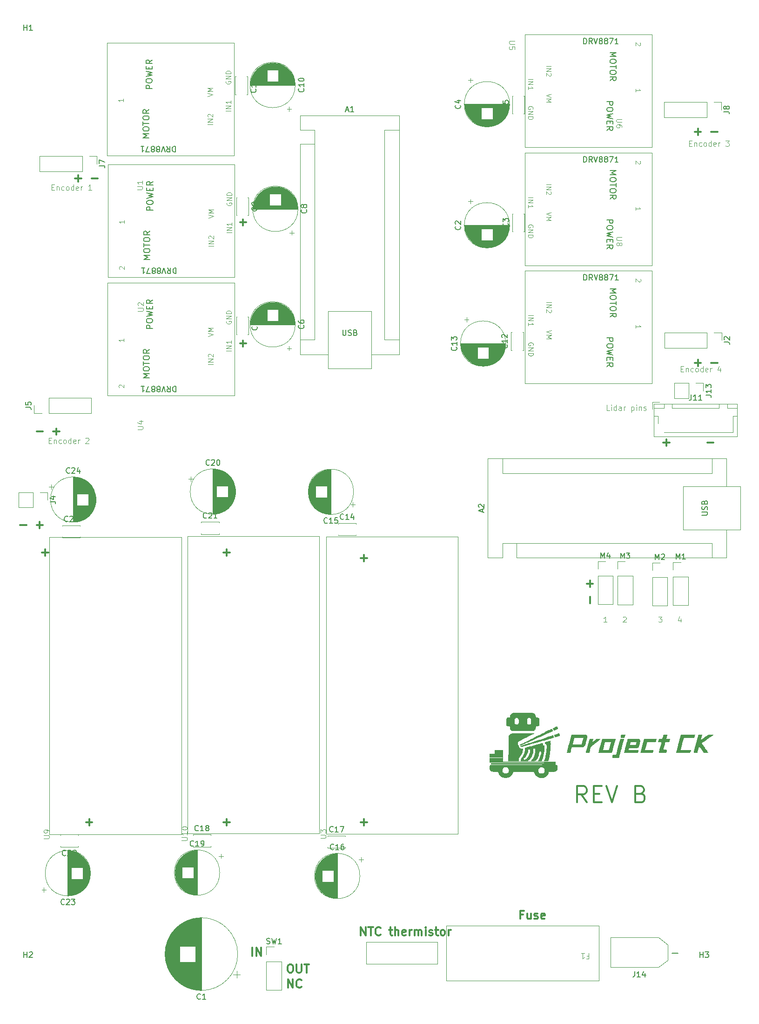
<source format=gbr>
%TF.GenerationSoftware,KiCad,Pcbnew,9.0.6*%
%TF.CreationDate,2025-12-29T23:23:51+08:00*%
%TF.ProjectId,Microver2025,4d696372-6f76-4657-9232-3032352e6b69,rev?*%
%TF.SameCoordinates,Original*%
%TF.FileFunction,Legend,Top*%
%TF.FilePolarity,Positive*%
%FSLAX46Y46*%
G04 Gerber Fmt 4.6, Leading zero omitted, Abs format (unit mm)*
G04 Created by KiCad (PCBNEW 9.0.6) date 2025-12-29 23:23:51*
%MOMM*%
%LPD*%
G01*
G04 APERTURE LIST*
%ADD10C,0.300000*%
%ADD11C,0.100000*%
%ADD12C,0.152400*%
%ADD13C,0.121920*%
%ADD14C,0.137160*%
%ADD15C,0.150000*%
%ADD16C,0.120000*%
%ADD17C,0.000000*%
G04 APERTURE END LIST*
D10*
X152554510Y-195800828D02*
X152554510Y-194300828D01*
X152554510Y-194300828D02*
X153411653Y-195800828D01*
X153411653Y-195800828D02*
X153411653Y-194300828D01*
X153911654Y-194300828D02*
X154768797Y-194300828D01*
X154340225Y-195800828D02*
X154340225Y-194300828D01*
X156125939Y-195657971D02*
X156054511Y-195729400D01*
X156054511Y-195729400D02*
X155840225Y-195800828D01*
X155840225Y-195800828D02*
X155697368Y-195800828D01*
X155697368Y-195800828D02*
X155483082Y-195729400D01*
X155483082Y-195729400D02*
X155340225Y-195586542D01*
X155340225Y-195586542D02*
X155268796Y-195443685D01*
X155268796Y-195443685D02*
X155197368Y-195157971D01*
X155197368Y-195157971D02*
X155197368Y-194943685D01*
X155197368Y-194943685D02*
X155268796Y-194657971D01*
X155268796Y-194657971D02*
X155340225Y-194515114D01*
X155340225Y-194515114D02*
X155483082Y-194372257D01*
X155483082Y-194372257D02*
X155697368Y-194300828D01*
X155697368Y-194300828D02*
X155840225Y-194300828D01*
X155840225Y-194300828D02*
X156054511Y-194372257D01*
X156054511Y-194372257D02*
X156125939Y-194443685D01*
X157697368Y-194800828D02*
X158268796Y-194800828D01*
X157911653Y-194300828D02*
X157911653Y-195586542D01*
X157911653Y-195586542D02*
X157983082Y-195729400D01*
X157983082Y-195729400D02*
X158125939Y-195800828D01*
X158125939Y-195800828D02*
X158268796Y-195800828D01*
X158768796Y-195800828D02*
X158768796Y-194300828D01*
X159411654Y-195800828D02*
X159411654Y-195015114D01*
X159411654Y-195015114D02*
X159340225Y-194872257D01*
X159340225Y-194872257D02*
X159197368Y-194800828D01*
X159197368Y-194800828D02*
X158983082Y-194800828D01*
X158983082Y-194800828D02*
X158840225Y-194872257D01*
X158840225Y-194872257D02*
X158768796Y-194943685D01*
X160697368Y-195729400D02*
X160554511Y-195800828D01*
X160554511Y-195800828D02*
X160268797Y-195800828D01*
X160268797Y-195800828D02*
X160125939Y-195729400D01*
X160125939Y-195729400D02*
X160054511Y-195586542D01*
X160054511Y-195586542D02*
X160054511Y-195015114D01*
X160054511Y-195015114D02*
X160125939Y-194872257D01*
X160125939Y-194872257D02*
X160268797Y-194800828D01*
X160268797Y-194800828D02*
X160554511Y-194800828D01*
X160554511Y-194800828D02*
X160697368Y-194872257D01*
X160697368Y-194872257D02*
X160768797Y-195015114D01*
X160768797Y-195015114D02*
X160768797Y-195157971D01*
X160768797Y-195157971D02*
X160054511Y-195300828D01*
X161411653Y-195800828D02*
X161411653Y-194800828D01*
X161411653Y-195086542D02*
X161483082Y-194943685D01*
X161483082Y-194943685D02*
X161554511Y-194872257D01*
X161554511Y-194872257D02*
X161697368Y-194800828D01*
X161697368Y-194800828D02*
X161840225Y-194800828D01*
X162340224Y-195800828D02*
X162340224Y-194800828D01*
X162340224Y-194943685D02*
X162411653Y-194872257D01*
X162411653Y-194872257D02*
X162554510Y-194800828D01*
X162554510Y-194800828D02*
X162768796Y-194800828D01*
X162768796Y-194800828D02*
X162911653Y-194872257D01*
X162911653Y-194872257D02*
X162983082Y-195015114D01*
X162983082Y-195015114D02*
X162983082Y-195800828D01*
X162983082Y-195015114D02*
X163054510Y-194872257D01*
X163054510Y-194872257D02*
X163197367Y-194800828D01*
X163197367Y-194800828D02*
X163411653Y-194800828D01*
X163411653Y-194800828D02*
X163554510Y-194872257D01*
X163554510Y-194872257D02*
X163625939Y-195015114D01*
X163625939Y-195015114D02*
X163625939Y-195800828D01*
X164340224Y-195800828D02*
X164340224Y-194800828D01*
X164340224Y-194300828D02*
X164268796Y-194372257D01*
X164268796Y-194372257D02*
X164340224Y-194443685D01*
X164340224Y-194443685D02*
X164411653Y-194372257D01*
X164411653Y-194372257D02*
X164340224Y-194300828D01*
X164340224Y-194300828D02*
X164340224Y-194443685D01*
X164983082Y-195729400D02*
X165125939Y-195800828D01*
X165125939Y-195800828D02*
X165411653Y-195800828D01*
X165411653Y-195800828D02*
X165554510Y-195729400D01*
X165554510Y-195729400D02*
X165625939Y-195586542D01*
X165625939Y-195586542D02*
X165625939Y-195515114D01*
X165625939Y-195515114D02*
X165554510Y-195372257D01*
X165554510Y-195372257D02*
X165411653Y-195300828D01*
X165411653Y-195300828D02*
X165197368Y-195300828D01*
X165197368Y-195300828D02*
X165054510Y-195229400D01*
X165054510Y-195229400D02*
X164983082Y-195086542D01*
X164983082Y-195086542D02*
X164983082Y-195015114D01*
X164983082Y-195015114D02*
X165054510Y-194872257D01*
X165054510Y-194872257D02*
X165197368Y-194800828D01*
X165197368Y-194800828D02*
X165411653Y-194800828D01*
X165411653Y-194800828D02*
X165554510Y-194872257D01*
X166054511Y-194800828D02*
X166625939Y-194800828D01*
X166268796Y-194300828D02*
X166268796Y-195586542D01*
X166268796Y-195586542D02*
X166340225Y-195729400D01*
X166340225Y-195729400D02*
X166483082Y-195800828D01*
X166483082Y-195800828D02*
X166625939Y-195800828D01*
X167340225Y-195800828D02*
X167197368Y-195729400D01*
X167197368Y-195729400D02*
X167125939Y-195657971D01*
X167125939Y-195657971D02*
X167054511Y-195515114D01*
X167054511Y-195515114D02*
X167054511Y-195086542D01*
X167054511Y-195086542D02*
X167125939Y-194943685D01*
X167125939Y-194943685D02*
X167197368Y-194872257D01*
X167197368Y-194872257D02*
X167340225Y-194800828D01*
X167340225Y-194800828D02*
X167554511Y-194800828D01*
X167554511Y-194800828D02*
X167697368Y-194872257D01*
X167697368Y-194872257D02*
X167768797Y-194943685D01*
X167768797Y-194943685D02*
X167840225Y-195086542D01*
X167840225Y-195086542D02*
X167840225Y-195515114D01*
X167840225Y-195515114D02*
X167768797Y-195657971D01*
X167768797Y-195657971D02*
X167697368Y-195729400D01*
X167697368Y-195729400D02*
X167554511Y-195800828D01*
X167554511Y-195800828D02*
X167340225Y-195800828D01*
X168483082Y-195800828D02*
X168483082Y-194800828D01*
X168483082Y-195086542D02*
X168554511Y-194943685D01*
X168554511Y-194943685D02*
X168625940Y-194872257D01*
X168625940Y-194872257D02*
X168768797Y-194800828D01*
X168768797Y-194800828D02*
X168911654Y-194800828D01*
X182054510Y-192015114D02*
X181554510Y-192015114D01*
X181554510Y-192800828D02*
X181554510Y-191300828D01*
X181554510Y-191300828D02*
X182268796Y-191300828D01*
X183483082Y-191800828D02*
X183483082Y-192800828D01*
X182840224Y-191800828D02*
X182840224Y-192586542D01*
X182840224Y-192586542D02*
X182911653Y-192729400D01*
X182911653Y-192729400D02*
X183054510Y-192800828D01*
X183054510Y-192800828D02*
X183268796Y-192800828D01*
X183268796Y-192800828D02*
X183411653Y-192729400D01*
X183411653Y-192729400D02*
X183483082Y-192657971D01*
X184125939Y-192729400D02*
X184268796Y-192800828D01*
X184268796Y-192800828D02*
X184554510Y-192800828D01*
X184554510Y-192800828D02*
X184697367Y-192729400D01*
X184697367Y-192729400D02*
X184768796Y-192586542D01*
X184768796Y-192586542D02*
X184768796Y-192515114D01*
X184768796Y-192515114D02*
X184697367Y-192372257D01*
X184697367Y-192372257D02*
X184554510Y-192300828D01*
X184554510Y-192300828D02*
X184340225Y-192300828D01*
X184340225Y-192300828D02*
X184197367Y-192229400D01*
X184197367Y-192229400D02*
X184125939Y-192086542D01*
X184125939Y-192086542D02*
X184125939Y-192015114D01*
X184125939Y-192015114D02*
X184197367Y-191872257D01*
X184197367Y-191872257D02*
X184340225Y-191800828D01*
X184340225Y-191800828D02*
X184554510Y-191800828D01*
X184554510Y-191800828D02*
X184697367Y-191872257D01*
X185983082Y-192729400D02*
X185840225Y-192800828D01*
X185840225Y-192800828D02*
X185554511Y-192800828D01*
X185554511Y-192800828D02*
X185411653Y-192729400D01*
X185411653Y-192729400D02*
X185340225Y-192586542D01*
X185340225Y-192586542D02*
X185340225Y-192015114D01*
X185340225Y-192015114D02*
X185411653Y-191872257D01*
X185411653Y-191872257D02*
X185554511Y-191800828D01*
X185554511Y-191800828D02*
X185840225Y-191800828D01*
X185840225Y-191800828D02*
X185983082Y-191872257D01*
X185983082Y-191872257D02*
X186054511Y-192015114D01*
X186054511Y-192015114D02*
X186054511Y-192157971D01*
X186054511Y-192157971D02*
X185340225Y-192300828D01*
X100554510Y-58229400D02*
X101697368Y-58229400D01*
X101125939Y-58800828D02*
X101125939Y-57657971D01*
X132804510Y-199550828D02*
X132804510Y-198050828D01*
X133518796Y-199550828D02*
X133518796Y-198050828D01*
X133518796Y-198050828D02*
X134375939Y-199550828D01*
X134375939Y-199550828D02*
X134375939Y-198050828D01*
X90554510Y-121229400D02*
X91697368Y-121229400D01*
X103554510Y-58229400D02*
X104697368Y-58229400D01*
D11*
X210803884Y-92848609D02*
X211137217Y-92848609D01*
X211280074Y-93372419D02*
X210803884Y-93372419D01*
X210803884Y-93372419D02*
X210803884Y-92372419D01*
X210803884Y-92372419D02*
X211280074Y-92372419D01*
X211708646Y-92705752D02*
X211708646Y-93372419D01*
X211708646Y-92800990D02*
X211756265Y-92753371D01*
X211756265Y-92753371D02*
X211851503Y-92705752D01*
X211851503Y-92705752D02*
X211994360Y-92705752D01*
X211994360Y-92705752D02*
X212089598Y-92753371D01*
X212089598Y-92753371D02*
X212137217Y-92848609D01*
X212137217Y-92848609D02*
X212137217Y-93372419D01*
X213041979Y-93324800D02*
X212946741Y-93372419D01*
X212946741Y-93372419D02*
X212756265Y-93372419D01*
X212756265Y-93372419D02*
X212661027Y-93324800D01*
X212661027Y-93324800D02*
X212613408Y-93277180D01*
X212613408Y-93277180D02*
X212565789Y-93181942D01*
X212565789Y-93181942D02*
X212565789Y-92896228D01*
X212565789Y-92896228D02*
X212613408Y-92800990D01*
X212613408Y-92800990D02*
X212661027Y-92753371D01*
X212661027Y-92753371D02*
X212756265Y-92705752D01*
X212756265Y-92705752D02*
X212946741Y-92705752D01*
X212946741Y-92705752D02*
X213041979Y-92753371D01*
X213613408Y-93372419D02*
X213518170Y-93324800D01*
X213518170Y-93324800D02*
X213470551Y-93277180D01*
X213470551Y-93277180D02*
X213422932Y-93181942D01*
X213422932Y-93181942D02*
X213422932Y-92896228D01*
X213422932Y-92896228D02*
X213470551Y-92800990D01*
X213470551Y-92800990D02*
X213518170Y-92753371D01*
X213518170Y-92753371D02*
X213613408Y-92705752D01*
X213613408Y-92705752D02*
X213756265Y-92705752D01*
X213756265Y-92705752D02*
X213851503Y-92753371D01*
X213851503Y-92753371D02*
X213899122Y-92800990D01*
X213899122Y-92800990D02*
X213946741Y-92896228D01*
X213946741Y-92896228D02*
X213946741Y-93181942D01*
X213946741Y-93181942D02*
X213899122Y-93277180D01*
X213899122Y-93277180D02*
X213851503Y-93324800D01*
X213851503Y-93324800D02*
X213756265Y-93372419D01*
X213756265Y-93372419D02*
X213613408Y-93372419D01*
X214803884Y-93372419D02*
X214803884Y-92372419D01*
X214803884Y-93324800D02*
X214708646Y-93372419D01*
X214708646Y-93372419D02*
X214518170Y-93372419D01*
X214518170Y-93372419D02*
X214422932Y-93324800D01*
X214422932Y-93324800D02*
X214375313Y-93277180D01*
X214375313Y-93277180D02*
X214327694Y-93181942D01*
X214327694Y-93181942D02*
X214327694Y-92896228D01*
X214327694Y-92896228D02*
X214375313Y-92800990D01*
X214375313Y-92800990D02*
X214422932Y-92753371D01*
X214422932Y-92753371D02*
X214518170Y-92705752D01*
X214518170Y-92705752D02*
X214708646Y-92705752D01*
X214708646Y-92705752D02*
X214803884Y-92753371D01*
X215661027Y-93324800D02*
X215565789Y-93372419D01*
X215565789Y-93372419D02*
X215375313Y-93372419D01*
X215375313Y-93372419D02*
X215280075Y-93324800D01*
X215280075Y-93324800D02*
X215232456Y-93229561D01*
X215232456Y-93229561D02*
X215232456Y-92848609D01*
X215232456Y-92848609D02*
X215280075Y-92753371D01*
X215280075Y-92753371D02*
X215375313Y-92705752D01*
X215375313Y-92705752D02*
X215565789Y-92705752D01*
X215565789Y-92705752D02*
X215661027Y-92753371D01*
X215661027Y-92753371D02*
X215708646Y-92848609D01*
X215708646Y-92848609D02*
X215708646Y-92943847D01*
X215708646Y-92943847D02*
X215232456Y-93039085D01*
X216137218Y-93372419D02*
X216137218Y-92705752D01*
X216137218Y-92896228D02*
X216184837Y-92800990D01*
X216184837Y-92800990D02*
X216232456Y-92753371D01*
X216232456Y-92753371D02*
X216327694Y-92705752D01*
X216327694Y-92705752D02*
X216422932Y-92705752D01*
X217946742Y-92705752D02*
X217946742Y-93372419D01*
X217708647Y-92324800D02*
X217470552Y-93039085D01*
X217470552Y-93039085D02*
X218089599Y-93039085D01*
X206708646Y-137872419D02*
X207327693Y-137872419D01*
X207327693Y-137872419D02*
X206994360Y-138253371D01*
X206994360Y-138253371D02*
X207137217Y-138253371D01*
X207137217Y-138253371D02*
X207232455Y-138300990D01*
X207232455Y-138300990D02*
X207280074Y-138348609D01*
X207280074Y-138348609D02*
X207327693Y-138443847D01*
X207327693Y-138443847D02*
X207327693Y-138681942D01*
X207327693Y-138681942D02*
X207280074Y-138777180D01*
X207280074Y-138777180D02*
X207232455Y-138824800D01*
X207232455Y-138824800D02*
X207137217Y-138872419D01*
X207137217Y-138872419D02*
X206851503Y-138872419D01*
X206851503Y-138872419D02*
X206756265Y-138824800D01*
X206756265Y-138824800D02*
X206708646Y-138777180D01*
X197327693Y-138872419D02*
X196756265Y-138872419D01*
X197041979Y-138872419D02*
X197041979Y-137872419D01*
X197041979Y-137872419D02*
X196946741Y-138015276D01*
X196946741Y-138015276D02*
X196851503Y-138110514D01*
X196851503Y-138110514D02*
X196756265Y-138158133D01*
X96303884Y-59848609D02*
X96637217Y-59848609D01*
X96780074Y-60372419D02*
X96303884Y-60372419D01*
X96303884Y-60372419D02*
X96303884Y-59372419D01*
X96303884Y-59372419D02*
X96780074Y-59372419D01*
X97208646Y-59705752D02*
X97208646Y-60372419D01*
X97208646Y-59800990D02*
X97256265Y-59753371D01*
X97256265Y-59753371D02*
X97351503Y-59705752D01*
X97351503Y-59705752D02*
X97494360Y-59705752D01*
X97494360Y-59705752D02*
X97589598Y-59753371D01*
X97589598Y-59753371D02*
X97637217Y-59848609D01*
X97637217Y-59848609D02*
X97637217Y-60372419D01*
X98541979Y-60324800D02*
X98446741Y-60372419D01*
X98446741Y-60372419D02*
X98256265Y-60372419D01*
X98256265Y-60372419D02*
X98161027Y-60324800D01*
X98161027Y-60324800D02*
X98113408Y-60277180D01*
X98113408Y-60277180D02*
X98065789Y-60181942D01*
X98065789Y-60181942D02*
X98065789Y-59896228D01*
X98065789Y-59896228D02*
X98113408Y-59800990D01*
X98113408Y-59800990D02*
X98161027Y-59753371D01*
X98161027Y-59753371D02*
X98256265Y-59705752D01*
X98256265Y-59705752D02*
X98446741Y-59705752D01*
X98446741Y-59705752D02*
X98541979Y-59753371D01*
X99113408Y-60372419D02*
X99018170Y-60324800D01*
X99018170Y-60324800D02*
X98970551Y-60277180D01*
X98970551Y-60277180D02*
X98922932Y-60181942D01*
X98922932Y-60181942D02*
X98922932Y-59896228D01*
X98922932Y-59896228D02*
X98970551Y-59800990D01*
X98970551Y-59800990D02*
X99018170Y-59753371D01*
X99018170Y-59753371D02*
X99113408Y-59705752D01*
X99113408Y-59705752D02*
X99256265Y-59705752D01*
X99256265Y-59705752D02*
X99351503Y-59753371D01*
X99351503Y-59753371D02*
X99399122Y-59800990D01*
X99399122Y-59800990D02*
X99446741Y-59896228D01*
X99446741Y-59896228D02*
X99446741Y-60181942D01*
X99446741Y-60181942D02*
X99399122Y-60277180D01*
X99399122Y-60277180D02*
X99351503Y-60324800D01*
X99351503Y-60324800D02*
X99256265Y-60372419D01*
X99256265Y-60372419D02*
X99113408Y-60372419D01*
X100303884Y-60372419D02*
X100303884Y-59372419D01*
X100303884Y-60324800D02*
X100208646Y-60372419D01*
X100208646Y-60372419D02*
X100018170Y-60372419D01*
X100018170Y-60372419D02*
X99922932Y-60324800D01*
X99922932Y-60324800D02*
X99875313Y-60277180D01*
X99875313Y-60277180D02*
X99827694Y-60181942D01*
X99827694Y-60181942D02*
X99827694Y-59896228D01*
X99827694Y-59896228D02*
X99875313Y-59800990D01*
X99875313Y-59800990D02*
X99922932Y-59753371D01*
X99922932Y-59753371D02*
X100018170Y-59705752D01*
X100018170Y-59705752D02*
X100208646Y-59705752D01*
X100208646Y-59705752D02*
X100303884Y-59753371D01*
X101161027Y-60324800D02*
X101065789Y-60372419D01*
X101065789Y-60372419D02*
X100875313Y-60372419D01*
X100875313Y-60372419D02*
X100780075Y-60324800D01*
X100780075Y-60324800D02*
X100732456Y-60229561D01*
X100732456Y-60229561D02*
X100732456Y-59848609D01*
X100732456Y-59848609D02*
X100780075Y-59753371D01*
X100780075Y-59753371D02*
X100875313Y-59705752D01*
X100875313Y-59705752D02*
X101065789Y-59705752D01*
X101065789Y-59705752D02*
X101161027Y-59753371D01*
X101161027Y-59753371D02*
X101208646Y-59848609D01*
X101208646Y-59848609D02*
X101208646Y-59943847D01*
X101208646Y-59943847D02*
X100732456Y-60039085D01*
X101637218Y-60372419D02*
X101637218Y-59705752D01*
X101637218Y-59896228D02*
X101684837Y-59800990D01*
X101684837Y-59800990D02*
X101732456Y-59753371D01*
X101732456Y-59753371D02*
X101827694Y-59705752D01*
X101827694Y-59705752D02*
X101922932Y-59705752D01*
X103541980Y-60372419D02*
X102970552Y-60372419D01*
X103256266Y-60372419D02*
X103256266Y-59372419D01*
X103256266Y-59372419D02*
X103161028Y-59515276D01*
X103161028Y-59515276D02*
X103065790Y-59610514D01*
X103065790Y-59610514D02*
X102970552Y-59658133D01*
D10*
X215554510Y-106229400D02*
X216697368Y-106229400D01*
X93554510Y-104229400D02*
X94697368Y-104229400D01*
D11*
X210732455Y-138205752D02*
X210732455Y-138872419D01*
X210494360Y-137824800D02*
X210256265Y-138539085D01*
X210256265Y-138539085D02*
X210875312Y-138539085D01*
D10*
X94554510Y-126229400D02*
X95697368Y-126229400D01*
X95125939Y-126800828D02*
X95125939Y-125657971D01*
X217445489Y-49770600D02*
X216302632Y-49770600D01*
X96554510Y-104229400D02*
X97697368Y-104229400D01*
X97125939Y-104800828D02*
X97125939Y-103657971D01*
X139590225Y-201050828D02*
X139875939Y-201050828D01*
X139875939Y-201050828D02*
X140018796Y-201122257D01*
X140018796Y-201122257D02*
X140161653Y-201265114D01*
X140161653Y-201265114D02*
X140233082Y-201550828D01*
X140233082Y-201550828D02*
X140233082Y-202050828D01*
X140233082Y-202050828D02*
X140161653Y-202336542D01*
X140161653Y-202336542D02*
X140018796Y-202479400D01*
X140018796Y-202479400D02*
X139875939Y-202550828D01*
X139875939Y-202550828D02*
X139590225Y-202550828D01*
X139590225Y-202550828D02*
X139447368Y-202479400D01*
X139447368Y-202479400D02*
X139304510Y-202336542D01*
X139304510Y-202336542D02*
X139233082Y-202050828D01*
X139233082Y-202050828D02*
X139233082Y-201550828D01*
X139233082Y-201550828D02*
X139304510Y-201265114D01*
X139304510Y-201265114D02*
X139447368Y-201122257D01*
X139447368Y-201122257D02*
X139590225Y-201050828D01*
X140875939Y-201050828D02*
X140875939Y-202265114D01*
X140875939Y-202265114D02*
X140947368Y-202407971D01*
X140947368Y-202407971D02*
X141018797Y-202479400D01*
X141018797Y-202479400D02*
X141161654Y-202550828D01*
X141161654Y-202550828D02*
X141447368Y-202550828D01*
X141447368Y-202550828D02*
X141590225Y-202479400D01*
X141590225Y-202479400D02*
X141661654Y-202407971D01*
X141661654Y-202407971D02*
X141733082Y-202265114D01*
X141733082Y-202265114D02*
X141733082Y-201050828D01*
X142233083Y-201050828D02*
X143090226Y-201050828D01*
X142661654Y-202550828D02*
X142661654Y-201050828D01*
X152554510Y-175229400D02*
X153697368Y-175229400D01*
X153125939Y-175800828D02*
X153125939Y-174657971D01*
X127554510Y-175229400D02*
X128697368Y-175229400D01*
X128125939Y-175800828D02*
X128125939Y-174657971D01*
X130554510Y-66229400D02*
X131697368Y-66229400D01*
X131125939Y-66800828D02*
X131125939Y-65657971D01*
X194229400Y-132445489D02*
X194229400Y-131302632D01*
X194800828Y-131874060D02*
X193657971Y-131874060D01*
X214445489Y-49770600D02*
X213302632Y-49770600D01*
X213874060Y-49199171D02*
X213874060Y-50342028D01*
X194229400Y-135445489D02*
X194229400Y-134302632D01*
D11*
X197780074Y-100372419D02*
X197303884Y-100372419D01*
X197303884Y-100372419D02*
X197303884Y-99372419D01*
X198113408Y-100372419D02*
X198113408Y-99705752D01*
X198113408Y-99372419D02*
X198065789Y-99420038D01*
X198065789Y-99420038D02*
X198113408Y-99467657D01*
X198113408Y-99467657D02*
X198161027Y-99420038D01*
X198161027Y-99420038D02*
X198113408Y-99372419D01*
X198113408Y-99372419D02*
X198113408Y-99467657D01*
X199018169Y-100372419D02*
X199018169Y-99372419D01*
X199018169Y-100324800D02*
X198922931Y-100372419D01*
X198922931Y-100372419D02*
X198732455Y-100372419D01*
X198732455Y-100372419D02*
X198637217Y-100324800D01*
X198637217Y-100324800D02*
X198589598Y-100277180D01*
X198589598Y-100277180D02*
X198541979Y-100181942D01*
X198541979Y-100181942D02*
X198541979Y-99896228D01*
X198541979Y-99896228D02*
X198589598Y-99800990D01*
X198589598Y-99800990D02*
X198637217Y-99753371D01*
X198637217Y-99753371D02*
X198732455Y-99705752D01*
X198732455Y-99705752D02*
X198922931Y-99705752D01*
X198922931Y-99705752D02*
X199018169Y-99753371D01*
X199922931Y-100372419D02*
X199922931Y-99848609D01*
X199922931Y-99848609D02*
X199875312Y-99753371D01*
X199875312Y-99753371D02*
X199780074Y-99705752D01*
X199780074Y-99705752D02*
X199589598Y-99705752D01*
X199589598Y-99705752D02*
X199494360Y-99753371D01*
X199922931Y-100324800D02*
X199827693Y-100372419D01*
X199827693Y-100372419D02*
X199589598Y-100372419D01*
X199589598Y-100372419D02*
X199494360Y-100324800D01*
X199494360Y-100324800D02*
X199446741Y-100229561D01*
X199446741Y-100229561D02*
X199446741Y-100134323D01*
X199446741Y-100134323D02*
X199494360Y-100039085D01*
X199494360Y-100039085D02*
X199589598Y-99991466D01*
X199589598Y-99991466D02*
X199827693Y-99991466D01*
X199827693Y-99991466D02*
X199922931Y-99943847D01*
X200399122Y-100372419D02*
X200399122Y-99705752D01*
X200399122Y-99896228D02*
X200446741Y-99800990D01*
X200446741Y-99800990D02*
X200494360Y-99753371D01*
X200494360Y-99753371D02*
X200589598Y-99705752D01*
X200589598Y-99705752D02*
X200684836Y-99705752D01*
X201780075Y-99705752D02*
X201780075Y-100705752D01*
X201780075Y-99753371D02*
X201875313Y-99705752D01*
X201875313Y-99705752D02*
X202065789Y-99705752D01*
X202065789Y-99705752D02*
X202161027Y-99753371D01*
X202161027Y-99753371D02*
X202208646Y-99800990D01*
X202208646Y-99800990D02*
X202256265Y-99896228D01*
X202256265Y-99896228D02*
X202256265Y-100181942D01*
X202256265Y-100181942D02*
X202208646Y-100277180D01*
X202208646Y-100277180D02*
X202161027Y-100324800D01*
X202161027Y-100324800D02*
X202065789Y-100372419D01*
X202065789Y-100372419D02*
X201875313Y-100372419D01*
X201875313Y-100372419D02*
X201780075Y-100324800D01*
X202684837Y-100372419D02*
X202684837Y-99705752D01*
X202684837Y-99372419D02*
X202637218Y-99420038D01*
X202637218Y-99420038D02*
X202684837Y-99467657D01*
X202684837Y-99467657D02*
X202732456Y-99420038D01*
X202732456Y-99420038D02*
X202684837Y-99372419D01*
X202684837Y-99372419D02*
X202684837Y-99467657D01*
X203161027Y-99705752D02*
X203161027Y-100372419D01*
X203161027Y-99800990D02*
X203208646Y-99753371D01*
X203208646Y-99753371D02*
X203303884Y-99705752D01*
X203303884Y-99705752D02*
X203446741Y-99705752D01*
X203446741Y-99705752D02*
X203541979Y-99753371D01*
X203541979Y-99753371D02*
X203589598Y-99848609D01*
X203589598Y-99848609D02*
X203589598Y-100372419D01*
X204018170Y-100324800D02*
X204113408Y-100372419D01*
X204113408Y-100372419D02*
X204303884Y-100372419D01*
X204303884Y-100372419D02*
X204399122Y-100324800D01*
X204399122Y-100324800D02*
X204446741Y-100229561D01*
X204446741Y-100229561D02*
X204446741Y-100181942D01*
X204446741Y-100181942D02*
X204399122Y-100086704D01*
X204399122Y-100086704D02*
X204303884Y-100039085D01*
X204303884Y-100039085D02*
X204161027Y-100039085D01*
X204161027Y-100039085D02*
X204065789Y-99991466D01*
X204065789Y-99991466D02*
X204018170Y-99896228D01*
X204018170Y-99896228D02*
X204018170Y-99848609D01*
X204018170Y-99848609D02*
X204065789Y-99753371D01*
X204065789Y-99753371D02*
X204161027Y-99705752D01*
X204161027Y-99705752D02*
X204303884Y-99705752D01*
X204303884Y-99705752D02*
X204399122Y-99753371D01*
D10*
X207554510Y-106229400D02*
X208697368Y-106229400D01*
X208125939Y-106800828D02*
X208125939Y-105657971D01*
D11*
X95803884Y-105848609D02*
X96137217Y-105848609D01*
X96280074Y-106372419D02*
X95803884Y-106372419D01*
X95803884Y-106372419D02*
X95803884Y-105372419D01*
X95803884Y-105372419D02*
X96280074Y-105372419D01*
X96708646Y-105705752D02*
X96708646Y-106372419D01*
X96708646Y-105800990D02*
X96756265Y-105753371D01*
X96756265Y-105753371D02*
X96851503Y-105705752D01*
X96851503Y-105705752D02*
X96994360Y-105705752D01*
X96994360Y-105705752D02*
X97089598Y-105753371D01*
X97089598Y-105753371D02*
X97137217Y-105848609D01*
X97137217Y-105848609D02*
X97137217Y-106372419D01*
X98041979Y-106324800D02*
X97946741Y-106372419D01*
X97946741Y-106372419D02*
X97756265Y-106372419D01*
X97756265Y-106372419D02*
X97661027Y-106324800D01*
X97661027Y-106324800D02*
X97613408Y-106277180D01*
X97613408Y-106277180D02*
X97565789Y-106181942D01*
X97565789Y-106181942D02*
X97565789Y-105896228D01*
X97565789Y-105896228D02*
X97613408Y-105800990D01*
X97613408Y-105800990D02*
X97661027Y-105753371D01*
X97661027Y-105753371D02*
X97756265Y-105705752D01*
X97756265Y-105705752D02*
X97946741Y-105705752D01*
X97946741Y-105705752D02*
X98041979Y-105753371D01*
X98613408Y-106372419D02*
X98518170Y-106324800D01*
X98518170Y-106324800D02*
X98470551Y-106277180D01*
X98470551Y-106277180D02*
X98422932Y-106181942D01*
X98422932Y-106181942D02*
X98422932Y-105896228D01*
X98422932Y-105896228D02*
X98470551Y-105800990D01*
X98470551Y-105800990D02*
X98518170Y-105753371D01*
X98518170Y-105753371D02*
X98613408Y-105705752D01*
X98613408Y-105705752D02*
X98756265Y-105705752D01*
X98756265Y-105705752D02*
X98851503Y-105753371D01*
X98851503Y-105753371D02*
X98899122Y-105800990D01*
X98899122Y-105800990D02*
X98946741Y-105896228D01*
X98946741Y-105896228D02*
X98946741Y-106181942D01*
X98946741Y-106181942D02*
X98899122Y-106277180D01*
X98899122Y-106277180D02*
X98851503Y-106324800D01*
X98851503Y-106324800D02*
X98756265Y-106372419D01*
X98756265Y-106372419D02*
X98613408Y-106372419D01*
X99803884Y-106372419D02*
X99803884Y-105372419D01*
X99803884Y-106324800D02*
X99708646Y-106372419D01*
X99708646Y-106372419D02*
X99518170Y-106372419D01*
X99518170Y-106372419D02*
X99422932Y-106324800D01*
X99422932Y-106324800D02*
X99375313Y-106277180D01*
X99375313Y-106277180D02*
X99327694Y-106181942D01*
X99327694Y-106181942D02*
X99327694Y-105896228D01*
X99327694Y-105896228D02*
X99375313Y-105800990D01*
X99375313Y-105800990D02*
X99422932Y-105753371D01*
X99422932Y-105753371D02*
X99518170Y-105705752D01*
X99518170Y-105705752D02*
X99708646Y-105705752D01*
X99708646Y-105705752D02*
X99803884Y-105753371D01*
X100661027Y-106324800D02*
X100565789Y-106372419D01*
X100565789Y-106372419D02*
X100375313Y-106372419D01*
X100375313Y-106372419D02*
X100280075Y-106324800D01*
X100280075Y-106324800D02*
X100232456Y-106229561D01*
X100232456Y-106229561D02*
X100232456Y-105848609D01*
X100232456Y-105848609D02*
X100280075Y-105753371D01*
X100280075Y-105753371D02*
X100375313Y-105705752D01*
X100375313Y-105705752D02*
X100565789Y-105705752D01*
X100565789Y-105705752D02*
X100661027Y-105753371D01*
X100661027Y-105753371D02*
X100708646Y-105848609D01*
X100708646Y-105848609D02*
X100708646Y-105943847D01*
X100708646Y-105943847D02*
X100232456Y-106039085D01*
X101137218Y-106372419D02*
X101137218Y-105705752D01*
X101137218Y-105896228D02*
X101184837Y-105800990D01*
X101184837Y-105800990D02*
X101232456Y-105753371D01*
X101232456Y-105753371D02*
X101327694Y-105705752D01*
X101327694Y-105705752D02*
X101422932Y-105705752D01*
X102470552Y-105467657D02*
X102518171Y-105420038D01*
X102518171Y-105420038D02*
X102613409Y-105372419D01*
X102613409Y-105372419D02*
X102851504Y-105372419D01*
X102851504Y-105372419D02*
X102946742Y-105420038D01*
X102946742Y-105420038D02*
X102994361Y-105467657D01*
X102994361Y-105467657D02*
X103041980Y-105562895D01*
X103041980Y-105562895D02*
X103041980Y-105658133D01*
X103041980Y-105658133D02*
X102994361Y-105800990D01*
X102994361Y-105800990D02*
X102422933Y-106372419D01*
X102422933Y-106372419D02*
X103041980Y-106372419D01*
D10*
X152554510Y-127229400D02*
X153697368Y-127229400D01*
X153125939Y-127800828D02*
X153125939Y-126657971D01*
X127554510Y-126229400D02*
X128697368Y-126229400D01*
X128125939Y-126800828D02*
X128125939Y-125657971D01*
D11*
X212303884Y-51848609D02*
X212637217Y-51848609D01*
X212780074Y-52372419D02*
X212303884Y-52372419D01*
X212303884Y-52372419D02*
X212303884Y-51372419D01*
X212303884Y-51372419D02*
X212780074Y-51372419D01*
X213208646Y-51705752D02*
X213208646Y-52372419D01*
X213208646Y-51800990D02*
X213256265Y-51753371D01*
X213256265Y-51753371D02*
X213351503Y-51705752D01*
X213351503Y-51705752D02*
X213494360Y-51705752D01*
X213494360Y-51705752D02*
X213589598Y-51753371D01*
X213589598Y-51753371D02*
X213637217Y-51848609D01*
X213637217Y-51848609D02*
X213637217Y-52372419D01*
X214541979Y-52324800D02*
X214446741Y-52372419D01*
X214446741Y-52372419D02*
X214256265Y-52372419D01*
X214256265Y-52372419D02*
X214161027Y-52324800D01*
X214161027Y-52324800D02*
X214113408Y-52277180D01*
X214113408Y-52277180D02*
X214065789Y-52181942D01*
X214065789Y-52181942D02*
X214065789Y-51896228D01*
X214065789Y-51896228D02*
X214113408Y-51800990D01*
X214113408Y-51800990D02*
X214161027Y-51753371D01*
X214161027Y-51753371D02*
X214256265Y-51705752D01*
X214256265Y-51705752D02*
X214446741Y-51705752D01*
X214446741Y-51705752D02*
X214541979Y-51753371D01*
X215113408Y-52372419D02*
X215018170Y-52324800D01*
X215018170Y-52324800D02*
X214970551Y-52277180D01*
X214970551Y-52277180D02*
X214922932Y-52181942D01*
X214922932Y-52181942D02*
X214922932Y-51896228D01*
X214922932Y-51896228D02*
X214970551Y-51800990D01*
X214970551Y-51800990D02*
X215018170Y-51753371D01*
X215018170Y-51753371D02*
X215113408Y-51705752D01*
X215113408Y-51705752D02*
X215256265Y-51705752D01*
X215256265Y-51705752D02*
X215351503Y-51753371D01*
X215351503Y-51753371D02*
X215399122Y-51800990D01*
X215399122Y-51800990D02*
X215446741Y-51896228D01*
X215446741Y-51896228D02*
X215446741Y-52181942D01*
X215446741Y-52181942D02*
X215399122Y-52277180D01*
X215399122Y-52277180D02*
X215351503Y-52324800D01*
X215351503Y-52324800D02*
X215256265Y-52372419D01*
X215256265Y-52372419D02*
X215113408Y-52372419D01*
X216303884Y-52372419D02*
X216303884Y-51372419D01*
X216303884Y-52324800D02*
X216208646Y-52372419D01*
X216208646Y-52372419D02*
X216018170Y-52372419D01*
X216018170Y-52372419D02*
X215922932Y-52324800D01*
X215922932Y-52324800D02*
X215875313Y-52277180D01*
X215875313Y-52277180D02*
X215827694Y-52181942D01*
X215827694Y-52181942D02*
X215827694Y-51896228D01*
X215827694Y-51896228D02*
X215875313Y-51800990D01*
X215875313Y-51800990D02*
X215922932Y-51753371D01*
X215922932Y-51753371D02*
X216018170Y-51705752D01*
X216018170Y-51705752D02*
X216208646Y-51705752D01*
X216208646Y-51705752D02*
X216303884Y-51753371D01*
X217161027Y-52324800D02*
X217065789Y-52372419D01*
X217065789Y-52372419D02*
X216875313Y-52372419D01*
X216875313Y-52372419D02*
X216780075Y-52324800D01*
X216780075Y-52324800D02*
X216732456Y-52229561D01*
X216732456Y-52229561D02*
X216732456Y-51848609D01*
X216732456Y-51848609D02*
X216780075Y-51753371D01*
X216780075Y-51753371D02*
X216875313Y-51705752D01*
X216875313Y-51705752D02*
X217065789Y-51705752D01*
X217065789Y-51705752D02*
X217161027Y-51753371D01*
X217161027Y-51753371D02*
X217208646Y-51848609D01*
X217208646Y-51848609D02*
X217208646Y-51943847D01*
X217208646Y-51943847D02*
X216732456Y-52039085D01*
X217637218Y-52372419D02*
X217637218Y-51705752D01*
X217637218Y-51896228D02*
X217684837Y-51800990D01*
X217684837Y-51800990D02*
X217732456Y-51753371D01*
X217732456Y-51753371D02*
X217827694Y-51705752D01*
X217827694Y-51705752D02*
X217922932Y-51705752D01*
X218922933Y-51372419D02*
X219541980Y-51372419D01*
X219541980Y-51372419D02*
X219208647Y-51753371D01*
X219208647Y-51753371D02*
X219351504Y-51753371D01*
X219351504Y-51753371D02*
X219446742Y-51800990D01*
X219446742Y-51800990D02*
X219494361Y-51848609D01*
X219494361Y-51848609D02*
X219541980Y-51943847D01*
X219541980Y-51943847D02*
X219541980Y-52181942D01*
X219541980Y-52181942D02*
X219494361Y-52277180D01*
X219494361Y-52277180D02*
X219446742Y-52324800D01*
X219446742Y-52324800D02*
X219351504Y-52372419D01*
X219351504Y-52372419D02*
X219065790Y-52372419D01*
X219065790Y-52372419D02*
X218970552Y-52324800D01*
X218970552Y-52324800D02*
X218922933Y-52277180D01*
D10*
X217445489Y-91770600D02*
X216302632Y-91770600D01*
X214445489Y-91770600D02*
X213302632Y-91770600D01*
X213874060Y-91199171D02*
X213874060Y-92342028D01*
X130554510Y-88229400D02*
X131697368Y-88229400D01*
X131125939Y-88800828D02*
X131125939Y-87657971D01*
X102554510Y-175229400D02*
X103697368Y-175229400D01*
X103125939Y-175800828D02*
X103125939Y-174657971D01*
X193625939Y-171617257D02*
X192625939Y-170188685D01*
X191911653Y-171617257D02*
X191911653Y-168617257D01*
X191911653Y-168617257D02*
X193054510Y-168617257D01*
X193054510Y-168617257D02*
X193340225Y-168760114D01*
X193340225Y-168760114D02*
X193483082Y-168902971D01*
X193483082Y-168902971D02*
X193625939Y-169188685D01*
X193625939Y-169188685D02*
X193625939Y-169617257D01*
X193625939Y-169617257D02*
X193483082Y-169902971D01*
X193483082Y-169902971D02*
X193340225Y-170045828D01*
X193340225Y-170045828D02*
X193054510Y-170188685D01*
X193054510Y-170188685D02*
X191911653Y-170188685D01*
X194911653Y-170045828D02*
X195911653Y-170045828D01*
X196340225Y-171617257D02*
X194911653Y-171617257D01*
X194911653Y-171617257D02*
X194911653Y-168617257D01*
X194911653Y-168617257D02*
X196340225Y-168617257D01*
X197197368Y-168617257D02*
X198197368Y-171617257D01*
X198197368Y-171617257D02*
X199197368Y-168617257D01*
X203483082Y-170045828D02*
X203911654Y-170188685D01*
X203911654Y-170188685D02*
X204054511Y-170331542D01*
X204054511Y-170331542D02*
X204197368Y-170617257D01*
X204197368Y-170617257D02*
X204197368Y-171045828D01*
X204197368Y-171045828D02*
X204054511Y-171331542D01*
X204054511Y-171331542D02*
X203911654Y-171474400D01*
X203911654Y-171474400D02*
X203625939Y-171617257D01*
X203625939Y-171617257D02*
X202483082Y-171617257D01*
X202483082Y-171617257D02*
X202483082Y-168617257D01*
X202483082Y-168617257D02*
X203483082Y-168617257D01*
X203483082Y-168617257D02*
X203768797Y-168760114D01*
X203768797Y-168760114D02*
X203911654Y-168902971D01*
X203911654Y-168902971D02*
X204054511Y-169188685D01*
X204054511Y-169188685D02*
X204054511Y-169474400D01*
X204054511Y-169474400D02*
X203911654Y-169760114D01*
X203911654Y-169760114D02*
X203768797Y-169902971D01*
X203768797Y-169902971D02*
X203483082Y-170045828D01*
X203483082Y-170045828D02*
X202483082Y-170045828D01*
X139304510Y-205300828D02*
X139304510Y-203800828D01*
X139304510Y-203800828D02*
X140161653Y-205300828D01*
X140161653Y-205300828D02*
X140161653Y-203800828D01*
X141733082Y-205157971D02*
X141661654Y-205229400D01*
X141661654Y-205229400D02*
X141447368Y-205300828D01*
X141447368Y-205300828D02*
X141304511Y-205300828D01*
X141304511Y-205300828D02*
X141090225Y-205229400D01*
X141090225Y-205229400D02*
X140947368Y-205086542D01*
X140947368Y-205086542D02*
X140875939Y-204943685D01*
X140875939Y-204943685D02*
X140804511Y-204657971D01*
X140804511Y-204657971D02*
X140804511Y-204443685D01*
X140804511Y-204443685D02*
X140875939Y-204157971D01*
X140875939Y-204157971D02*
X140947368Y-204015114D01*
X140947368Y-204015114D02*
X141090225Y-203872257D01*
X141090225Y-203872257D02*
X141304511Y-203800828D01*
X141304511Y-203800828D02*
X141447368Y-203800828D01*
X141447368Y-203800828D02*
X141661654Y-203872257D01*
X141661654Y-203872257D02*
X141733082Y-203943685D01*
D11*
X200256265Y-137967657D02*
X200303884Y-137920038D01*
X200303884Y-137920038D02*
X200399122Y-137872419D01*
X200399122Y-137872419D02*
X200637217Y-137872419D01*
X200637217Y-137872419D02*
X200732455Y-137920038D01*
X200732455Y-137920038D02*
X200780074Y-137967657D01*
X200780074Y-137967657D02*
X200827693Y-138062895D01*
X200827693Y-138062895D02*
X200827693Y-138158133D01*
X200827693Y-138158133D02*
X200780074Y-138300990D01*
X200780074Y-138300990D02*
X200208646Y-138872419D01*
X200208646Y-138872419D02*
X200827693Y-138872419D01*
D10*
X93554510Y-121229400D02*
X94697368Y-121229400D01*
X94125939Y-121800828D02*
X94125939Y-120657971D01*
D11*
X193708333Y-199566390D02*
X194041666Y-199566390D01*
X194041666Y-199042580D02*
X194041666Y-200042580D01*
X194041666Y-200042580D02*
X193565476Y-200042580D01*
X192660714Y-199042580D02*
X193232142Y-199042580D01*
X192946428Y-199042580D02*
X192946428Y-200042580D01*
X192946428Y-200042580D02*
X193041666Y-199899723D01*
X193041666Y-199899723D02*
X193136904Y-199804485D01*
X193136904Y-199804485D02*
X193232142Y-199756866D01*
X180542580Y-33238095D02*
X179733057Y-33238095D01*
X179733057Y-33238095D02*
X179637819Y-33285714D01*
X179637819Y-33285714D02*
X179590200Y-33333333D01*
X179590200Y-33333333D02*
X179542580Y-33428571D01*
X179542580Y-33428571D02*
X179542580Y-33619047D01*
X179542580Y-33619047D02*
X179590200Y-33714285D01*
X179590200Y-33714285D02*
X179637819Y-33761904D01*
X179637819Y-33761904D02*
X179733057Y-33809523D01*
X179733057Y-33809523D02*
X180542580Y-33809523D01*
X180542580Y-34761904D02*
X180542580Y-34285714D01*
X180542580Y-34285714D02*
X180066390Y-34238095D01*
X180066390Y-34238095D02*
X180114009Y-34285714D01*
X180114009Y-34285714D02*
X180161628Y-34380952D01*
X180161628Y-34380952D02*
X180161628Y-34619047D01*
X180161628Y-34619047D02*
X180114009Y-34714285D01*
X180114009Y-34714285D02*
X180066390Y-34761904D01*
X180066390Y-34761904D02*
X179971152Y-34809523D01*
X179971152Y-34809523D02*
X179733057Y-34809523D01*
X179733057Y-34809523D02*
X179637819Y-34761904D01*
X179637819Y-34761904D02*
X179590200Y-34714285D01*
X179590200Y-34714285D02*
X179542580Y-34619047D01*
X179542580Y-34619047D02*
X179542580Y-34380952D01*
X179542580Y-34380952D02*
X179590200Y-34285714D01*
X179590200Y-34285714D02*
X179637819Y-34238095D01*
D12*
X197299681Y-44260135D02*
X198417281Y-44260135D01*
X198417281Y-44260135D02*
X198417281Y-44685887D01*
X198417281Y-44685887D02*
X198364062Y-44792325D01*
X198364062Y-44792325D02*
X198310843Y-44845544D01*
X198310843Y-44845544D02*
X198204405Y-44898763D01*
X198204405Y-44898763D02*
X198044748Y-44898763D01*
X198044748Y-44898763D02*
X197938310Y-44845544D01*
X197938310Y-44845544D02*
X197885091Y-44792325D01*
X197885091Y-44792325D02*
X197831872Y-44685887D01*
X197831872Y-44685887D02*
X197831872Y-44260135D01*
X198417281Y-45590611D02*
X198417281Y-45803487D01*
X198417281Y-45803487D02*
X198364062Y-45909925D01*
X198364062Y-45909925D02*
X198257624Y-46016363D01*
X198257624Y-46016363D02*
X198044748Y-46069582D01*
X198044748Y-46069582D02*
X197672215Y-46069582D01*
X197672215Y-46069582D02*
X197459339Y-46016363D01*
X197459339Y-46016363D02*
X197352901Y-45909925D01*
X197352901Y-45909925D02*
X197299681Y-45803487D01*
X197299681Y-45803487D02*
X197299681Y-45590611D01*
X197299681Y-45590611D02*
X197352901Y-45484173D01*
X197352901Y-45484173D02*
X197459339Y-45377735D01*
X197459339Y-45377735D02*
X197672215Y-45324516D01*
X197672215Y-45324516D02*
X198044748Y-45324516D01*
X198044748Y-45324516D02*
X198257624Y-45377735D01*
X198257624Y-45377735D02*
X198364062Y-45484173D01*
X198364062Y-45484173D02*
X198417281Y-45590611D01*
X198417281Y-46442116D02*
X197299681Y-46708211D01*
X197299681Y-46708211D02*
X198097967Y-46921087D01*
X198097967Y-46921087D02*
X197299681Y-47133963D01*
X197299681Y-47133963D02*
X198417281Y-47400059D01*
X197885091Y-47825811D02*
X197885091Y-48198344D01*
X197299681Y-48358001D02*
X197299681Y-47825811D01*
X197299681Y-47825811D02*
X198417281Y-47825811D01*
X198417281Y-47825811D02*
X198417281Y-48358001D01*
X197299681Y-49475601D02*
X197831872Y-49103068D01*
X197299681Y-48836973D02*
X198417281Y-48836973D01*
X198417281Y-48836973D02*
X198417281Y-49262725D01*
X198417281Y-49262725D02*
X198364062Y-49369163D01*
X198364062Y-49369163D02*
X198310843Y-49422382D01*
X198310843Y-49422382D02*
X198204405Y-49475601D01*
X198204405Y-49475601D02*
X198044748Y-49475601D01*
X198044748Y-49475601D02*
X197938310Y-49422382D01*
X197938310Y-49422382D02*
X197885091Y-49369163D01*
X197885091Y-49369163D02*
X197831872Y-49262725D01*
X197831872Y-49262725D02*
X197831872Y-48836973D01*
D13*
X203351187Y-33562405D02*
X203393762Y-33604981D01*
X203393762Y-33604981D02*
X203436337Y-33690131D01*
X203436337Y-33690131D02*
X203436337Y-33903007D01*
X203436337Y-33903007D02*
X203393762Y-33988158D01*
X203393762Y-33988158D02*
X203351187Y-34030733D01*
X203351187Y-34030733D02*
X203266036Y-34073308D01*
X203266036Y-34073308D02*
X203180886Y-34073308D01*
X203180886Y-34073308D02*
X203053160Y-34030733D01*
X203053160Y-34030733D02*
X202542257Y-33519830D01*
X202542257Y-33519830D02*
X202542257Y-34073308D01*
X202542257Y-42455308D02*
X202542257Y-41944405D01*
X202542257Y-42199857D02*
X203436337Y-42199857D01*
X203436337Y-42199857D02*
X203308612Y-42114706D01*
X203308612Y-42114706D02*
X203223461Y-42029556D01*
X203223461Y-42029556D02*
X203180886Y-41944405D01*
X182984257Y-40208981D02*
X183878337Y-40208981D01*
X182984257Y-40634733D02*
X183878337Y-40634733D01*
X183878337Y-40634733D02*
X182984257Y-41145636D01*
X182984257Y-41145636D02*
X183878337Y-41145636D01*
X182984257Y-42039715D02*
X182984257Y-41528812D01*
X182984257Y-41784264D02*
X183878337Y-41784264D01*
X183878337Y-41784264D02*
X183750612Y-41699113D01*
X183750612Y-41699113D02*
X183665461Y-41613963D01*
X183665461Y-41613963D02*
X183622886Y-41528812D01*
X186286257Y-37795981D02*
X187180337Y-37795981D01*
X186286257Y-38221733D02*
X187180337Y-38221733D01*
X187180337Y-38221733D02*
X186286257Y-38732636D01*
X186286257Y-38732636D02*
X187180337Y-38732636D01*
X187095187Y-39115812D02*
X187137762Y-39158388D01*
X187137762Y-39158388D02*
X187180337Y-39243538D01*
X187180337Y-39243538D02*
X187180337Y-39456414D01*
X187180337Y-39456414D02*
X187137762Y-39541565D01*
X187137762Y-39541565D02*
X187095187Y-39584140D01*
X187095187Y-39584140D02*
X187010036Y-39626715D01*
X187010036Y-39626715D02*
X186924886Y-39626715D01*
X186924886Y-39626715D02*
X186797160Y-39584140D01*
X186797160Y-39584140D02*
X186286257Y-39073237D01*
X186286257Y-39073237D02*
X186286257Y-39626715D01*
D12*
X197872197Y-35329253D02*
X198989797Y-35329253D01*
X198989797Y-35329253D02*
X198191512Y-35701786D01*
X198191512Y-35701786D02*
X198989797Y-36074319D01*
X198989797Y-36074319D02*
X197872197Y-36074319D01*
X198989797Y-36819386D02*
X198989797Y-37032262D01*
X198989797Y-37032262D02*
X198936578Y-37138700D01*
X198936578Y-37138700D02*
X198830140Y-37245138D01*
X198830140Y-37245138D02*
X198617264Y-37298357D01*
X198617264Y-37298357D02*
X198244731Y-37298357D01*
X198244731Y-37298357D02*
X198031855Y-37245138D01*
X198031855Y-37245138D02*
X197925417Y-37138700D01*
X197925417Y-37138700D02*
X197872197Y-37032262D01*
X197872197Y-37032262D02*
X197872197Y-36819386D01*
X197872197Y-36819386D02*
X197925417Y-36712948D01*
X197925417Y-36712948D02*
X198031855Y-36606510D01*
X198031855Y-36606510D02*
X198244731Y-36553291D01*
X198244731Y-36553291D02*
X198617264Y-36553291D01*
X198617264Y-36553291D02*
X198830140Y-36606510D01*
X198830140Y-36606510D02*
X198936578Y-36712948D01*
X198936578Y-36712948D02*
X198989797Y-36819386D01*
X198989797Y-37617672D02*
X198989797Y-38256300D01*
X197872197Y-37936986D02*
X198989797Y-37936986D01*
X198989797Y-38841710D02*
X198989797Y-39054586D01*
X198989797Y-39054586D02*
X198936578Y-39161024D01*
X198936578Y-39161024D02*
X198830140Y-39267462D01*
X198830140Y-39267462D02*
X198617264Y-39320681D01*
X198617264Y-39320681D02*
X198244731Y-39320681D01*
X198244731Y-39320681D02*
X198031855Y-39267462D01*
X198031855Y-39267462D02*
X197925417Y-39161024D01*
X197925417Y-39161024D02*
X197872197Y-39054586D01*
X197872197Y-39054586D02*
X197872197Y-38841710D01*
X197872197Y-38841710D02*
X197925417Y-38735272D01*
X197925417Y-38735272D02*
X198031855Y-38628834D01*
X198031855Y-38628834D02*
X198244731Y-38575615D01*
X198244731Y-38575615D02*
X198617264Y-38575615D01*
X198617264Y-38575615D02*
X198830140Y-38628834D01*
X198830140Y-38628834D02*
X198936578Y-38735272D01*
X198936578Y-38735272D02*
X198989797Y-38841710D01*
X197872197Y-40438281D02*
X198404388Y-40065748D01*
X197872197Y-39799653D02*
X198989797Y-39799653D01*
X198989797Y-39799653D02*
X198989797Y-40225405D01*
X198989797Y-40225405D02*
X198936578Y-40331843D01*
X198936578Y-40331843D02*
X198883359Y-40385062D01*
X198883359Y-40385062D02*
X198776921Y-40438281D01*
X198776921Y-40438281D02*
X198617264Y-40438281D01*
X198617264Y-40438281D02*
X198510826Y-40385062D01*
X198510826Y-40385062D02*
X198457607Y-40331843D01*
X198457607Y-40331843D02*
X198404388Y-40225405D01*
X198404388Y-40225405D02*
X198404388Y-39799653D01*
D13*
X187180337Y-42875255D02*
X186286257Y-43173282D01*
X186286257Y-43173282D02*
X187180337Y-43471308D01*
X186286257Y-43769335D02*
X187180337Y-43769335D01*
X187180337Y-43769335D02*
X186541709Y-44067361D01*
X186541709Y-44067361D02*
X187180337Y-44365388D01*
X187180337Y-44365388D02*
X186286257Y-44365388D01*
X183835762Y-45630308D02*
X183878337Y-45545158D01*
X183878337Y-45545158D02*
X183878337Y-45417432D01*
X183878337Y-45417432D02*
X183835762Y-45289706D01*
X183835762Y-45289706D02*
X183750612Y-45204556D01*
X183750612Y-45204556D02*
X183665461Y-45161981D01*
X183665461Y-45161981D02*
X183495160Y-45119405D01*
X183495160Y-45119405D02*
X183367434Y-45119405D01*
X183367434Y-45119405D02*
X183197133Y-45161981D01*
X183197133Y-45161981D02*
X183111983Y-45204556D01*
X183111983Y-45204556D02*
X183026833Y-45289706D01*
X183026833Y-45289706D02*
X182984257Y-45417432D01*
X182984257Y-45417432D02*
X182984257Y-45502583D01*
X182984257Y-45502583D02*
X183026833Y-45630308D01*
X183026833Y-45630308D02*
X183069408Y-45672884D01*
X183069408Y-45672884D02*
X183367434Y-45672884D01*
X183367434Y-45672884D02*
X183367434Y-45502583D01*
X182984257Y-46056061D02*
X183878337Y-46056061D01*
X183878337Y-46056061D02*
X182984257Y-46566964D01*
X182984257Y-46566964D02*
X183878337Y-46566964D01*
X182984257Y-46992716D02*
X183878337Y-46992716D01*
X183878337Y-46992716D02*
X183878337Y-47205592D01*
X183878337Y-47205592D02*
X183835762Y-47333318D01*
X183835762Y-47333318D02*
X183750612Y-47418468D01*
X183750612Y-47418468D02*
X183665461Y-47461043D01*
X183665461Y-47461043D02*
X183495160Y-47503619D01*
X183495160Y-47503619D02*
X183367434Y-47503619D01*
X183367434Y-47503619D02*
X183197133Y-47461043D01*
X183197133Y-47461043D02*
X183111983Y-47418468D01*
X183111983Y-47418468D02*
X183026833Y-47333318D01*
X183026833Y-47333318D02*
X182984257Y-47205592D01*
X182984257Y-47205592D02*
X182984257Y-46992716D01*
D14*
X193090185Y-33770083D02*
X193090185Y-32764243D01*
X193090185Y-32764243D02*
X193329671Y-32764243D01*
X193329671Y-32764243D02*
X193473362Y-32812140D01*
X193473362Y-32812140D02*
X193569157Y-32907934D01*
X193569157Y-32907934D02*
X193617054Y-33003728D01*
X193617054Y-33003728D02*
X193664951Y-33195317D01*
X193664951Y-33195317D02*
X193664951Y-33339008D01*
X193664951Y-33339008D02*
X193617054Y-33530597D01*
X193617054Y-33530597D02*
X193569157Y-33626391D01*
X193569157Y-33626391D02*
X193473362Y-33722186D01*
X193473362Y-33722186D02*
X193329671Y-33770083D01*
X193329671Y-33770083D02*
X193090185Y-33770083D01*
X194670791Y-33770083D02*
X194335511Y-33291111D01*
X194096025Y-33770083D02*
X194096025Y-32764243D01*
X194096025Y-32764243D02*
X194479202Y-32764243D01*
X194479202Y-32764243D02*
X194574997Y-32812140D01*
X194574997Y-32812140D02*
X194622894Y-32860037D01*
X194622894Y-32860037D02*
X194670791Y-32955831D01*
X194670791Y-32955831D02*
X194670791Y-33099523D01*
X194670791Y-33099523D02*
X194622894Y-33195317D01*
X194622894Y-33195317D02*
X194574997Y-33243214D01*
X194574997Y-33243214D02*
X194479202Y-33291111D01*
X194479202Y-33291111D02*
X194096025Y-33291111D01*
X194958174Y-32764243D02*
X195293454Y-33770083D01*
X195293454Y-33770083D02*
X195628734Y-32764243D01*
X196107706Y-33195317D02*
X196011911Y-33147420D01*
X196011911Y-33147420D02*
X195964014Y-33099523D01*
X195964014Y-33099523D02*
X195916117Y-33003728D01*
X195916117Y-33003728D02*
X195916117Y-32955831D01*
X195916117Y-32955831D02*
X195964014Y-32860037D01*
X195964014Y-32860037D02*
X196011911Y-32812140D01*
X196011911Y-32812140D02*
X196107706Y-32764243D01*
X196107706Y-32764243D02*
X196299294Y-32764243D01*
X196299294Y-32764243D02*
X196395089Y-32812140D01*
X196395089Y-32812140D02*
X196442986Y-32860037D01*
X196442986Y-32860037D02*
X196490883Y-32955831D01*
X196490883Y-32955831D02*
X196490883Y-33003728D01*
X196490883Y-33003728D02*
X196442986Y-33099523D01*
X196442986Y-33099523D02*
X196395089Y-33147420D01*
X196395089Y-33147420D02*
X196299294Y-33195317D01*
X196299294Y-33195317D02*
X196107706Y-33195317D01*
X196107706Y-33195317D02*
X196011911Y-33243214D01*
X196011911Y-33243214D02*
X195964014Y-33291111D01*
X195964014Y-33291111D02*
X195916117Y-33386906D01*
X195916117Y-33386906D02*
X195916117Y-33578494D01*
X195916117Y-33578494D02*
X195964014Y-33674288D01*
X195964014Y-33674288D02*
X196011911Y-33722186D01*
X196011911Y-33722186D02*
X196107706Y-33770083D01*
X196107706Y-33770083D02*
X196299294Y-33770083D01*
X196299294Y-33770083D02*
X196395089Y-33722186D01*
X196395089Y-33722186D02*
X196442986Y-33674288D01*
X196442986Y-33674288D02*
X196490883Y-33578494D01*
X196490883Y-33578494D02*
X196490883Y-33386906D01*
X196490883Y-33386906D02*
X196442986Y-33291111D01*
X196442986Y-33291111D02*
X196395089Y-33243214D01*
X196395089Y-33243214D02*
X196299294Y-33195317D01*
X197065649Y-33195317D02*
X196969854Y-33147420D01*
X196969854Y-33147420D02*
X196921957Y-33099523D01*
X196921957Y-33099523D02*
X196874060Y-33003728D01*
X196874060Y-33003728D02*
X196874060Y-32955831D01*
X196874060Y-32955831D02*
X196921957Y-32860037D01*
X196921957Y-32860037D02*
X196969854Y-32812140D01*
X196969854Y-32812140D02*
X197065649Y-32764243D01*
X197065649Y-32764243D02*
X197257237Y-32764243D01*
X197257237Y-32764243D02*
X197353032Y-32812140D01*
X197353032Y-32812140D02*
X197400929Y-32860037D01*
X197400929Y-32860037D02*
X197448826Y-32955831D01*
X197448826Y-32955831D02*
X197448826Y-33003728D01*
X197448826Y-33003728D02*
X197400929Y-33099523D01*
X197400929Y-33099523D02*
X197353032Y-33147420D01*
X197353032Y-33147420D02*
X197257237Y-33195317D01*
X197257237Y-33195317D02*
X197065649Y-33195317D01*
X197065649Y-33195317D02*
X196969854Y-33243214D01*
X196969854Y-33243214D02*
X196921957Y-33291111D01*
X196921957Y-33291111D02*
X196874060Y-33386906D01*
X196874060Y-33386906D02*
X196874060Y-33578494D01*
X196874060Y-33578494D02*
X196921957Y-33674288D01*
X196921957Y-33674288D02*
X196969854Y-33722186D01*
X196969854Y-33722186D02*
X197065649Y-33770083D01*
X197065649Y-33770083D02*
X197257237Y-33770083D01*
X197257237Y-33770083D02*
X197353032Y-33722186D01*
X197353032Y-33722186D02*
X197400929Y-33674288D01*
X197400929Y-33674288D02*
X197448826Y-33578494D01*
X197448826Y-33578494D02*
X197448826Y-33386906D01*
X197448826Y-33386906D02*
X197400929Y-33291111D01*
X197400929Y-33291111D02*
X197353032Y-33243214D01*
X197353032Y-33243214D02*
X197257237Y-33195317D01*
X197784106Y-32764243D02*
X198454666Y-32764243D01*
X198454666Y-32764243D02*
X198023592Y-33770083D01*
X199364712Y-33770083D02*
X198789946Y-33770083D01*
X199077329Y-33770083D02*
X199077329Y-32764243D01*
X199077329Y-32764243D02*
X198981535Y-32907934D01*
X198981535Y-32907934D02*
X198885740Y-33003728D01*
X198885740Y-33003728D02*
X198789946Y-33051626D01*
D11*
X111922419Y-103829223D02*
X112731942Y-103829223D01*
X112731942Y-103829223D02*
X112827180Y-103781604D01*
X112827180Y-103781604D02*
X112874800Y-103733985D01*
X112874800Y-103733985D02*
X112922419Y-103638747D01*
X112922419Y-103638747D02*
X112922419Y-103448271D01*
X112922419Y-103448271D02*
X112874800Y-103353033D01*
X112874800Y-103353033D02*
X112827180Y-103305414D01*
X112827180Y-103305414D02*
X112731942Y-103257795D01*
X112731942Y-103257795D02*
X111922419Y-103257795D01*
X112255752Y-102353033D02*
X112922419Y-102353033D01*
X111874800Y-102591128D02*
X112589085Y-102829223D01*
X112589085Y-102829223D02*
X112589085Y-102210176D01*
D13*
X109413242Y-87316956D02*
X109413242Y-87827859D01*
X109413242Y-87572407D02*
X108519162Y-87572407D01*
X108519162Y-87572407D02*
X108646887Y-87657558D01*
X108646887Y-87657558D02*
X108732038Y-87742708D01*
X108732038Y-87742708D02*
X108774613Y-87827859D01*
X108604312Y-96209859D02*
X108561737Y-96167283D01*
X108561737Y-96167283D02*
X108519162Y-96082133D01*
X108519162Y-96082133D02*
X108519162Y-95869257D01*
X108519162Y-95869257D02*
X108561737Y-95784106D01*
X108561737Y-95784106D02*
X108604312Y-95741531D01*
X108604312Y-95741531D02*
X108689463Y-95698956D01*
X108689463Y-95698956D02*
X108774613Y-95698956D01*
X108774613Y-95698956D02*
X108902339Y-95741531D01*
X108902339Y-95741531D02*
X109413242Y-96252434D01*
X109413242Y-96252434D02*
X109413242Y-95698956D01*
D12*
X114655818Y-85512129D02*
X113538218Y-85512129D01*
X113538218Y-85512129D02*
X113538218Y-85086377D01*
X113538218Y-85086377D02*
X113591437Y-84979939D01*
X113591437Y-84979939D02*
X113644656Y-84926720D01*
X113644656Y-84926720D02*
X113751094Y-84873501D01*
X113751094Y-84873501D02*
X113910751Y-84873501D01*
X113910751Y-84873501D02*
X114017189Y-84926720D01*
X114017189Y-84926720D02*
X114070408Y-84979939D01*
X114070408Y-84979939D02*
X114123627Y-85086377D01*
X114123627Y-85086377D02*
X114123627Y-85512129D01*
X113538218Y-84181653D02*
X113538218Y-83968777D01*
X113538218Y-83968777D02*
X113591437Y-83862339D01*
X113591437Y-83862339D02*
X113697875Y-83755901D01*
X113697875Y-83755901D02*
X113910751Y-83702682D01*
X113910751Y-83702682D02*
X114283284Y-83702682D01*
X114283284Y-83702682D02*
X114496160Y-83755901D01*
X114496160Y-83755901D02*
X114602599Y-83862339D01*
X114602599Y-83862339D02*
X114655818Y-83968777D01*
X114655818Y-83968777D02*
X114655818Y-84181653D01*
X114655818Y-84181653D02*
X114602599Y-84288091D01*
X114602599Y-84288091D02*
X114496160Y-84394529D01*
X114496160Y-84394529D02*
X114283284Y-84447748D01*
X114283284Y-84447748D02*
X113910751Y-84447748D01*
X113910751Y-84447748D02*
X113697875Y-84394529D01*
X113697875Y-84394529D02*
X113591437Y-84288091D01*
X113591437Y-84288091D02*
X113538218Y-84181653D01*
X113538218Y-83330148D02*
X114655818Y-83064053D01*
X114655818Y-83064053D02*
X113857532Y-82851177D01*
X113857532Y-82851177D02*
X114655818Y-82638301D01*
X114655818Y-82638301D02*
X113538218Y-82372206D01*
X114070408Y-81946453D02*
X114070408Y-81573920D01*
X114655818Y-81414263D02*
X114655818Y-81946453D01*
X114655818Y-81946453D02*
X113538218Y-81946453D01*
X113538218Y-81946453D02*
X113538218Y-81414263D01*
X114655818Y-80296663D02*
X114123627Y-80669196D01*
X114655818Y-80935291D02*
X113538218Y-80935291D01*
X113538218Y-80935291D02*
X113538218Y-80509539D01*
X113538218Y-80509539D02*
X113591437Y-80403101D01*
X113591437Y-80403101D02*
X113644656Y-80349882D01*
X113644656Y-80349882D02*
X113751094Y-80296663D01*
X113751094Y-80296663D02*
X113910751Y-80296663D01*
X113910751Y-80296663D02*
X114017189Y-80349882D01*
X114017189Y-80349882D02*
X114070408Y-80403101D01*
X114070408Y-80403101D02*
X114123627Y-80509539D01*
X114123627Y-80509539D02*
X114123627Y-80935291D01*
D13*
X128971242Y-89563283D02*
X128077162Y-89563283D01*
X128971242Y-89137531D02*
X128077162Y-89137531D01*
X128077162Y-89137531D02*
X128971242Y-88626628D01*
X128971242Y-88626628D02*
X128077162Y-88626628D01*
X128971242Y-87732549D02*
X128971242Y-88243452D01*
X128971242Y-87988000D02*
X128077162Y-87988000D01*
X128077162Y-87988000D02*
X128204887Y-88073151D01*
X128204887Y-88073151D02*
X128290038Y-88158301D01*
X128290038Y-88158301D02*
X128332613Y-88243452D01*
X125669242Y-91976283D02*
X124775162Y-91976283D01*
X125669242Y-91550531D02*
X124775162Y-91550531D01*
X124775162Y-91550531D02*
X125669242Y-91039628D01*
X125669242Y-91039628D02*
X124775162Y-91039628D01*
X124860312Y-90656452D02*
X124817737Y-90613876D01*
X124817737Y-90613876D02*
X124775162Y-90528726D01*
X124775162Y-90528726D02*
X124775162Y-90315850D01*
X124775162Y-90315850D02*
X124817737Y-90230699D01*
X124817737Y-90230699D02*
X124860312Y-90188124D01*
X124860312Y-90188124D02*
X124945463Y-90145549D01*
X124945463Y-90145549D02*
X125030613Y-90145549D01*
X125030613Y-90145549D02*
X125158339Y-90188124D01*
X125158339Y-90188124D02*
X125669242Y-90699027D01*
X125669242Y-90699027D02*
X125669242Y-90145549D01*
D12*
X114083302Y-94443011D02*
X112965702Y-94443011D01*
X112965702Y-94443011D02*
X113763987Y-94070478D01*
X113763987Y-94070478D02*
X112965702Y-93697945D01*
X112965702Y-93697945D02*
X114083302Y-93697945D01*
X112965702Y-92952878D02*
X112965702Y-92740002D01*
X112965702Y-92740002D02*
X113018921Y-92633564D01*
X113018921Y-92633564D02*
X113125359Y-92527126D01*
X113125359Y-92527126D02*
X113338235Y-92473907D01*
X113338235Y-92473907D02*
X113710768Y-92473907D01*
X113710768Y-92473907D02*
X113923644Y-92527126D01*
X113923644Y-92527126D02*
X114030083Y-92633564D01*
X114030083Y-92633564D02*
X114083302Y-92740002D01*
X114083302Y-92740002D02*
X114083302Y-92952878D01*
X114083302Y-92952878D02*
X114030083Y-93059316D01*
X114030083Y-93059316D02*
X113923644Y-93165754D01*
X113923644Y-93165754D02*
X113710768Y-93218973D01*
X113710768Y-93218973D02*
X113338235Y-93218973D01*
X113338235Y-93218973D02*
X113125359Y-93165754D01*
X113125359Y-93165754D02*
X113018921Y-93059316D01*
X113018921Y-93059316D02*
X112965702Y-92952878D01*
X112965702Y-92154592D02*
X112965702Y-91515964D01*
X114083302Y-91835278D02*
X112965702Y-91835278D01*
X112965702Y-90930554D02*
X112965702Y-90717678D01*
X112965702Y-90717678D02*
X113018921Y-90611240D01*
X113018921Y-90611240D02*
X113125359Y-90504802D01*
X113125359Y-90504802D02*
X113338235Y-90451583D01*
X113338235Y-90451583D02*
X113710768Y-90451583D01*
X113710768Y-90451583D02*
X113923644Y-90504802D01*
X113923644Y-90504802D02*
X114030083Y-90611240D01*
X114030083Y-90611240D02*
X114083302Y-90717678D01*
X114083302Y-90717678D02*
X114083302Y-90930554D01*
X114083302Y-90930554D02*
X114030083Y-91036992D01*
X114030083Y-91036992D02*
X113923644Y-91143430D01*
X113923644Y-91143430D02*
X113710768Y-91196649D01*
X113710768Y-91196649D02*
X113338235Y-91196649D01*
X113338235Y-91196649D02*
X113125359Y-91143430D01*
X113125359Y-91143430D02*
X113018921Y-91036992D01*
X113018921Y-91036992D02*
X112965702Y-90930554D01*
X114083302Y-89333983D02*
X113551111Y-89706516D01*
X114083302Y-89972611D02*
X112965702Y-89972611D01*
X112965702Y-89972611D02*
X112965702Y-89546859D01*
X112965702Y-89546859D02*
X113018921Y-89440421D01*
X113018921Y-89440421D02*
X113072140Y-89387202D01*
X113072140Y-89387202D02*
X113178578Y-89333983D01*
X113178578Y-89333983D02*
X113338235Y-89333983D01*
X113338235Y-89333983D02*
X113444673Y-89387202D01*
X113444673Y-89387202D02*
X113497892Y-89440421D01*
X113497892Y-89440421D02*
X113551111Y-89546859D01*
X113551111Y-89546859D02*
X113551111Y-89972611D01*
D13*
X124775162Y-86897009D02*
X125669242Y-86598982D01*
X125669242Y-86598982D02*
X124775162Y-86300956D01*
X125669242Y-86002929D02*
X124775162Y-86002929D01*
X124775162Y-86002929D02*
X125413790Y-85704903D01*
X125413790Y-85704903D02*
X124775162Y-85406876D01*
X124775162Y-85406876D02*
X125669242Y-85406876D01*
X128119737Y-84141956D02*
X128077162Y-84227106D01*
X128077162Y-84227106D02*
X128077162Y-84354832D01*
X128077162Y-84354832D02*
X128119737Y-84482558D01*
X128119737Y-84482558D02*
X128204887Y-84567708D01*
X128204887Y-84567708D02*
X128290038Y-84610283D01*
X128290038Y-84610283D02*
X128460339Y-84652859D01*
X128460339Y-84652859D02*
X128588065Y-84652859D01*
X128588065Y-84652859D02*
X128758366Y-84610283D01*
X128758366Y-84610283D02*
X128843516Y-84567708D01*
X128843516Y-84567708D02*
X128928667Y-84482558D01*
X128928667Y-84482558D02*
X128971242Y-84354832D01*
X128971242Y-84354832D02*
X128971242Y-84269681D01*
X128971242Y-84269681D02*
X128928667Y-84141956D01*
X128928667Y-84141956D02*
X128886091Y-84099380D01*
X128886091Y-84099380D02*
X128588065Y-84099380D01*
X128588065Y-84099380D02*
X128588065Y-84269681D01*
X128971242Y-83716203D02*
X128077162Y-83716203D01*
X128077162Y-83716203D02*
X128971242Y-83205300D01*
X128971242Y-83205300D02*
X128077162Y-83205300D01*
X128971242Y-82779548D02*
X128077162Y-82779548D01*
X128077162Y-82779548D02*
X128077162Y-82566672D01*
X128077162Y-82566672D02*
X128119737Y-82438946D01*
X128119737Y-82438946D02*
X128204887Y-82353796D01*
X128204887Y-82353796D02*
X128290038Y-82311221D01*
X128290038Y-82311221D02*
X128460339Y-82268645D01*
X128460339Y-82268645D02*
X128588065Y-82268645D01*
X128588065Y-82268645D02*
X128758366Y-82311221D01*
X128758366Y-82311221D02*
X128843516Y-82353796D01*
X128843516Y-82353796D02*
X128928667Y-82438946D01*
X128928667Y-82438946D02*
X128971242Y-82566672D01*
X128971242Y-82566672D02*
X128971242Y-82779548D01*
D14*
X118865314Y-96002181D02*
X118865314Y-97008021D01*
X118865314Y-97008021D02*
X118625828Y-97008021D01*
X118625828Y-97008021D02*
X118482137Y-96960124D01*
X118482137Y-96960124D02*
X118386342Y-96864330D01*
X118386342Y-96864330D02*
X118338445Y-96768536D01*
X118338445Y-96768536D02*
X118290548Y-96576947D01*
X118290548Y-96576947D02*
X118290548Y-96433256D01*
X118290548Y-96433256D02*
X118338445Y-96241667D01*
X118338445Y-96241667D02*
X118386342Y-96145873D01*
X118386342Y-96145873D02*
X118482137Y-96050079D01*
X118482137Y-96050079D02*
X118625828Y-96002181D01*
X118625828Y-96002181D02*
X118865314Y-96002181D01*
X117284708Y-96002181D02*
X117619988Y-96481153D01*
X117859474Y-96002181D02*
X117859474Y-97008021D01*
X117859474Y-97008021D02*
X117476297Y-97008021D01*
X117476297Y-97008021D02*
X117380502Y-96960124D01*
X117380502Y-96960124D02*
X117332605Y-96912227D01*
X117332605Y-96912227D02*
X117284708Y-96816433D01*
X117284708Y-96816433D02*
X117284708Y-96672741D01*
X117284708Y-96672741D02*
X117332605Y-96576947D01*
X117332605Y-96576947D02*
X117380502Y-96529050D01*
X117380502Y-96529050D02*
X117476297Y-96481153D01*
X117476297Y-96481153D02*
X117859474Y-96481153D01*
X116997325Y-97008021D02*
X116662045Y-96002181D01*
X116662045Y-96002181D02*
X116326765Y-97008021D01*
X115847793Y-96576947D02*
X115943588Y-96624844D01*
X115943588Y-96624844D02*
X115991485Y-96672741D01*
X115991485Y-96672741D02*
X116039382Y-96768536D01*
X116039382Y-96768536D02*
X116039382Y-96816433D01*
X116039382Y-96816433D02*
X115991485Y-96912227D01*
X115991485Y-96912227D02*
X115943588Y-96960124D01*
X115943588Y-96960124D02*
X115847793Y-97008021D01*
X115847793Y-97008021D02*
X115656205Y-97008021D01*
X115656205Y-97008021D02*
X115560411Y-96960124D01*
X115560411Y-96960124D02*
X115512513Y-96912227D01*
X115512513Y-96912227D02*
X115464616Y-96816433D01*
X115464616Y-96816433D02*
X115464616Y-96768536D01*
X115464616Y-96768536D02*
X115512513Y-96672741D01*
X115512513Y-96672741D02*
X115560411Y-96624844D01*
X115560411Y-96624844D02*
X115656205Y-96576947D01*
X115656205Y-96576947D02*
X115847793Y-96576947D01*
X115847793Y-96576947D02*
X115943588Y-96529050D01*
X115943588Y-96529050D02*
X115991485Y-96481153D01*
X115991485Y-96481153D02*
X116039382Y-96385359D01*
X116039382Y-96385359D02*
X116039382Y-96193770D01*
X116039382Y-96193770D02*
X115991485Y-96097976D01*
X115991485Y-96097976D02*
X115943588Y-96050079D01*
X115943588Y-96050079D02*
X115847793Y-96002181D01*
X115847793Y-96002181D02*
X115656205Y-96002181D01*
X115656205Y-96002181D02*
X115560411Y-96050079D01*
X115560411Y-96050079D02*
X115512513Y-96097976D01*
X115512513Y-96097976D02*
X115464616Y-96193770D01*
X115464616Y-96193770D02*
X115464616Y-96385359D01*
X115464616Y-96385359D02*
X115512513Y-96481153D01*
X115512513Y-96481153D02*
X115560411Y-96529050D01*
X115560411Y-96529050D02*
X115656205Y-96576947D01*
X114889850Y-96576947D02*
X114985645Y-96624844D01*
X114985645Y-96624844D02*
X115033542Y-96672741D01*
X115033542Y-96672741D02*
X115081439Y-96768536D01*
X115081439Y-96768536D02*
X115081439Y-96816433D01*
X115081439Y-96816433D02*
X115033542Y-96912227D01*
X115033542Y-96912227D02*
X114985645Y-96960124D01*
X114985645Y-96960124D02*
X114889850Y-97008021D01*
X114889850Y-97008021D02*
X114698262Y-97008021D01*
X114698262Y-97008021D02*
X114602468Y-96960124D01*
X114602468Y-96960124D02*
X114554570Y-96912227D01*
X114554570Y-96912227D02*
X114506673Y-96816433D01*
X114506673Y-96816433D02*
X114506673Y-96768536D01*
X114506673Y-96768536D02*
X114554570Y-96672741D01*
X114554570Y-96672741D02*
X114602468Y-96624844D01*
X114602468Y-96624844D02*
X114698262Y-96576947D01*
X114698262Y-96576947D02*
X114889850Y-96576947D01*
X114889850Y-96576947D02*
X114985645Y-96529050D01*
X114985645Y-96529050D02*
X115033542Y-96481153D01*
X115033542Y-96481153D02*
X115081439Y-96385359D01*
X115081439Y-96385359D02*
X115081439Y-96193770D01*
X115081439Y-96193770D02*
X115033542Y-96097976D01*
X115033542Y-96097976D02*
X114985645Y-96050079D01*
X114985645Y-96050079D02*
X114889850Y-96002181D01*
X114889850Y-96002181D02*
X114698262Y-96002181D01*
X114698262Y-96002181D02*
X114602468Y-96050079D01*
X114602468Y-96050079D02*
X114554570Y-96097976D01*
X114554570Y-96097976D02*
X114506673Y-96193770D01*
X114506673Y-96193770D02*
X114506673Y-96385359D01*
X114506673Y-96385359D02*
X114554570Y-96481153D01*
X114554570Y-96481153D02*
X114602468Y-96529050D01*
X114602468Y-96529050D02*
X114698262Y-96576947D01*
X114171393Y-97008021D02*
X113500833Y-97008021D01*
X113500833Y-97008021D02*
X113931907Y-96002181D01*
X112590787Y-96002181D02*
X113165553Y-96002181D01*
X112878170Y-96002181D02*
X112878170Y-97008021D01*
X112878170Y-97008021D02*
X112973964Y-96864330D01*
X112973964Y-96864330D02*
X113069759Y-96768536D01*
X113069759Y-96768536D02*
X113165553Y-96720639D01*
D11*
X200033080Y-47443041D02*
X199223557Y-47443041D01*
X199223557Y-47443041D02*
X199128319Y-47490660D01*
X199128319Y-47490660D02*
X199080700Y-47538279D01*
X199080700Y-47538279D02*
X199033080Y-47633517D01*
X199033080Y-47633517D02*
X199033080Y-47823993D01*
X199033080Y-47823993D02*
X199080700Y-47919231D01*
X199080700Y-47919231D02*
X199128319Y-47966850D01*
X199128319Y-47966850D02*
X199223557Y-48014469D01*
X199223557Y-48014469D02*
X200033080Y-48014469D01*
X200033080Y-48919231D02*
X200033080Y-48728755D01*
X200033080Y-48728755D02*
X199985461Y-48633517D01*
X199985461Y-48633517D02*
X199937842Y-48585898D01*
X199937842Y-48585898D02*
X199794985Y-48490660D01*
X199794985Y-48490660D02*
X199604509Y-48443041D01*
X199604509Y-48443041D02*
X199223557Y-48443041D01*
X199223557Y-48443041D02*
X199128319Y-48490660D01*
X199128319Y-48490660D02*
X199080700Y-48538279D01*
X199080700Y-48538279D02*
X199033080Y-48633517D01*
X199033080Y-48633517D02*
X199033080Y-48823993D01*
X199033080Y-48823993D02*
X199080700Y-48919231D01*
X199080700Y-48919231D02*
X199128319Y-48966850D01*
X199128319Y-48966850D02*
X199223557Y-49014469D01*
X199223557Y-49014469D02*
X199461652Y-49014469D01*
X199461652Y-49014469D02*
X199556890Y-48966850D01*
X199556890Y-48966850D02*
X199604509Y-48919231D01*
X199604509Y-48919231D02*
X199652128Y-48823993D01*
X199652128Y-48823993D02*
X199652128Y-48633517D01*
X199652128Y-48633517D02*
X199604509Y-48538279D01*
X199604509Y-48538279D02*
X199556890Y-48490660D01*
X199556890Y-48490660D02*
X199461652Y-48443041D01*
D13*
X203351187Y-55062405D02*
X203393762Y-55104981D01*
X203393762Y-55104981D02*
X203436337Y-55190131D01*
X203436337Y-55190131D02*
X203436337Y-55403007D01*
X203436337Y-55403007D02*
X203393762Y-55488158D01*
X203393762Y-55488158D02*
X203351187Y-55530733D01*
X203351187Y-55530733D02*
X203266036Y-55573308D01*
X203266036Y-55573308D02*
X203180886Y-55573308D01*
X203180886Y-55573308D02*
X203053160Y-55530733D01*
X203053160Y-55530733D02*
X202542257Y-55019830D01*
X202542257Y-55019830D02*
X202542257Y-55573308D01*
X202542257Y-63955308D02*
X202542257Y-63444405D01*
X202542257Y-63699857D02*
X203436337Y-63699857D01*
X203436337Y-63699857D02*
X203308612Y-63614706D01*
X203308612Y-63614706D02*
X203223461Y-63529556D01*
X203223461Y-63529556D02*
X203180886Y-63444405D01*
D12*
X197299681Y-65760135D02*
X198417281Y-65760135D01*
X198417281Y-65760135D02*
X198417281Y-66185887D01*
X198417281Y-66185887D02*
X198364062Y-66292325D01*
X198364062Y-66292325D02*
X198310843Y-66345544D01*
X198310843Y-66345544D02*
X198204405Y-66398763D01*
X198204405Y-66398763D02*
X198044748Y-66398763D01*
X198044748Y-66398763D02*
X197938310Y-66345544D01*
X197938310Y-66345544D02*
X197885091Y-66292325D01*
X197885091Y-66292325D02*
X197831872Y-66185887D01*
X197831872Y-66185887D02*
X197831872Y-65760135D01*
X198417281Y-67090611D02*
X198417281Y-67303487D01*
X198417281Y-67303487D02*
X198364062Y-67409925D01*
X198364062Y-67409925D02*
X198257624Y-67516363D01*
X198257624Y-67516363D02*
X198044748Y-67569582D01*
X198044748Y-67569582D02*
X197672215Y-67569582D01*
X197672215Y-67569582D02*
X197459339Y-67516363D01*
X197459339Y-67516363D02*
X197352901Y-67409925D01*
X197352901Y-67409925D02*
X197299681Y-67303487D01*
X197299681Y-67303487D02*
X197299681Y-67090611D01*
X197299681Y-67090611D02*
X197352901Y-66984173D01*
X197352901Y-66984173D02*
X197459339Y-66877735D01*
X197459339Y-66877735D02*
X197672215Y-66824516D01*
X197672215Y-66824516D02*
X198044748Y-66824516D01*
X198044748Y-66824516D02*
X198257624Y-66877735D01*
X198257624Y-66877735D02*
X198364062Y-66984173D01*
X198364062Y-66984173D02*
X198417281Y-67090611D01*
X198417281Y-67942116D02*
X197299681Y-68208211D01*
X197299681Y-68208211D02*
X198097967Y-68421087D01*
X198097967Y-68421087D02*
X197299681Y-68633963D01*
X197299681Y-68633963D02*
X198417281Y-68900059D01*
X197885091Y-69325811D02*
X197885091Y-69698344D01*
X197299681Y-69858001D02*
X197299681Y-69325811D01*
X197299681Y-69325811D02*
X198417281Y-69325811D01*
X198417281Y-69325811D02*
X198417281Y-69858001D01*
X197299681Y-70975601D02*
X197831872Y-70603068D01*
X197299681Y-70336973D02*
X198417281Y-70336973D01*
X198417281Y-70336973D02*
X198417281Y-70762725D01*
X198417281Y-70762725D02*
X198364062Y-70869163D01*
X198364062Y-70869163D02*
X198310843Y-70922382D01*
X198310843Y-70922382D02*
X198204405Y-70975601D01*
X198204405Y-70975601D02*
X198044748Y-70975601D01*
X198044748Y-70975601D02*
X197938310Y-70922382D01*
X197938310Y-70922382D02*
X197885091Y-70869163D01*
X197885091Y-70869163D02*
X197831872Y-70762725D01*
X197831872Y-70762725D02*
X197831872Y-70336973D01*
D13*
X182984257Y-61708981D02*
X183878337Y-61708981D01*
X182984257Y-62134733D02*
X183878337Y-62134733D01*
X183878337Y-62134733D02*
X182984257Y-62645636D01*
X182984257Y-62645636D02*
X183878337Y-62645636D01*
X182984257Y-63539715D02*
X182984257Y-63028812D01*
X182984257Y-63284264D02*
X183878337Y-63284264D01*
X183878337Y-63284264D02*
X183750612Y-63199113D01*
X183750612Y-63199113D02*
X183665461Y-63113963D01*
X183665461Y-63113963D02*
X183622886Y-63028812D01*
X186286257Y-59295981D02*
X187180337Y-59295981D01*
X186286257Y-59721733D02*
X187180337Y-59721733D01*
X187180337Y-59721733D02*
X186286257Y-60232636D01*
X186286257Y-60232636D02*
X187180337Y-60232636D01*
X187095187Y-60615812D02*
X187137762Y-60658388D01*
X187137762Y-60658388D02*
X187180337Y-60743538D01*
X187180337Y-60743538D02*
X187180337Y-60956414D01*
X187180337Y-60956414D02*
X187137762Y-61041565D01*
X187137762Y-61041565D02*
X187095187Y-61084140D01*
X187095187Y-61084140D02*
X187010036Y-61126715D01*
X187010036Y-61126715D02*
X186924886Y-61126715D01*
X186924886Y-61126715D02*
X186797160Y-61084140D01*
X186797160Y-61084140D02*
X186286257Y-60573237D01*
X186286257Y-60573237D02*
X186286257Y-61126715D01*
D12*
X197872197Y-56829253D02*
X198989797Y-56829253D01*
X198989797Y-56829253D02*
X198191512Y-57201786D01*
X198191512Y-57201786D02*
X198989797Y-57574319D01*
X198989797Y-57574319D02*
X197872197Y-57574319D01*
X198989797Y-58319386D02*
X198989797Y-58532262D01*
X198989797Y-58532262D02*
X198936578Y-58638700D01*
X198936578Y-58638700D02*
X198830140Y-58745138D01*
X198830140Y-58745138D02*
X198617264Y-58798357D01*
X198617264Y-58798357D02*
X198244731Y-58798357D01*
X198244731Y-58798357D02*
X198031855Y-58745138D01*
X198031855Y-58745138D02*
X197925417Y-58638700D01*
X197925417Y-58638700D02*
X197872197Y-58532262D01*
X197872197Y-58532262D02*
X197872197Y-58319386D01*
X197872197Y-58319386D02*
X197925417Y-58212948D01*
X197925417Y-58212948D02*
X198031855Y-58106510D01*
X198031855Y-58106510D02*
X198244731Y-58053291D01*
X198244731Y-58053291D02*
X198617264Y-58053291D01*
X198617264Y-58053291D02*
X198830140Y-58106510D01*
X198830140Y-58106510D02*
X198936578Y-58212948D01*
X198936578Y-58212948D02*
X198989797Y-58319386D01*
X198989797Y-59117672D02*
X198989797Y-59756300D01*
X197872197Y-59436986D02*
X198989797Y-59436986D01*
X198989797Y-60341710D02*
X198989797Y-60554586D01*
X198989797Y-60554586D02*
X198936578Y-60661024D01*
X198936578Y-60661024D02*
X198830140Y-60767462D01*
X198830140Y-60767462D02*
X198617264Y-60820681D01*
X198617264Y-60820681D02*
X198244731Y-60820681D01*
X198244731Y-60820681D02*
X198031855Y-60767462D01*
X198031855Y-60767462D02*
X197925417Y-60661024D01*
X197925417Y-60661024D02*
X197872197Y-60554586D01*
X197872197Y-60554586D02*
X197872197Y-60341710D01*
X197872197Y-60341710D02*
X197925417Y-60235272D01*
X197925417Y-60235272D02*
X198031855Y-60128834D01*
X198031855Y-60128834D02*
X198244731Y-60075615D01*
X198244731Y-60075615D02*
X198617264Y-60075615D01*
X198617264Y-60075615D02*
X198830140Y-60128834D01*
X198830140Y-60128834D02*
X198936578Y-60235272D01*
X198936578Y-60235272D02*
X198989797Y-60341710D01*
X197872197Y-61938281D02*
X198404388Y-61565748D01*
X197872197Y-61299653D02*
X198989797Y-61299653D01*
X198989797Y-61299653D02*
X198989797Y-61725405D01*
X198989797Y-61725405D02*
X198936578Y-61831843D01*
X198936578Y-61831843D02*
X198883359Y-61885062D01*
X198883359Y-61885062D02*
X198776921Y-61938281D01*
X198776921Y-61938281D02*
X198617264Y-61938281D01*
X198617264Y-61938281D02*
X198510826Y-61885062D01*
X198510826Y-61885062D02*
X198457607Y-61831843D01*
X198457607Y-61831843D02*
X198404388Y-61725405D01*
X198404388Y-61725405D02*
X198404388Y-61299653D01*
D13*
X187180337Y-64375255D02*
X186286257Y-64673282D01*
X186286257Y-64673282D02*
X187180337Y-64971308D01*
X186286257Y-65269335D02*
X187180337Y-65269335D01*
X187180337Y-65269335D02*
X186541709Y-65567361D01*
X186541709Y-65567361D02*
X187180337Y-65865388D01*
X187180337Y-65865388D02*
X186286257Y-65865388D01*
X183835762Y-67130308D02*
X183878337Y-67045158D01*
X183878337Y-67045158D02*
X183878337Y-66917432D01*
X183878337Y-66917432D02*
X183835762Y-66789706D01*
X183835762Y-66789706D02*
X183750612Y-66704556D01*
X183750612Y-66704556D02*
X183665461Y-66661981D01*
X183665461Y-66661981D02*
X183495160Y-66619405D01*
X183495160Y-66619405D02*
X183367434Y-66619405D01*
X183367434Y-66619405D02*
X183197133Y-66661981D01*
X183197133Y-66661981D02*
X183111983Y-66704556D01*
X183111983Y-66704556D02*
X183026833Y-66789706D01*
X183026833Y-66789706D02*
X182984257Y-66917432D01*
X182984257Y-66917432D02*
X182984257Y-67002583D01*
X182984257Y-67002583D02*
X183026833Y-67130308D01*
X183026833Y-67130308D02*
X183069408Y-67172884D01*
X183069408Y-67172884D02*
X183367434Y-67172884D01*
X183367434Y-67172884D02*
X183367434Y-67002583D01*
X182984257Y-67556061D02*
X183878337Y-67556061D01*
X183878337Y-67556061D02*
X182984257Y-68066964D01*
X182984257Y-68066964D02*
X183878337Y-68066964D01*
X182984257Y-68492716D02*
X183878337Y-68492716D01*
X183878337Y-68492716D02*
X183878337Y-68705592D01*
X183878337Y-68705592D02*
X183835762Y-68833318D01*
X183835762Y-68833318D02*
X183750612Y-68918468D01*
X183750612Y-68918468D02*
X183665461Y-68961043D01*
X183665461Y-68961043D02*
X183495160Y-69003619D01*
X183495160Y-69003619D02*
X183367434Y-69003619D01*
X183367434Y-69003619D02*
X183197133Y-68961043D01*
X183197133Y-68961043D02*
X183111983Y-68918468D01*
X183111983Y-68918468D02*
X183026833Y-68833318D01*
X183026833Y-68833318D02*
X182984257Y-68705592D01*
X182984257Y-68705592D02*
X182984257Y-68492716D01*
D14*
X193090185Y-55270083D02*
X193090185Y-54264243D01*
X193090185Y-54264243D02*
X193329671Y-54264243D01*
X193329671Y-54264243D02*
X193473362Y-54312140D01*
X193473362Y-54312140D02*
X193569157Y-54407934D01*
X193569157Y-54407934D02*
X193617054Y-54503728D01*
X193617054Y-54503728D02*
X193664951Y-54695317D01*
X193664951Y-54695317D02*
X193664951Y-54839008D01*
X193664951Y-54839008D02*
X193617054Y-55030597D01*
X193617054Y-55030597D02*
X193569157Y-55126391D01*
X193569157Y-55126391D02*
X193473362Y-55222186D01*
X193473362Y-55222186D02*
X193329671Y-55270083D01*
X193329671Y-55270083D02*
X193090185Y-55270083D01*
X194670791Y-55270083D02*
X194335511Y-54791111D01*
X194096025Y-55270083D02*
X194096025Y-54264243D01*
X194096025Y-54264243D02*
X194479202Y-54264243D01*
X194479202Y-54264243D02*
X194574997Y-54312140D01*
X194574997Y-54312140D02*
X194622894Y-54360037D01*
X194622894Y-54360037D02*
X194670791Y-54455831D01*
X194670791Y-54455831D02*
X194670791Y-54599523D01*
X194670791Y-54599523D02*
X194622894Y-54695317D01*
X194622894Y-54695317D02*
X194574997Y-54743214D01*
X194574997Y-54743214D02*
X194479202Y-54791111D01*
X194479202Y-54791111D02*
X194096025Y-54791111D01*
X194958174Y-54264243D02*
X195293454Y-55270083D01*
X195293454Y-55270083D02*
X195628734Y-54264243D01*
X196107706Y-54695317D02*
X196011911Y-54647420D01*
X196011911Y-54647420D02*
X195964014Y-54599523D01*
X195964014Y-54599523D02*
X195916117Y-54503728D01*
X195916117Y-54503728D02*
X195916117Y-54455831D01*
X195916117Y-54455831D02*
X195964014Y-54360037D01*
X195964014Y-54360037D02*
X196011911Y-54312140D01*
X196011911Y-54312140D02*
X196107706Y-54264243D01*
X196107706Y-54264243D02*
X196299294Y-54264243D01*
X196299294Y-54264243D02*
X196395089Y-54312140D01*
X196395089Y-54312140D02*
X196442986Y-54360037D01*
X196442986Y-54360037D02*
X196490883Y-54455831D01*
X196490883Y-54455831D02*
X196490883Y-54503728D01*
X196490883Y-54503728D02*
X196442986Y-54599523D01*
X196442986Y-54599523D02*
X196395089Y-54647420D01*
X196395089Y-54647420D02*
X196299294Y-54695317D01*
X196299294Y-54695317D02*
X196107706Y-54695317D01*
X196107706Y-54695317D02*
X196011911Y-54743214D01*
X196011911Y-54743214D02*
X195964014Y-54791111D01*
X195964014Y-54791111D02*
X195916117Y-54886906D01*
X195916117Y-54886906D02*
X195916117Y-55078494D01*
X195916117Y-55078494D02*
X195964014Y-55174288D01*
X195964014Y-55174288D02*
X196011911Y-55222186D01*
X196011911Y-55222186D02*
X196107706Y-55270083D01*
X196107706Y-55270083D02*
X196299294Y-55270083D01*
X196299294Y-55270083D02*
X196395089Y-55222186D01*
X196395089Y-55222186D02*
X196442986Y-55174288D01*
X196442986Y-55174288D02*
X196490883Y-55078494D01*
X196490883Y-55078494D02*
X196490883Y-54886906D01*
X196490883Y-54886906D02*
X196442986Y-54791111D01*
X196442986Y-54791111D02*
X196395089Y-54743214D01*
X196395089Y-54743214D02*
X196299294Y-54695317D01*
X197065649Y-54695317D02*
X196969854Y-54647420D01*
X196969854Y-54647420D02*
X196921957Y-54599523D01*
X196921957Y-54599523D02*
X196874060Y-54503728D01*
X196874060Y-54503728D02*
X196874060Y-54455831D01*
X196874060Y-54455831D02*
X196921957Y-54360037D01*
X196921957Y-54360037D02*
X196969854Y-54312140D01*
X196969854Y-54312140D02*
X197065649Y-54264243D01*
X197065649Y-54264243D02*
X197257237Y-54264243D01*
X197257237Y-54264243D02*
X197353032Y-54312140D01*
X197353032Y-54312140D02*
X197400929Y-54360037D01*
X197400929Y-54360037D02*
X197448826Y-54455831D01*
X197448826Y-54455831D02*
X197448826Y-54503728D01*
X197448826Y-54503728D02*
X197400929Y-54599523D01*
X197400929Y-54599523D02*
X197353032Y-54647420D01*
X197353032Y-54647420D02*
X197257237Y-54695317D01*
X197257237Y-54695317D02*
X197065649Y-54695317D01*
X197065649Y-54695317D02*
X196969854Y-54743214D01*
X196969854Y-54743214D02*
X196921957Y-54791111D01*
X196921957Y-54791111D02*
X196874060Y-54886906D01*
X196874060Y-54886906D02*
X196874060Y-55078494D01*
X196874060Y-55078494D02*
X196921957Y-55174288D01*
X196921957Y-55174288D02*
X196969854Y-55222186D01*
X196969854Y-55222186D02*
X197065649Y-55270083D01*
X197065649Y-55270083D02*
X197257237Y-55270083D01*
X197257237Y-55270083D02*
X197353032Y-55222186D01*
X197353032Y-55222186D02*
X197400929Y-55174288D01*
X197400929Y-55174288D02*
X197448826Y-55078494D01*
X197448826Y-55078494D02*
X197448826Y-54886906D01*
X197448826Y-54886906D02*
X197400929Y-54791111D01*
X197400929Y-54791111D02*
X197353032Y-54743214D01*
X197353032Y-54743214D02*
X197257237Y-54695317D01*
X197784106Y-54264243D02*
X198454666Y-54264243D01*
X198454666Y-54264243D02*
X198023592Y-55270083D01*
X199364712Y-55270083D02*
X198789946Y-55270083D01*
X199077329Y-55270083D02*
X199077329Y-54264243D01*
X199077329Y-54264243D02*
X198981535Y-54407934D01*
X198981535Y-54407934D02*
X198885740Y-54503728D01*
X198885740Y-54503728D02*
X198789946Y-54551626D01*
D11*
X200058080Y-68893041D02*
X199248557Y-68893041D01*
X199248557Y-68893041D02*
X199153319Y-68940660D01*
X199153319Y-68940660D02*
X199105700Y-68988279D01*
X199105700Y-68988279D02*
X199058080Y-69083517D01*
X199058080Y-69083517D02*
X199058080Y-69273993D01*
X199058080Y-69273993D02*
X199105700Y-69369231D01*
X199105700Y-69369231D02*
X199153319Y-69416850D01*
X199153319Y-69416850D02*
X199248557Y-69464469D01*
X199248557Y-69464469D02*
X200058080Y-69464469D01*
X199629509Y-70083517D02*
X199677128Y-69988279D01*
X199677128Y-69988279D02*
X199724747Y-69940660D01*
X199724747Y-69940660D02*
X199819985Y-69893041D01*
X199819985Y-69893041D02*
X199867604Y-69893041D01*
X199867604Y-69893041D02*
X199962842Y-69940660D01*
X199962842Y-69940660D02*
X200010461Y-69988279D01*
X200010461Y-69988279D02*
X200058080Y-70083517D01*
X200058080Y-70083517D02*
X200058080Y-70273993D01*
X200058080Y-70273993D02*
X200010461Y-70369231D01*
X200010461Y-70369231D02*
X199962842Y-70416850D01*
X199962842Y-70416850D02*
X199867604Y-70464469D01*
X199867604Y-70464469D02*
X199819985Y-70464469D01*
X199819985Y-70464469D02*
X199724747Y-70416850D01*
X199724747Y-70416850D02*
X199677128Y-70369231D01*
X199677128Y-70369231D02*
X199629509Y-70273993D01*
X199629509Y-70273993D02*
X199629509Y-70083517D01*
X199629509Y-70083517D02*
X199581890Y-69988279D01*
X199581890Y-69988279D02*
X199534271Y-69940660D01*
X199534271Y-69940660D02*
X199439033Y-69893041D01*
X199439033Y-69893041D02*
X199248557Y-69893041D01*
X199248557Y-69893041D02*
X199153319Y-69940660D01*
X199153319Y-69940660D02*
X199105700Y-69988279D01*
X199105700Y-69988279D02*
X199058080Y-70083517D01*
X199058080Y-70083517D02*
X199058080Y-70273993D01*
X199058080Y-70273993D02*
X199105700Y-70369231D01*
X199105700Y-70369231D02*
X199153319Y-70416850D01*
X199153319Y-70416850D02*
X199248557Y-70464469D01*
X199248557Y-70464469D02*
X199439033Y-70464469D01*
X199439033Y-70464469D02*
X199534271Y-70416850D01*
X199534271Y-70416850D02*
X199581890Y-70369231D01*
X199581890Y-70369231D02*
X199629509Y-70273993D01*
D13*
X203376187Y-76512405D02*
X203418762Y-76554981D01*
X203418762Y-76554981D02*
X203461337Y-76640131D01*
X203461337Y-76640131D02*
X203461337Y-76853007D01*
X203461337Y-76853007D02*
X203418762Y-76938158D01*
X203418762Y-76938158D02*
X203376187Y-76980733D01*
X203376187Y-76980733D02*
X203291036Y-77023308D01*
X203291036Y-77023308D02*
X203205886Y-77023308D01*
X203205886Y-77023308D02*
X203078160Y-76980733D01*
X203078160Y-76980733D02*
X202567257Y-76469830D01*
X202567257Y-76469830D02*
X202567257Y-77023308D01*
X202567257Y-85405308D02*
X202567257Y-84894405D01*
X202567257Y-85149857D02*
X203461337Y-85149857D01*
X203461337Y-85149857D02*
X203333612Y-85064706D01*
X203333612Y-85064706D02*
X203248461Y-84979556D01*
X203248461Y-84979556D02*
X203205886Y-84894405D01*
D12*
X197324681Y-87210135D02*
X198442281Y-87210135D01*
X198442281Y-87210135D02*
X198442281Y-87635887D01*
X198442281Y-87635887D02*
X198389062Y-87742325D01*
X198389062Y-87742325D02*
X198335843Y-87795544D01*
X198335843Y-87795544D02*
X198229405Y-87848763D01*
X198229405Y-87848763D02*
X198069748Y-87848763D01*
X198069748Y-87848763D02*
X197963310Y-87795544D01*
X197963310Y-87795544D02*
X197910091Y-87742325D01*
X197910091Y-87742325D02*
X197856872Y-87635887D01*
X197856872Y-87635887D02*
X197856872Y-87210135D01*
X198442281Y-88540611D02*
X198442281Y-88753487D01*
X198442281Y-88753487D02*
X198389062Y-88859925D01*
X198389062Y-88859925D02*
X198282624Y-88966363D01*
X198282624Y-88966363D02*
X198069748Y-89019582D01*
X198069748Y-89019582D02*
X197697215Y-89019582D01*
X197697215Y-89019582D02*
X197484339Y-88966363D01*
X197484339Y-88966363D02*
X197377901Y-88859925D01*
X197377901Y-88859925D02*
X197324681Y-88753487D01*
X197324681Y-88753487D02*
X197324681Y-88540611D01*
X197324681Y-88540611D02*
X197377901Y-88434173D01*
X197377901Y-88434173D02*
X197484339Y-88327735D01*
X197484339Y-88327735D02*
X197697215Y-88274516D01*
X197697215Y-88274516D02*
X198069748Y-88274516D01*
X198069748Y-88274516D02*
X198282624Y-88327735D01*
X198282624Y-88327735D02*
X198389062Y-88434173D01*
X198389062Y-88434173D02*
X198442281Y-88540611D01*
X198442281Y-89392116D02*
X197324681Y-89658211D01*
X197324681Y-89658211D02*
X198122967Y-89871087D01*
X198122967Y-89871087D02*
X197324681Y-90083963D01*
X197324681Y-90083963D02*
X198442281Y-90350059D01*
X197910091Y-90775811D02*
X197910091Y-91148344D01*
X197324681Y-91308001D02*
X197324681Y-90775811D01*
X197324681Y-90775811D02*
X198442281Y-90775811D01*
X198442281Y-90775811D02*
X198442281Y-91308001D01*
X197324681Y-92425601D02*
X197856872Y-92053068D01*
X197324681Y-91786973D02*
X198442281Y-91786973D01*
X198442281Y-91786973D02*
X198442281Y-92212725D01*
X198442281Y-92212725D02*
X198389062Y-92319163D01*
X198389062Y-92319163D02*
X198335843Y-92372382D01*
X198335843Y-92372382D02*
X198229405Y-92425601D01*
X198229405Y-92425601D02*
X198069748Y-92425601D01*
X198069748Y-92425601D02*
X197963310Y-92372382D01*
X197963310Y-92372382D02*
X197910091Y-92319163D01*
X197910091Y-92319163D02*
X197856872Y-92212725D01*
X197856872Y-92212725D02*
X197856872Y-91786973D01*
D13*
X183009257Y-83158981D02*
X183903337Y-83158981D01*
X183009257Y-83584733D02*
X183903337Y-83584733D01*
X183903337Y-83584733D02*
X183009257Y-84095636D01*
X183009257Y-84095636D02*
X183903337Y-84095636D01*
X183009257Y-84989715D02*
X183009257Y-84478812D01*
X183009257Y-84734264D02*
X183903337Y-84734264D01*
X183903337Y-84734264D02*
X183775612Y-84649113D01*
X183775612Y-84649113D02*
X183690461Y-84563963D01*
X183690461Y-84563963D02*
X183647886Y-84478812D01*
X186311257Y-80745981D02*
X187205337Y-80745981D01*
X186311257Y-81171733D02*
X187205337Y-81171733D01*
X187205337Y-81171733D02*
X186311257Y-81682636D01*
X186311257Y-81682636D02*
X187205337Y-81682636D01*
X187120187Y-82065812D02*
X187162762Y-82108388D01*
X187162762Y-82108388D02*
X187205337Y-82193538D01*
X187205337Y-82193538D02*
X187205337Y-82406414D01*
X187205337Y-82406414D02*
X187162762Y-82491565D01*
X187162762Y-82491565D02*
X187120187Y-82534140D01*
X187120187Y-82534140D02*
X187035036Y-82576715D01*
X187035036Y-82576715D02*
X186949886Y-82576715D01*
X186949886Y-82576715D02*
X186822160Y-82534140D01*
X186822160Y-82534140D02*
X186311257Y-82023237D01*
X186311257Y-82023237D02*
X186311257Y-82576715D01*
D12*
X197897197Y-78279253D02*
X199014797Y-78279253D01*
X199014797Y-78279253D02*
X198216512Y-78651786D01*
X198216512Y-78651786D02*
X199014797Y-79024319D01*
X199014797Y-79024319D02*
X197897197Y-79024319D01*
X199014797Y-79769386D02*
X199014797Y-79982262D01*
X199014797Y-79982262D02*
X198961578Y-80088700D01*
X198961578Y-80088700D02*
X198855140Y-80195138D01*
X198855140Y-80195138D02*
X198642264Y-80248357D01*
X198642264Y-80248357D02*
X198269731Y-80248357D01*
X198269731Y-80248357D02*
X198056855Y-80195138D01*
X198056855Y-80195138D02*
X197950417Y-80088700D01*
X197950417Y-80088700D02*
X197897197Y-79982262D01*
X197897197Y-79982262D02*
X197897197Y-79769386D01*
X197897197Y-79769386D02*
X197950417Y-79662948D01*
X197950417Y-79662948D02*
X198056855Y-79556510D01*
X198056855Y-79556510D02*
X198269731Y-79503291D01*
X198269731Y-79503291D02*
X198642264Y-79503291D01*
X198642264Y-79503291D02*
X198855140Y-79556510D01*
X198855140Y-79556510D02*
X198961578Y-79662948D01*
X198961578Y-79662948D02*
X199014797Y-79769386D01*
X199014797Y-80567672D02*
X199014797Y-81206300D01*
X197897197Y-80886986D02*
X199014797Y-80886986D01*
X199014797Y-81791710D02*
X199014797Y-82004586D01*
X199014797Y-82004586D02*
X198961578Y-82111024D01*
X198961578Y-82111024D02*
X198855140Y-82217462D01*
X198855140Y-82217462D02*
X198642264Y-82270681D01*
X198642264Y-82270681D02*
X198269731Y-82270681D01*
X198269731Y-82270681D02*
X198056855Y-82217462D01*
X198056855Y-82217462D02*
X197950417Y-82111024D01*
X197950417Y-82111024D02*
X197897197Y-82004586D01*
X197897197Y-82004586D02*
X197897197Y-81791710D01*
X197897197Y-81791710D02*
X197950417Y-81685272D01*
X197950417Y-81685272D02*
X198056855Y-81578834D01*
X198056855Y-81578834D02*
X198269731Y-81525615D01*
X198269731Y-81525615D02*
X198642264Y-81525615D01*
X198642264Y-81525615D02*
X198855140Y-81578834D01*
X198855140Y-81578834D02*
X198961578Y-81685272D01*
X198961578Y-81685272D02*
X199014797Y-81791710D01*
X197897197Y-83388281D02*
X198429388Y-83015748D01*
X197897197Y-82749653D02*
X199014797Y-82749653D01*
X199014797Y-82749653D02*
X199014797Y-83175405D01*
X199014797Y-83175405D02*
X198961578Y-83281843D01*
X198961578Y-83281843D02*
X198908359Y-83335062D01*
X198908359Y-83335062D02*
X198801921Y-83388281D01*
X198801921Y-83388281D02*
X198642264Y-83388281D01*
X198642264Y-83388281D02*
X198535826Y-83335062D01*
X198535826Y-83335062D02*
X198482607Y-83281843D01*
X198482607Y-83281843D02*
X198429388Y-83175405D01*
X198429388Y-83175405D02*
X198429388Y-82749653D01*
D13*
X187205337Y-85825255D02*
X186311257Y-86123282D01*
X186311257Y-86123282D02*
X187205337Y-86421308D01*
X186311257Y-86719335D02*
X187205337Y-86719335D01*
X187205337Y-86719335D02*
X186566709Y-87017361D01*
X186566709Y-87017361D02*
X187205337Y-87315388D01*
X187205337Y-87315388D02*
X186311257Y-87315388D01*
X183860762Y-88580308D02*
X183903337Y-88495158D01*
X183903337Y-88495158D02*
X183903337Y-88367432D01*
X183903337Y-88367432D02*
X183860762Y-88239706D01*
X183860762Y-88239706D02*
X183775612Y-88154556D01*
X183775612Y-88154556D02*
X183690461Y-88111981D01*
X183690461Y-88111981D02*
X183520160Y-88069405D01*
X183520160Y-88069405D02*
X183392434Y-88069405D01*
X183392434Y-88069405D02*
X183222133Y-88111981D01*
X183222133Y-88111981D02*
X183136983Y-88154556D01*
X183136983Y-88154556D02*
X183051833Y-88239706D01*
X183051833Y-88239706D02*
X183009257Y-88367432D01*
X183009257Y-88367432D02*
X183009257Y-88452583D01*
X183009257Y-88452583D02*
X183051833Y-88580308D01*
X183051833Y-88580308D02*
X183094408Y-88622884D01*
X183094408Y-88622884D02*
X183392434Y-88622884D01*
X183392434Y-88622884D02*
X183392434Y-88452583D01*
X183009257Y-89006061D02*
X183903337Y-89006061D01*
X183903337Y-89006061D02*
X183009257Y-89516964D01*
X183009257Y-89516964D02*
X183903337Y-89516964D01*
X183009257Y-89942716D02*
X183903337Y-89942716D01*
X183903337Y-89942716D02*
X183903337Y-90155592D01*
X183903337Y-90155592D02*
X183860762Y-90283318D01*
X183860762Y-90283318D02*
X183775612Y-90368468D01*
X183775612Y-90368468D02*
X183690461Y-90411043D01*
X183690461Y-90411043D02*
X183520160Y-90453619D01*
X183520160Y-90453619D02*
X183392434Y-90453619D01*
X183392434Y-90453619D02*
X183222133Y-90411043D01*
X183222133Y-90411043D02*
X183136983Y-90368468D01*
X183136983Y-90368468D02*
X183051833Y-90283318D01*
X183051833Y-90283318D02*
X183009257Y-90155592D01*
X183009257Y-90155592D02*
X183009257Y-89942716D01*
D14*
X193115185Y-76720083D02*
X193115185Y-75714243D01*
X193115185Y-75714243D02*
X193354671Y-75714243D01*
X193354671Y-75714243D02*
X193498362Y-75762140D01*
X193498362Y-75762140D02*
X193594157Y-75857934D01*
X193594157Y-75857934D02*
X193642054Y-75953728D01*
X193642054Y-75953728D02*
X193689951Y-76145317D01*
X193689951Y-76145317D02*
X193689951Y-76289008D01*
X193689951Y-76289008D02*
X193642054Y-76480597D01*
X193642054Y-76480597D02*
X193594157Y-76576391D01*
X193594157Y-76576391D02*
X193498362Y-76672186D01*
X193498362Y-76672186D02*
X193354671Y-76720083D01*
X193354671Y-76720083D02*
X193115185Y-76720083D01*
X194695791Y-76720083D02*
X194360511Y-76241111D01*
X194121025Y-76720083D02*
X194121025Y-75714243D01*
X194121025Y-75714243D02*
X194504202Y-75714243D01*
X194504202Y-75714243D02*
X194599997Y-75762140D01*
X194599997Y-75762140D02*
X194647894Y-75810037D01*
X194647894Y-75810037D02*
X194695791Y-75905831D01*
X194695791Y-75905831D02*
X194695791Y-76049523D01*
X194695791Y-76049523D02*
X194647894Y-76145317D01*
X194647894Y-76145317D02*
X194599997Y-76193214D01*
X194599997Y-76193214D02*
X194504202Y-76241111D01*
X194504202Y-76241111D02*
X194121025Y-76241111D01*
X194983174Y-75714243D02*
X195318454Y-76720083D01*
X195318454Y-76720083D02*
X195653734Y-75714243D01*
X196132706Y-76145317D02*
X196036911Y-76097420D01*
X196036911Y-76097420D02*
X195989014Y-76049523D01*
X195989014Y-76049523D02*
X195941117Y-75953728D01*
X195941117Y-75953728D02*
X195941117Y-75905831D01*
X195941117Y-75905831D02*
X195989014Y-75810037D01*
X195989014Y-75810037D02*
X196036911Y-75762140D01*
X196036911Y-75762140D02*
X196132706Y-75714243D01*
X196132706Y-75714243D02*
X196324294Y-75714243D01*
X196324294Y-75714243D02*
X196420089Y-75762140D01*
X196420089Y-75762140D02*
X196467986Y-75810037D01*
X196467986Y-75810037D02*
X196515883Y-75905831D01*
X196515883Y-75905831D02*
X196515883Y-75953728D01*
X196515883Y-75953728D02*
X196467986Y-76049523D01*
X196467986Y-76049523D02*
X196420089Y-76097420D01*
X196420089Y-76097420D02*
X196324294Y-76145317D01*
X196324294Y-76145317D02*
X196132706Y-76145317D01*
X196132706Y-76145317D02*
X196036911Y-76193214D01*
X196036911Y-76193214D02*
X195989014Y-76241111D01*
X195989014Y-76241111D02*
X195941117Y-76336906D01*
X195941117Y-76336906D02*
X195941117Y-76528494D01*
X195941117Y-76528494D02*
X195989014Y-76624288D01*
X195989014Y-76624288D02*
X196036911Y-76672186D01*
X196036911Y-76672186D02*
X196132706Y-76720083D01*
X196132706Y-76720083D02*
X196324294Y-76720083D01*
X196324294Y-76720083D02*
X196420089Y-76672186D01*
X196420089Y-76672186D02*
X196467986Y-76624288D01*
X196467986Y-76624288D02*
X196515883Y-76528494D01*
X196515883Y-76528494D02*
X196515883Y-76336906D01*
X196515883Y-76336906D02*
X196467986Y-76241111D01*
X196467986Y-76241111D02*
X196420089Y-76193214D01*
X196420089Y-76193214D02*
X196324294Y-76145317D01*
X197090649Y-76145317D02*
X196994854Y-76097420D01*
X196994854Y-76097420D02*
X196946957Y-76049523D01*
X196946957Y-76049523D02*
X196899060Y-75953728D01*
X196899060Y-75953728D02*
X196899060Y-75905831D01*
X196899060Y-75905831D02*
X196946957Y-75810037D01*
X196946957Y-75810037D02*
X196994854Y-75762140D01*
X196994854Y-75762140D02*
X197090649Y-75714243D01*
X197090649Y-75714243D02*
X197282237Y-75714243D01*
X197282237Y-75714243D02*
X197378032Y-75762140D01*
X197378032Y-75762140D02*
X197425929Y-75810037D01*
X197425929Y-75810037D02*
X197473826Y-75905831D01*
X197473826Y-75905831D02*
X197473826Y-75953728D01*
X197473826Y-75953728D02*
X197425929Y-76049523D01*
X197425929Y-76049523D02*
X197378032Y-76097420D01*
X197378032Y-76097420D02*
X197282237Y-76145317D01*
X197282237Y-76145317D02*
X197090649Y-76145317D01*
X197090649Y-76145317D02*
X196994854Y-76193214D01*
X196994854Y-76193214D02*
X196946957Y-76241111D01*
X196946957Y-76241111D02*
X196899060Y-76336906D01*
X196899060Y-76336906D02*
X196899060Y-76528494D01*
X196899060Y-76528494D02*
X196946957Y-76624288D01*
X196946957Y-76624288D02*
X196994854Y-76672186D01*
X196994854Y-76672186D02*
X197090649Y-76720083D01*
X197090649Y-76720083D02*
X197282237Y-76720083D01*
X197282237Y-76720083D02*
X197378032Y-76672186D01*
X197378032Y-76672186D02*
X197425929Y-76624288D01*
X197425929Y-76624288D02*
X197473826Y-76528494D01*
X197473826Y-76528494D02*
X197473826Y-76336906D01*
X197473826Y-76336906D02*
X197425929Y-76241111D01*
X197425929Y-76241111D02*
X197378032Y-76193214D01*
X197378032Y-76193214D02*
X197282237Y-76145317D01*
X197809106Y-75714243D02*
X198479666Y-75714243D01*
X198479666Y-75714243D02*
X198048592Y-76720083D01*
X199389712Y-76720083D02*
X198814946Y-76720083D01*
X199102329Y-76720083D02*
X199102329Y-75714243D01*
X199102329Y-75714243D02*
X199006535Y-75857934D01*
X199006535Y-75857934D02*
X198910740Y-75953728D01*
X198910740Y-75953728D02*
X198814946Y-76001626D01*
D11*
X111994419Y-82329223D02*
X112803942Y-82329223D01*
X112803942Y-82329223D02*
X112899180Y-82281604D01*
X112899180Y-82281604D02*
X112946800Y-82233985D01*
X112946800Y-82233985D02*
X112994419Y-82138747D01*
X112994419Y-82138747D02*
X112994419Y-81948271D01*
X112994419Y-81948271D02*
X112946800Y-81853033D01*
X112946800Y-81853033D02*
X112899180Y-81805414D01*
X112899180Y-81805414D02*
X112803942Y-81757795D01*
X112803942Y-81757795D02*
X111994419Y-81757795D01*
X112089657Y-81329223D02*
X112042038Y-81281604D01*
X112042038Y-81281604D02*
X111994419Y-81186366D01*
X111994419Y-81186366D02*
X111994419Y-80948271D01*
X111994419Y-80948271D02*
X112042038Y-80853033D01*
X112042038Y-80853033D02*
X112089657Y-80805414D01*
X112089657Y-80805414D02*
X112184895Y-80757795D01*
X112184895Y-80757795D02*
X112280133Y-80757795D01*
X112280133Y-80757795D02*
X112422990Y-80805414D01*
X112422990Y-80805414D02*
X112994419Y-81376842D01*
X112994419Y-81376842D02*
X112994419Y-80757795D01*
D13*
X109485242Y-65816956D02*
X109485242Y-66327859D01*
X109485242Y-66072407D02*
X108591162Y-66072407D01*
X108591162Y-66072407D02*
X108718887Y-66157558D01*
X108718887Y-66157558D02*
X108804038Y-66242708D01*
X108804038Y-66242708D02*
X108846613Y-66327859D01*
X108676312Y-74709859D02*
X108633737Y-74667283D01*
X108633737Y-74667283D02*
X108591162Y-74582133D01*
X108591162Y-74582133D02*
X108591162Y-74369257D01*
X108591162Y-74369257D02*
X108633737Y-74284106D01*
X108633737Y-74284106D02*
X108676312Y-74241531D01*
X108676312Y-74241531D02*
X108761463Y-74198956D01*
X108761463Y-74198956D02*
X108846613Y-74198956D01*
X108846613Y-74198956D02*
X108974339Y-74241531D01*
X108974339Y-74241531D02*
X109485242Y-74752434D01*
X109485242Y-74752434D02*
X109485242Y-74198956D01*
D12*
X114727818Y-64012129D02*
X113610218Y-64012129D01*
X113610218Y-64012129D02*
X113610218Y-63586377D01*
X113610218Y-63586377D02*
X113663437Y-63479939D01*
X113663437Y-63479939D02*
X113716656Y-63426720D01*
X113716656Y-63426720D02*
X113823094Y-63373501D01*
X113823094Y-63373501D02*
X113982751Y-63373501D01*
X113982751Y-63373501D02*
X114089189Y-63426720D01*
X114089189Y-63426720D02*
X114142408Y-63479939D01*
X114142408Y-63479939D02*
X114195627Y-63586377D01*
X114195627Y-63586377D02*
X114195627Y-64012129D01*
X113610218Y-62681653D02*
X113610218Y-62468777D01*
X113610218Y-62468777D02*
X113663437Y-62362339D01*
X113663437Y-62362339D02*
X113769875Y-62255901D01*
X113769875Y-62255901D02*
X113982751Y-62202682D01*
X113982751Y-62202682D02*
X114355284Y-62202682D01*
X114355284Y-62202682D02*
X114568160Y-62255901D01*
X114568160Y-62255901D02*
X114674599Y-62362339D01*
X114674599Y-62362339D02*
X114727818Y-62468777D01*
X114727818Y-62468777D02*
X114727818Y-62681653D01*
X114727818Y-62681653D02*
X114674599Y-62788091D01*
X114674599Y-62788091D02*
X114568160Y-62894529D01*
X114568160Y-62894529D02*
X114355284Y-62947748D01*
X114355284Y-62947748D02*
X113982751Y-62947748D01*
X113982751Y-62947748D02*
X113769875Y-62894529D01*
X113769875Y-62894529D02*
X113663437Y-62788091D01*
X113663437Y-62788091D02*
X113610218Y-62681653D01*
X113610218Y-61830148D02*
X114727818Y-61564053D01*
X114727818Y-61564053D02*
X113929532Y-61351177D01*
X113929532Y-61351177D02*
X114727818Y-61138301D01*
X114727818Y-61138301D02*
X113610218Y-60872206D01*
X114142408Y-60446453D02*
X114142408Y-60073920D01*
X114727818Y-59914263D02*
X114727818Y-60446453D01*
X114727818Y-60446453D02*
X113610218Y-60446453D01*
X113610218Y-60446453D02*
X113610218Y-59914263D01*
X114727818Y-58796663D02*
X114195627Y-59169196D01*
X114727818Y-59435291D02*
X113610218Y-59435291D01*
X113610218Y-59435291D02*
X113610218Y-59009539D01*
X113610218Y-59009539D02*
X113663437Y-58903101D01*
X113663437Y-58903101D02*
X113716656Y-58849882D01*
X113716656Y-58849882D02*
X113823094Y-58796663D01*
X113823094Y-58796663D02*
X113982751Y-58796663D01*
X113982751Y-58796663D02*
X114089189Y-58849882D01*
X114089189Y-58849882D02*
X114142408Y-58903101D01*
X114142408Y-58903101D02*
X114195627Y-59009539D01*
X114195627Y-59009539D02*
X114195627Y-59435291D01*
D13*
X129043242Y-68063283D02*
X128149162Y-68063283D01*
X129043242Y-67637531D02*
X128149162Y-67637531D01*
X128149162Y-67637531D02*
X129043242Y-67126628D01*
X129043242Y-67126628D02*
X128149162Y-67126628D01*
X129043242Y-66232549D02*
X129043242Y-66743452D01*
X129043242Y-66488000D02*
X128149162Y-66488000D01*
X128149162Y-66488000D02*
X128276887Y-66573151D01*
X128276887Y-66573151D02*
X128362038Y-66658301D01*
X128362038Y-66658301D02*
X128404613Y-66743452D01*
X125741242Y-70476283D02*
X124847162Y-70476283D01*
X125741242Y-70050531D02*
X124847162Y-70050531D01*
X124847162Y-70050531D02*
X125741242Y-69539628D01*
X125741242Y-69539628D02*
X124847162Y-69539628D01*
X124932312Y-69156452D02*
X124889737Y-69113876D01*
X124889737Y-69113876D02*
X124847162Y-69028726D01*
X124847162Y-69028726D02*
X124847162Y-68815850D01*
X124847162Y-68815850D02*
X124889737Y-68730699D01*
X124889737Y-68730699D02*
X124932312Y-68688124D01*
X124932312Y-68688124D02*
X125017463Y-68645549D01*
X125017463Y-68645549D02*
X125102613Y-68645549D01*
X125102613Y-68645549D02*
X125230339Y-68688124D01*
X125230339Y-68688124D02*
X125741242Y-69199027D01*
X125741242Y-69199027D02*
X125741242Y-68645549D01*
D12*
X114155302Y-72943011D02*
X113037702Y-72943011D01*
X113037702Y-72943011D02*
X113835987Y-72570478D01*
X113835987Y-72570478D02*
X113037702Y-72197945D01*
X113037702Y-72197945D02*
X114155302Y-72197945D01*
X113037702Y-71452878D02*
X113037702Y-71240002D01*
X113037702Y-71240002D02*
X113090921Y-71133564D01*
X113090921Y-71133564D02*
X113197359Y-71027126D01*
X113197359Y-71027126D02*
X113410235Y-70973907D01*
X113410235Y-70973907D02*
X113782768Y-70973907D01*
X113782768Y-70973907D02*
X113995644Y-71027126D01*
X113995644Y-71027126D02*
X114102083Y-71133564D01*
X114102083Y-71133564D02*
X114155302Y-71240002D01*
X114155302Y-71240002D02*
X114155302Y-71452878D01*
X114155302Y-71452878D02*
X114102083Y-71559316D01*
X114102083Y-71559316D02*
X113995644Y-71665754D01*
X113995644Y-71665754D02*
X113782768Y-71718973D01*
X113782768Y-71718973D02*
X113410235Y-71718973D01*
X113410235Y-71718973D02*
X113197359Y-71665754D01*
X113197359Y-71665754D02*
X113090921Y-71559316D01*
X113090921Y-71559316D02*
X113037702Y-71452878D01*
X113037702Y-70654592D02*
X113037702Y-70015964D01*
X114155302Y-70335278D02*
X113037702Y-70335278D01*
X113037702Y-69430554D02*
X113037702Y-69217678D01*
X113037702Y-69217678D02*
X113090921Y-69111240D01*
X113090921Y-69111240D02*
X113197359Y-69004802D01*
X113197359Y-69004802D02*
X113410235Y-68951583D01*
X113410235Y-68951583D02*
X113782768Y-68951583D01*
X113782768Y-68951583D02*
X113995644Y-69004802D01*
X113995644Y-69004802D02*
X114102083Y-69111240D01*
X114102083Y-69111240D02*
X114155302Y-69217678D01*
X114155302Y-69217678D02*
X114155302Y-69430554D01*
X114155302Y-69430554D02*
X114102083Y-69536992D01*
X114102083Y-69536992D02*
X113995644Y-69643430D01*
X113995644Y-69643430D02*
X113782768Y-69696649D01*
X113782768Y-69696649D02*
X113410235Y-69696649D01*
X113410235Y-69696649D02*
X113197359Y-69643430D01*
X113197359Y-69643430D02*
X113090921Y-69536992D01*
X113090921Y-69536992D02*
X113037702Y-69430554D01*
X114155302Y-67833983D02*
X113623111Y-68206516D01*
X114155302Y-68472611D02*
X113037702Y-68472611D01*
X113037702Y-68472611D02*
X113037702Y-68046859D01*
X113037702Y-68046859D02*
X113090921Y-67940421D01*
X113090921Y-67940421D02*
X113144140Y-67887202D01*
X113144140Y-67887202D02*
X113250578Y-67833983D01*
X113250578Y-67833983D02*
X113410235Y-67833983D01*
X113410235Y-67833983D02*
X113516673Y-67887202D01*
X113516673Y-67887202D02*
X113569892Y-67940421D01*
X113569892Y-67940421D02*
X113623111Y-68046859D01*
X113623111Y-68046859D02*
X113623111Y-68472611D01*
D13*
X124847162Y-65397009D02*
X125741242Y-65098982D01*
X125741242Y-65098982D02*
X124847162Y-64800956D01*
X125741242Y-64502929D02*
X124847162Y-64502929D01*
X124847162Y-64502929D02*
X125485790Y-64204903D01*
X125485790Y-64204903D02*
X124847162Y-63906876D01*
X124847162Y-63906876D02*
X125741242Y-63906876D01*
X128191737Y-62641956D02*
X128149162Y-62727106D01*
X128149162Y-62727106D02*
X128149162Y-62854832D01*
X128149162Y-62854832D02*
X128191737Y-62982558D01*
X128191737Y-62982558D02*
X128276887Y-63067708D01*
X128276887Y-63067708D02*
X128362038Y-63110283D01*
X128362038Y-63110283D02*
X128532339Y-63152859D01*
X128532339Y-63152859D02*
X128660065Y-63152859D01*
X128660065Y-63152859D02*
X128830366Y-63110283D01*
X128830366Y-63110283D02*
X128915516Y-63067708D01*
X128915516Y-63067708D02*
X129000667Y-62982558D01*
X129000667Y-62982558D02*
X129043242Y-62854832D01*
X129043242Y-62854832D02*
X129043242Y-62769681D01*
X129043242Y-62769681D02*
X129000667Y-62641956D01*
X129000667Y-62641956D02*
X128958091Y-62599380D01*
X128958091Y-62599380D02*
X128660065Y-62599380D01*
X128660065Y-62599380D02*
X128660065Y-62769681D01*
X129043242Y-62216203D02*
X128149162Y-62216203D01*
X128149162Y-62216203D02*
X129043242Y-61705300D01*
X129043242Y-61705300D02*
X128149162Y-61705300D01*
X129043242Y-61279548D02*
X128149162Y-61279548D01*
X128149162Y-61279548D02*
X128149162Y-61066672D01*
X128149162Y-61066672D02*
X128191737Y-60938946D01*
X128191737Y-60938946D02*
X128276887Y-60853796D01*
X128276887Y-60853796D02*
X128362038Y-60811221D01*
X128362038Y-60811221D02*
X128532339Y-60768645D01*
X128532339Y-60768645D02*
X128660065Y-60768645D01*
X128660065Y-60768645D02*
X128830366Y-60811221D01*
X128830366Y-60811221D02*
X128915516Y-60853796D01*
X128915516Y-60853796D02*
X129000667Y-60938946D01*
X129000667Y-60938946D02*
X129043242Y-61066672D01*
X129043242Y-61066672D02*
X129043242Y-61279548D01*
D14*
X118937314Y-74502181D02*
X118937314Y-75508021D01*
X118937314Y-75508021D02*
X118697828Y-75508021D01*
X118697828Y-75508021D02*
X118554137Y-75460124D01*
X118554137Y-75460124D02*
X118458342Y-75364330D01*
X118458342Y-75364330D02*
X118410445Y-75268536D01*
X118410445Y-75268536D02*
X118362548Y-75076947D01*
X118362548Y-75076947D02*
X118362548Y-74933256D01*
X118362548Y-74933256D02*
X118410445Y-74741667D01*
X118410445Y-74741667D02*
X118458342Y-74645873D01*
X118458342Y-74645873D02*
X118554137Y-74550079D01*
X118554137Y-74550079D02*
X118697828Y-74502181D01*
X118697828Y-74502181D02*
X118937314Y-74502181D01*
X117356708Y-74502181D02*
X117691988Y-74981153D01*
X117931474Y-74502181D02*
X117931474Y-75508021D01*
X117931474Y-75508021D02*
X117548297Y-75508021D01*
X117548297Y-75508021D02*
X117452502Y-75460124D01*
X117452502Y-75460124D02*
X117404605Y-75412227D01*
X117404605Y-75412227D02*
X117356708Y-75316433D01*
X117356708Y-75316433D02*
X117356708Y-75172741D01*
X117356708Y-75172741D02*
X117404605Y-75076947D01*
X117404605Y-75076947D02*
X117452502Y-75029050D01*
X117452502Y-75029050D02*
X117548297Y-74981153D01*
X117548297Y-74981153D02*
X117931474Y-74981153D01*
X117069325Y-75508021D02*
X116734045Y-74502181D01*
X116734045Y-74502181D02*
X116398765Y-75508021D01*
X115919793Y-75076947D02*
X116015588Y-75124844D01*
X116015588Y-75124844D02*
X116063485Y-75172741D01*
X116063485Y-75172741D02*
X116111382Y-75268536D01*
X116111382Y-75268536D02*
X116111382Y-75316433D01*
X116111382Y-75316433D02*
X116063485Y-75412227D01*
X116063485Y-75412227D02*
X116015588Y-75460124D01*
X116015588Y-75460124D02*
X115919793Y-75508021D01*
X115919793Y-75508021D02*
X115728205Y-75508021D01*
X115728205Y-75508021D02*
X115632411Y-75460124D01*
X115632411Y-75460124D02*
X115584513Y-75412227D01*
X115584513Y-75412227D02*
X115536616Y-75316433D01*
X115536616Y-75316433D02*
X115536616Y-75268536D01*
X115536616Y-75268536D02*
X115584513Y-75172741D01*
X115584513Y-75172741D02*
X115632411Y-75124844D01*
X115632411Y-75124844D02*
X115728205Y-75076947D01*
X115728205Y-75076947D02*
X115919793Y-75076947D01*
X115919793Y-75076947D02*
X116015588Y-75029050D01*
X116015588Y-75029050D02*
X116063485Y-74981153D01*
X116063485Y-74981153D02*
X116111382Y-74885359D01*
X116111382Y-74885359D02*
X116111382Y-74693770D01*
X116111382Y-74693770D02*
X116063485Y-74597976D01*
X116063485Y-74597976D02*
X116015588Y-74550079D01*
X116015588Y-74550079D02*
X115919793Y-74502181D01*
X115919793Y-74502181D02*
X115728205Y-74502181D01*
X115728205Y-74502181D02*
X115632411Y-74550079D01*
X115632411Y-74550079D02*
X115584513Y-74597976D01*
X115584513Y-74597976D02*
X115536616Y-74693770D01*
X115536616Y-74693770D02*
X115536616Y-74885359D01*
X115536616Y-74885359D02*
X115584513Y-74981153D01*
X115584513Y-74981153D02*
X115632411Y-75029050D01*
X115632411Y-75029050D02*
X115728205Y-75076947D01*
X114961850Y-75076947D02*
X115057645Y-75124844D01*
X115057645Y-75124844D02*
X115105542Y-75172741D01*
X115105542Y-75172741D02*
X115153439Y-75268536D01*
X115153439Y-75268536D02*
X115153439Y-75316433D01*
X115153439Y-75316433D02*
X115105542Y-75412227D01*
X115105542Y-75412227D02*
X115057645Y-75460124D01*
X115057645Y-75460124D02*
X114961850Y-75508021D01*
X114961850Y-75508021D02*
X114770262Y-75508021D01*
X114770262Y-75508021D02*
X114674468Y-75460124D01*
X114674468Y-75460124D02*
X114626570Y-75412227D01*
X114626570Y-75412227D02*
X114578673Y-75316433D01*
X114578673Y-75316433D02*
X114578673Y-75268536D01*
X114578673Y-75268536D02*
X114626570Y-75172741D01*
X114626570Y-75172741D02*
X114674468Y-75124844D01*
X114674468Y-75124844D02*
X114770262Y-75076947D01*
X114770262Y-75076947D02*
X114961850Y-75076947D01*
X114961850Y-75076947D02*
X115057645Y-75029050D01*
X115057645Y-75029050D02*
X115105542Y-74981153D01*
X115105542Y-74981153D02*
X115153439Y-74885359D01*
X115153439Y-74885359D02*
X115153439Y-74693770D01*
X115153439Y-74693770D02*
X115105542Y-74597976D01*
X115105542Y-74597976D02*
X115057645Y-74550079D01*
X115057645Y-74550079D02*
X114961850Y-74502181D01*
X114961850Y-74502181D02*
X114770262Y-74502181D01*
X114770262Y-74502181D02*
X114674468Y-74550079D01*
X114674468Y-74550079D02*
X114626570Y-74597976D01*
X114626570Y-74597976D02*
X114578673Y-74693770D01*
X114578673Y-74693770D02*
X114578673Y-74885359D01*
X114578673Y-74885359D02*
X114626570Y-74981153D01*
X114626570Y-74981153D02*
X114674468Y-75029050D01*
X114674468Y-75029050D02*
X114770262Y-75076947D01*
X114243393Y-75508021D02*
X113572833Y-75508021D01*
X113572833Y-75508021D02*
X114003907Y-74502181D01*
X112662787Y-74502181D02*
X113237553Y-74502181D01*
X112950170Y-74502181D02*
X112950170Y-75508021D01*
X112950170Y-75508021D02*
X113045964Y-75364330D01*
X113045964Y-75364330D02*
X113141759Y-75268536D01*
X113141759Y-75268536D02*
X113237553Y-75220639D01*
D11*
X111846919Y-60224748D02*
X112656442Y-60224748D01*
X112656442Y-60224748D02*
X112751680Y-60177129D01*
X112751680Y-60177129D02*
X112799300Y-60129510D01*
X112799300Y-60129510D02*
X112846919Y-60034272D01*
X112846919Y-60034272D02*
X112846919Y-59843796D01*
X112846919Y-59843796D02*
X112799300Y-59748558D01*
X112799300Y-59748558D02*
X112751680Y-59700939D01*
X112751680Y-59700939D02*
X112656442Y-59653320D01*
X112656442Y-59653320D02*
X111846919Y-59653320D01*
X112846919Y-58653320D02*
X112846919Y-59224748D01*
X112846919Y-58939034D02*
X111846919Y-58939034D01*
X111846919Y-58939034D02*
X111989776Y-59034272D01*
X111989776Y-59034272D02*
X112085014Y-59129510D01*
X112085014Y-59129510D02*
X112132633Y-59224748D01*
D13*
X109337742Y-43712481D02*
X109337742Y-44223384D01*
X109337742Y-43967932D02*
X108443662Y-43967932D01*
X108443662Y-43967932D02*
X108571387Y-44053083D01*
X108571387Y-44053083D02*
X108656538Y-44138233D01*
X108656538Y-44138233D02*
X108699113Y-44223384D01*
D12*
X114580318Y-41907654D02*
X113462718Y-41907654D01*
X113462718Y-41907654D02*
X113462718Y-41481902D01*
X113462718Y-41481902D02*
X113515937Y-41375464D01*
X113515937Y-41375464D02*
X113569156Y-41322245D01*
X113569156Y-41322245D02*
X113675594Y-41269026D01*
X113675594Y-41269026D02*
X113835251Y-41269026D01*
X113835251Y-41269026D02*
X113941689Y-41322245D01*
X113941689Y-41322245D02*
X113994908Y-41375464D01*
X113994908Y-41375464D02*
X114048127Y-41481902D01*
X114048127Y-41481902D02*
X114048127Y-41907654D01*
X113462718Y-40577178D02*
X113462718Y-40364302D01*
X113462718Y-40364302D02*
X113515937Y-40257864D01*
X113515937Y-40257864D02*
X113622375Y-40151426D01*
X113622375Y-40151426D02*
X113835251Y-40098207D01*
X113835251Y-40098207D02*
X114207784Y-40098207D01*
X114207784Y-40098207D02*
X114420660Y-40151426D01*
X114420660Y-40151426D02*
X114527099Y-40257864D01*
X114527099Y-40257864D02*
X114580318Y-40364302D01*
X114580318Y-40364302D02*
X114580318Y-40577178D01*
X114580318Y-40577178D02*
X114527099Y-40683616D01*
X114527099Y-40683616D02*
X114420660Y-40790054D01*
X114420660Y-40790054D02*
X114207784Y-40843273D01*
X114207784Y-40843273D02*
X113835251Y-40843273D01*
X113835251Y-40843273D02*
X113622375Y-40790054D01*
X113622375Y-40790054D02*
X113515937Y-40683616D01*
X113515937Y-40683616D02*
X113462718Y-40577178D01*
X113462718Y-39725673D02*
X114580318Y-39459578D01*
X114580318Y-39459578D02*
X113782032Y-39246702D01*
X113782032Y-39246702D02*
X114580318Y-39033826D01*
X114580318Y-39033826D02*
X113462718Y-38767731D01*
X113994908Y-38341978D02*
X113994908Y-37969445D01*
X114580318Y-37809788D02*
X114580318Y-38341978D01*
X114580318Y-38341978D02*
X113462718Y-38341978D01*
X113462718Y-38341978D02*
X113462718Y-37809788D01*
X114580318Y-36692188D02*
X114048127Y-37064721D01*
X114580318Y-37330816D02*
X113462718Y-37330816D01*
X113462718Y-37330816D02*
X113462718Y-36905064D01*
X113462718Y-36905064D02*
X113515937Y-36798626D01*
X113515937Y-36798626D02*
X113569156Y-36745407D01*
X113569156Y-36745407D02*
X113675594Y-36692188D01*
X113675594Y-36692188D02*
X113835251Y-36692188D01*
X113835251Y-36692188D02*
X113941689Y-36745407D01*
X113941689Y-36745407D02*
X113994908Y-36798626D01*
X113994908Y-36798626D02*
X114048127Y-36905064D01*
X114048127Y-36905064D02*
X114048127Y-37330816D01*
D13*
X128895742Y-45958808D02*
X128001662Y-45958808D01*
X128895742Y-45533056D02*
X128001662Y-45533056D01*
X128001662Y-45533056D02*
X128895742Y-45022153D01*
X128895742Y-45022153D02*
X128001662Y-45022153D01*
X128895742Y-44128074D02*
X128895742Y-44638977D01*
X128895742Y-44383525D02*
X128001662Y-44383525D01*
X128001662Y-44383525D02*
X128129387Y-44468676D01*
X128129387Y-44468676D02*
X128214538Y-44553826D01*
X128214538Y-44553826D02*
X128257113Y-44638977D01*
X125593742Y-48371808D02*
X124699662Y-48371808D01*
X125593742Y-47946056D02*
X124699662Y-47946056D01*
X124699662Y-47946056D02*
X125593742Y-47435153D01*
X125593742Y-47435153D02*
X124699662Y-47435153D01*
X124784812Y-47051977D02*
X124742237Y-47009401D01*
X124742237Y-47009401D02*
X124699662Y-46924251D01*
X124699662Y-46924251D02*
X124699662Y-46711375D01*
X124699662Y-46711375D02*
X124742237Y-46626224D01*
X124742237Y-46626224D02*
X124784812Y-46583649D01*
X124784812Y-46583649D02*
X124869963Y-46541074D01*
X124869963Y-46541074D02*
X124955113Y-46541074D01*
X124955113Y-46541074D02*
X125082839Y-46583649D01*
X125082839Y-46583649D02*
X125593742Y-47094552D01*
X125593742Y-47094552D02*
X125593742Y-46541074D01*
D12*
X114007802Y-50838536D02*
X112890202Y-50838536D01*
X112890202Y-50838536D02*
X113688487Y-50466003D01*
X113688487Y-50466003D02*
X112890202Y-50093470D01*
X112890202Y-50093470D02*
X114007802Y-50093470D01*
X112890202Y-49348403D02*
X112890202Y-49135527D01*
X112890202Y-49135527D02*
X112943421Y-49029089D01*
X112943421Y-49029089D02*
X113049859Y-48922651D01*
X113049859Y-48922651D02*
X113262735Y-48869432D01*
X113262735Y-48869432D02*
X113635268Y-48869432D01*
X113635268Y-48869432D02*
X113848144Y-48922651D01*
X113848144Y-48922651D02*
X113954583Y-49029089D01*
X113954583Y-49029089D02*
X114007802Y-49135527D01*
X114007802Y-49135527D02*
X114007802Y-49348403D01*
X114007802Y-49348403D02*
X113954583Y-49454841D01*
X113954583Y-49454841D02*
X113848144Y-49561279D01*
X113848144Y-49561279D02*
X113635268Y-49614498D01*
X113635268Y-49614498D02*
X113262735Y-49614498D01*
X113262735Y-49614498D02*
X113049859Y-49561279D01*
X113049859Y-49561279D02*
X112943421Y-49454841D01*
X112943421Y-49454841D02*
X112890202Y-49348403D01*
X112890202Y-48550117D02*
X112890202Y-47911489D01*
X114007802Y-48230803D02*
X112890202Y-48230803D01*
X112890202Y-47326079D02*
X112890202Y-47113203D01*
X112890202Y-47113203D02*
X112943421Y-47006765D01*
X112943421Y-47006765D02*
X113049859Y-46900327D01*
X113049859Y-46900327D02*
X113262735Y-46847108D01*
X113262735Y-46847108D02*
X113635268Y-46847108D01*
X113635268Y-46847108D02*
X113848144Y-46900327D01*
X113848144Y-46900327D02*
X113954583Y-47006765D01*
X113954583Y-47006765D02*
X114007802Y-47113203D01*
X114007802Y-47113203D02*
X114007802Y-47326079D01*
X114007802Y-47326079D02*
X113954583Y-47432517D01*
X113954583Y-47432517D02*
X113848144Y-47538955D01*
X113848144Y-47538955D02*
X113635268Y-47592174D01*
X113635268Y-47592174D02*
X113262735Y-47592174D01*
X113262735Y-47592174D02*
X113049859Y-47538955D01*
X113049859Y-47538955D02*
X112943421Y-47432517D01*
X112943421Y-47432517D02*
X112890202Y-47326079D01*
X114007802Y-45729508D02*
X113475611Y-46102041D01*
X114007802Y-46368136D02*
X112890202Y-46368136D01*
X112890202Y-46368136D02*
X112890202Y-45942384D01*
X112890202Y-45942384D02*
X112943421Y-45835946D01*
X112943421Y-45835946D02*
X112996640Y-45782727D01*
X112996640Y-45782727D02*
X113103078Y-45729508D01*
X113103078Y-45729508D02*
X113262735Y-45729508D01*
X113262735Y-45729508D02*
X113369173Y-45782727D01*
X113369173Y-45782727D02*
X113422392Y-45835946D01*
X113422392Y-45835946D02*
X113475611Y-45942384D01*
X113475611Y-45942384D02*
X113475611Y-46368136D01*
D13*
X124699662Y-43292534D02*
X125593742Y-42994507D01*
X125593742Y-42994507D02*
X124699662Y-42696481D01*
X125593742Y-42398454D02*
X124699662Y-42398454D01*
X124699662Y-42398454D02*
X125338290Y-42100428D01*
X125338290Y-42100428D02*
X124699662Y-41802401D01*
X124699662Y-41802401D02*
X125593742Y-41802401D01*
X128044237Y-40537481D02*
X128001662Y-40622631D01*
X128001662Y-40622631D02*
X128001662Y-40750357D01*
X128001662Y-40750357D02*
X128044237Y-40878083D01*
X128044237Y-40878083D02*
X128129387Y-40963233D01*
X128129387Y-40963233D02*
X128214538Y-41005808D01*
X128214538Y-41005808D02*
X128384839Y-41048384D01*
X128384839Y-41048384D02*
X128512565Y-41048384D01*
X128512565Y-41048384D02*
X128682866Y-41005808D01*
X128682866Y-41005808D02*
X128768016Y-40963233D01*
X128768016Y-40963233D02*
X128853167Y-40878083D01*
X128853167Y-40878083D02*
X128895742Y-40750357D01*
X128895742Y-40750357D02*
X128895742Y-40665206D01*
X128895742Y-40665206D02*
X128853167Y-40537481D01*
X128853167Y-40537481D02*
X128810591Y-40494905D01*
X128810591Y-40494905D02*
X128512565Y-40494905D01*
X128512565Y-40494905D02*
X128512565Y-40665206D01*
X128895742Y-40111728D02*
X128001662Y-40111728D01*
X128001662Y-40111728D02*
X128895742Y-39600825D01*
X128895742Y-39600825D02*
X128001662Y-39600825D01*
X128895742Y-39175073D02*
X128001662Y-39175073D01*
X128001662Y-39175073D02*
X128001662Y-38962197D01*
X128001662Y-38962197D02*
X128044237Y-38834471D01*
X128044237Y-38834471D02*
X128129387Y-38749321D01*
X128129387Y-38749321D02*
X128214538Y-38706746D01*
X128214538Y-38706746D02*
X128384839Y-38664170D01*
X128384839Y-38664170D02*
X128512565Y-38664170D01*
X128512565Y-38664170D02*
X128682866Y-38706746D01*
X128682866Y-38706746D02*
X128768016Y-38749321D01*
X128768016Y-38749321D02*
X128853167Y-38834471D01*
X128853167Y-38834471D02*
X128895742Y-38962197D01*
X128895742Y-38962197D02*
X128895742Y-39175073D01*
D14*
X118789814Y-52397706D02*
X118789814Y-53403546D01*
X118789814Y-53403546D02*
X118550328Y-53403546D01*
X118550328Y-53403546D02*
X118406637Y-53355649D01*
X118406637Y-53355649D02*
X118310842Y-53259855D01*
X118310842Y-53259855D02*
X118262945Y-53164061D01*
X118262945Y-53164061D02*
X118215048Y-52972472D01*
X118215048Y-52972472D02*
X118215048Y-52828781D01*
X118215048Y-52828781D02*
X118262945Y-52637192D01*
X118262945Y-52637192D02*
X118310842Y-52541398D01*
X118310842Y-52541398D02*
X118406637Y-52445604D01*
X118406637Y-52445604D02*
X118550328Y-52397706D01*
X118550328Y-52397706D02*
X118789814Y-52397706D01*
X117209208Y-52397706D02*
X117544488Y-52876678D01*
X117783974Y-52397706D02*
X117783974Y-53403546D01*
X117783974Y-53403546D02*
X117400797Y-53403546D01*
X117400797Y-53403546D02*
X117305002Y-53355649D01*
X117305002Y-53355649D02*
X117257105Y-53307752D01*
X117257105Y-53307752D02*
X117209208Y-53211958D01*
X117209208Y-53211958D02*
X117209208Y-53068266D01*
X117209208Y-53068266D02*
X117257105Y-52972472D01*
X117257105Y-52972472D02*
X117305002Y-52924575D01*
X117305002Y-52924575D02*
X117400797Y-52876678D01*
X117400797Y-52876678D02*
X117783974Y-52876678D01*
X116921825Y-53403546D02*
X116586545Y-52397706D01*
X116586545Y-52397706D02*
X116251265Y-53403546D01*
X115772293Y-52972472D02*
X115868088Y-53020369D01*
X115868088Y-53020369D02*
X115915985Y-53068266D01*
X115915985Y-53068266D02*
X115963882Y-53164061D01*
X115963882Y-53164061D02*
X115963882Y-53211958D01*
X115963882Y-53211958D02*
X115915985Y-53307752D01*
X115915985Y-53307752D02*
X115868088Y-53355649D01*
X115868088Y-53355649D02*
X115772293Y-53403546D01*
X115772293Y-53403546D02*
X115580705Y-53403546D01*
X115580705Y-53403546D02*
X115484911Y-53355649D01*
X115484911Y-53355649D02*
X115437013Y-53307752D01*
X115437013Y-53307752D02*
X115389116Y-53211958D01*
X115389116Y-53211958D02*
X115389116Y-53164061D01*
X115389116Y-53164061D02*
X115437013Y-53068266D01*
X115437013Y-53068266D02*
X115484911Y-53020369D01*
X115484911Y-53020369D02*
X115580705Y-52972472D01*
X115580705Y-52972472D02*
X115772293Y-52972472D01*
X115772293Y-52972472D02*
X115868088Y-52924575D01*
X115868088Y-52924575D02*
X115915985Y-52876678D01*
X115915985Y-52876678D02*
X115963882Y-52780884D01*
X115963882Y-52780884D02*
X115963882Y-52589295D01*
X115963882Y-52589295D02*
X115915985Y-52493501D01*
X115915985Y-52493501D02*
X115868088Y-52445604D01*
X115868088Y-52445604D02*
X115772293Y-52397706D01*
X115772293Y-52397706D02*
X115580705Y-52397706D01*
X115580705Y-52397706D02*
X115484911Y-52445604D01*
X115484911Y-52445604D02*
X115437013Y-52493501D01*
X115437013Y-52493501D02*
X115389116Y-52589295D01*
X115389116Y-52589295D02*
X115389116Y-52780884D01*
X115389116Y-52780884D02*
X115437013Y-52876678D01*
X115437013Y-52876678D02*
X115484911Y-52924575D01*
X115484911Y-52924575D02*
X115580705Y-52972472D01*
X114814350Y-52972472D02*
X114910145Y-53020369D01*
X114910145Y-53020369D02*
X114958042Y-53068266D01*
X114958042Y-53068266D02*
X115005939Y-53164061D01*
X115005939Y-53164061D02*
X115005939Y-53211958D01*
X115005939Y-53211958D02*
X114958042Y-53307752D01*
X114958042Y-53307752D02*
X114910145Y-53355649D01*
X114910145Y-53355649D02*
X114814350Y-53403546D01*
X114814350Y-53403546D02*
X114622762Y-53403546D01*
X114622762Y-53403546D02*
X114526968Y-53355649D01*
X114526968Y-53355649D02*
X114479070Y-53307752D01*
X114479070Y-53307752D02*
X114431173Y-53211958D01*
X114431173Y-53211958D02*
X114431173Y-53164061D01*
X114431173Y-53164061D02*
X114479070Y-53068266D01*
X114479070Y-53068266D02*
X114526968Y-53020369D01*
X114526968Y-53020369D02*
X114622762Y-52972472D01*
X114622762Y-52972472D02*
X114814350Y-52972472D01*
X114814350Y-52972472D02*
X114910145Y-52924575D01*
X114910145Y-52924575D02*
X114958042Y-52876678D01*
X114958042Y-52876678D02*
X115005939Y-52780884D01*
X115005939Y-52780884D02*
X115005939Y-52589295D01*
X115005939Y-52589295D02*
X114958042Y-52493501D01*
X114958042Y-52493501D02*
X114910145Y-52445604D01*
X114910145Y-52445604D02*
X114814350Y-52397706D01*
X114814350Y-52397706D02*
X114622762Y-52397706D01*
X114622762Y-52397706D02*
X114526968Y-52445604D01*
X114526968Y-52445604D02*
X114479070Y-52493501D01*
X114479070Y-52493501D02*
X114431173Y-52589295D01*
X114431173Y-52589295D02*
X114431173Y-52780884D01*
X114431173Y-52780884D02*
X114479070Y-52876678D01*
X114479070Y-52876678D02*
X114526968Y-52924575D01*
X114526968Y-52924575D02*
X114622762Y-52972472D01*
X114095893Y-53403546D02*
X113425333Y-53403546D01*
X113425333Y-53403546D02*
X113856407Y-52397706D01*
X112515287Y-52397706D02*
X113090053Y-52397706D01*
X112802670Y-52397706D02*
X112802670Y-53403546D01*
X112802670Y-53403546D02*
X112898464Y-53259855D01*
X112898464Y-53259855D02*
X112994259Y-53164061D01*
X112994259Y-53164061D02*
X113090053Y-53116164D01*
D15*
X124987142Y-110249580D02*
X124939523Y-110297200D01*
X124939523Y-110297200D02*
X124796666Y-110344819D01*
X124796666Y-110344819D02*
X124701428Y-110344819D01*
X124701428Y-110344819D02*
X124558571Y-110297200D01*
X124558571Y-110297200D02*
X124463333Y-110201961D01*
X124463333Y-110201961D02*
X124415714Y-110106723D01*
X124415714Y-110106723D02*
X124368095Y-109916247D01*
X124368095Y-109916247D02*
X124368095Y-109773390D01*
X124368095Y-109773390D02*
X124415714Y-109582914D01*
X124415714Y-109582914D02*
X124463333Y-109487676D01*
X124463333Y-109487676D02*
X124558571Y-109392438D01*
X124558571Y-109392438D02*
X124701428Y-109344819D01*
X124701428Y-109344819D02*
X124796666Y-109344819D01*
X124796666Y-109344819D02*
X124939523Y-109392438D01*
X124939523Y-109392438D02*
X124987142Y-109440057D01*
X125368095Y-109440057D02*
X125415714Y-109392438D01*
X125415714Y-109392438D02*
X125510952Y-109344819D01*
X125510952Y-109344819D02*
X125749047Y-109344819D01*
X125749047Y-109344819D02*
X125844285Y-109392438D01*
X125844285Y-109392438D02*
X125891904Y-109440057D01*
X125891904Y-109440057D02*
X125939523Y-109535295D01*
X125939523Y-109535295D02*
X125939523Y-109630533D01*
X125939523Y-109630533D02*
X125891904Y-109773390D01*
X125891904Y-109773390D02*
X125320476Y-110344819D01*
X125320476Y-110344819D02*
X125939523Y-110344819D01*
X126558571Y-109344819D02*
X126653809Y-109344819D01*
X126653809Y-109344819D02*
X126749047Y-109392438D01*
X126749047Y-109392438D02*
X126796666Y-109440057D01*
X126796666Y-109440057D02*
X126844285Y-109535295D01*
X126844285Y-109535295D02*
X126891904Y-109725771D01*
X126891904Y-109725771D02*
X126891904Y-109963866D01*
X126891904Y-109963866D02*
X126844285Y-110154342D01*
X126844285Y-110154342D02*
X126796666Y-110249580D01*
X126796666Y-110249580D02*
X126749047Y-110297200D01*
X126749047Y-110297200D02*
X126653809Y-110344819D01*
X126653809Y-110344819D02*
X126558571Y-110344819D01*
X126558571Y-110344819D02*
X126463333Y-110297200D01*
X126463333Y-110297200D02*
X126415714Y-110249580D01*
X126415714Y-110249580D02*
X126368095Y-110154342D01*
X126368095Y-110154342D02*
X126320476Y-109963866D01*
X126320476Y-109963866D02*
X126320476Y-109725771D01*
X126320476Y-109725771D02*
X126368095Y-109535295D01*
X126368095Y-109535295D02*
X126415714Y-109440057D01*
X126415714Y-109440057D02*
X126463333Y-109392438D01*
X126463333Y-109392438D02*
X126558571Y-109344819D01*
X99584491Y-111699580D02*
X99536872Y-111747200D01*
X99536872Y-111747200D02*
X99394015Y-111794819D01*
X99394015Y-111794819D02*
X99298777Y-111794819D01*
X99298777Y-111794819D02*
X99155920Y-111747200D01*
X99155920Y-111747200D02*
X99060682Y-111651961D01*
X99060682Y-111651961D02*
X99013063Y-111556723D01*
X99013063Y-111556723D02*
X98965444Y-111366247D01*
X98965444Y-111366247D02*
X98965444Y-111223390D01*
X98965444Y-111223390D02*
X99013063Y-111032914D01*
X99013063Y-111032914D02*
X99060682Y-110937676D01*
X99060682Y-110937676D02*
X99155920Y-110842438D01*
X99155920Y-110842438D02*
X99298777Y-110794819D01*
X99298777Y-110794819D02*
X99394015Y-110794819D01*
X99394015Y-110794819D02*
X99536872Y-110842438D01*
X99536872Y-110842438D02*
X99584491Y-110890057D01*
X99965444Y-110890057D02*
X100013063Y-110842438D01*
X100013063Y-110842438D02*
X100108301Y-110794819D01*
X100108301Y-110794819D02*
X100346396Y-110794819D01*
X100346396Y-110794819D02*
X100441634Y-110842438D01*
X100441634Y-110842438D02*
X100489253Y-110890057D01*
X100489253Y-110890057D02*
X100536872Y-110985295D01*
X100536872Y-110985295D02*
X100536872Y-111080533D01*
X100536872Y-111080533D02*
X100489253Y-111223390D01*
X100489253Y-111223390D02*
X99917825Y-111794819D01*
X99917825Y-111794819D02*
X100536872Y-111794819D01*
X101394015Y-111128152D02*
X101394015Y-111794819D01*
X101155920Y-110747200D02*
X100917825Y-111461485D01*
X100917825Y-111461485D02*
X101536872Y-111461485D01*
X146462142Y-120799580D02*
X146414523Y-120847200D01*
X146414523Y-120847200D02*
X146271666Y-120894819D01*
X146271666Y-120894819D02*
X146176428Y-120894819D01*
X146176428Y-120894819D02*
X146033571Y-120847200D01*
X146033571Y-120847200D02*
X145938333Y-120751961D01*
X145938333Y-120751961D02*
X145890714Y-120656723D01*
X145890714Y-120656723D02*
X145843095Y-120466247D01*
X145843095Y-120466247D02*
X145843095Y-120323390D01*
X145843095Y-120323390D02*
X145890714Y-120132914D01*
X145890714Y-120132914D02*
X145938333Y-120037676D01*
X145938333Y-120037676D02*
X146033571Y-119942438D01*
X146033571Y-119942438D02*
X146176428Y-119894819D01*
X146176428Y-119894819D02*
X146271666Y-119894819D01*
X146271666Y-119894819D02*
X146414523Y-119942438D01*
X146414523Y-119942438D02*
X146462142Y-119990057D01*
X147414523Y-120894819D02*
X146843095Y-120894819D01*
X147128809Y-120894819D02*
X147128809Y-119894819D01*
X147128809Y-119894819D02*
X147033571Y-120037676D01*
X147033571Y-120037676D02*
X146938333Y-120132914D01*
X146938333Y-120132914D02*
X146843095Y-120180533D01*
X148319285Y-119894819D02*
X147843095Y-119894819D01*
X147843095Y-119894819D02*
X147795476Y-120371009D01*
X147795476Y-120371009D02*
X147843095Y-120323390D01*
X147843095Y-120323390D02*
X147938333Y-120275771D01*
X147938333Y-120275771D02*
X148176428Y-120275771D01*
X148176428Y-120275771D02*
X148271666Y-120323390D01*
X148271666Y-120323390D02*
X148319285Y-120371009D01*
X148319285Y-120371009D02*
X148366904Y-120466247D01*
X148366904Y-120466247D02*
X148366904Y-120704342D01*
X148366904Y-120704342D02*
X148319285Y-120799580D01*
X148319285Y-120799580D02*
X148271666Y-120847200D01*
X148271666Y-120847200D02*
X148176428Y-120894819D01*
X148176428Y-120894819D02*
X147938333Y-120894819D01*
X147938333Y-120894819D02*
X147843095Y-120847200D01*
X147843095Y-120847200D02*
X147795476Y-120799580D01*
X174689104Y-118860915D02*
X174689104Y-118384725D01*
X174974819Y-118956153D02*
X173974819Y-118622820D01*
X173974819Y-118622820D02*
X174974819Y-118289487D01*
X174070057Y-118003772D02*
X174022438Y-117956153D01*
X174022438Y-117956153D02*
X173974819Y-117860915D01*
X173974819Y-117860915D02*
X173974819Y-117622820D01*
X173974819Y-117622820D02*
X174022438Y-117527582D01*
X174022438Y-117527582D02*
X174070057Y-117479963D01*
X174070057Y-117479963D02*
X174165295Y-117432344D01*
X174165295Y-117432344D02*
X174260533Y-117432344D01*
X174260533Y-117432344D02*
X174403390Y-117479963D01*
X174403390Y-117479963D02*
X174974819Y-118051391D01*
X174974819Y-118051391D02*
X174974819Y-117432344D01*
X214614819Y-119408534D02*
X215424342Y-119408534D01*
X215424342Y-119408534D02*
X215519580Y-119360915D01*
X215519580Y-119360915D02*
X215567200Y-119313296D01*
X215567200Y-119313296D02*
X215614819Y-119218058D01*
X215614819Y-119218058D02*
X215614819Y-119027582D01*
X215614819Y-119027582D02*
X215567200Y-118932344D01*
X215567200Y-118932344D02*
X215519580Y-118884725D01*
X215519580Y-118884725D02*
X215424342Y-118837106D01*
X215424342Y-118837106D02*
X214614819Y-118837106D01*
X215567200Y-118408534D02*
X215614819Y-118265677D01*
X215614819Y-118265677D02*
X215614819Y-118027582D01*
X215614819Y-118027582D02*
X215567200Y-117932344D01*
X215567200Y-117932344D02*
X215519580Y-117884725D01*
X215519580Y-117884725D02*
X215424342Y-117837106D01*
X215424342Y-117837106D02*
X215329104Y-117837106D01*
X215329104Y-117837106D02*
X215233866Y-117884725D01*
X215233866Y-117884725D02*
X215186247Y-117932344D01*
X215186247Y-117932344D02*
X215138628Y-118027582D01*
X215138628Y-118027582D02*
X215091009Y-118218058D01*
X215091009Y-118218058D02*
X215043390Y-118313296D01*
X215043390Y-118313296D02*
X214995771Y-118360915D01*
X214995771Y-118360915D02*
X214900533Y-118408534D01*
X214900533Y-118408534D02*
X214805295Y-118408534D01*
X214805295Y-118408534D02*
X214710057Y-118360915D01*
X214710057Y-118360915D02*
X214662438Y-118313296D01*
X214662438Y-118313296D02*
X214614819Y-118218058D01*
X214614819Y-118218058D02*
X214614819Y-117979963D01*
X214614819Y-117979963D02*
X214662438Y-117837106D01*
X215091009Y-117075201D02*
X215138628Y-116932344D01*
X215138628Y-116932344D02*
X215186247Y-116884725D01*
X215186247Y-116884725D02*
X215281485Y-116837106D01*
X215281485Y-116837106D02*
X215424342Y-116837106D01*
X215424342Y-116837106D02*
X215519580Y-116884725D01*
X215519580Y-116884725D02*
X215567200Y-116932344D01*
X215567200Y-116932344D02*
X215614819Y-117027582D01*
X215614819Y-117027582D02*
X215614819Y-117408534D01*
X215614819Y-117408534D02*
X214614819Y-117408534D01*
X214614819Y-117408534D02*
X214614819Y-117075201D01*
X214614819Y-117075201D02*
X214662438Y-116979963D01*
X214662438Y-116979963D02*
X214710057Y-116932344D01*
X214710057Y-116932344D02*
X214805295Y-116884725D01*
X214805295Y-116884725D02*
X214900533Y-116884725D01*
X214900533Y-116884725D02*
X214995771Y-116932344D01*
X214995771Y-116932344D02*
X215043390Y-116979963D01*
X215043390Y-116979963D02*
X215091009Y-117075201D01*
X215091009Y-117075201D02*
X215091009Y-117408534D01*
X91238095Y-31304819D02*
X91238095Y-30304819D01*
X91238095Y-30781009D02*
X91809523Y-30781009D01*
X91809523Y-31304819D02*
X91809523Y-30304819D01*
X92809523Y-31304819D02*
X92238095Y-31304819D01*
X92523809Y-31304819D02*
X92523809Y-30304819D01*
X92523809Y-30304819D02*
X92428571Y-30447676D01*
X92428571Y-30447676D02*
X92333333Y-30542914D01*
X92333333Y-30542914D02*
X92238095Y-30590533D01*
X196230476Y-127254819D02*
X196230476Y-126254819D01*
X196230476Y-126254819D02*
X196563809Y-126969104D01*
X196563809Y-126969104D02*
X196897142Y-126254819D01*
X196897142Y-126254819D02*
X196897142Y-127254819D01*
X197801904Y-126588152D02*
X197801904Y-127254819D01*
X197563809Y-126207200D02*
X197325714Y-126921485D01*
X197325714Y-126921485D02*
X197944761Y-126921485D01*
X96004819Y-116973333D02*
X96719104Y-116973333D01*
X96719104Y-116973333D02*
X96861961Y-117020952D01*
X96861961Y-117020952D02*
X96957200Y-117116190D01*
X96957200Y-117116190D02*
X97004819Y-117259047D01*
X97004819Y-117259047D02*
X97004819Y-117354285D01*
X96338152Y-116068571D02*
X97004819Y-116068571D01*
X95957200Y-116306666D02*
X96671485Y-116544761D01*
X96671485Y-116544761D02*
X96671485Y-115925714D01*
X212640476Y-97554819D02*
X212640476Y-98269104D01*
X212640476Y-98269104D02*
X212592857Y-98411961D01*
X212592857Y-98411961D02*
X212497619Y-98507200D01*
X212497619Y-98507200D02*
X212354762Y-98554819D01*
X212354762Y-98554819D02*
X212259524Y-98554819D01*
X213640476Y-98554819D02*
X213069048Y-98554819D01*
X213354762Y-98554819D02*
X213354762Y-97554819D01*
X213354762Y-97554819D02*
X213259524Y-97697676D01*
X213259524Y-97697676D02*
X213164286Y-97792914D01*
X213164286Y-97792914D02*
X213069048Y-97840533D01*
X214592857Y-98554819D02*
X214021429Y-98554819D01*
X214307143Y-98554819D02*
X214307143Y-97554819D01*
X214307143Y-97554819D02*
X214211905Y-97697676D01*
X214211905Y-97697676D02*
X214116667Y-97792914D01*
X214116667Y-97792914D02*
X214021429Y-97840533D01*
X206150476Y-127499819D02*
X206150476Y-126499819D01*
X206150476Y-126499819D02*
X206483809Y-127214104D01*
X206483809Y-127214104D02*
X206817142Y-126499819D01*
X206817142Y-126499819D02*
X206817142Y-127499819D01*
X207245714Y-126595057D02*
X207293333Y-126547438D01*
X207293333Y-126547438D02*
X207388571Y-126499819D01*
X207388571Y-126499819D02*
X207626666Y-126499819D01*
X207626666Y-126499819D02*
X207721904Y-126547438D01*
X207721904Y-126547438D02*
X207769523Y-126595057D01*
X207769523Y-126595057D02*
X207817142Y-126690295D01*
X207817142Y-126690295D02*
X207817142Y-126785533D01*
X207817142Y-126785533D02*
X207769523Y-126928390D01*
X207769523Y-126928390D02*
X207198095Y-127499819D01*
X207198095Y-127499819D02*
X207817142Y-127499819D01*
X179109580Y-88476227D02*
X179157200Y-88523846D01*
X179157200Y-88523846D02*
X179204819Y-88666703D01*
X179204819Y-88666703D02*
X179204819Y-88761941D01*
X179204819Y-88761941D02*
X179157200Y-88904798D01*
X179157200Y-88904798D02*
X179061961Y-89000036D01*
X179061961Y-89000036D02*
X178966723Y-89047655D01*
X178966723Y-89047655D02*
X178776247Y-89095274D01*
X178776247Y-89095274D02*
X178633390Y-89095274D01*
X178633390Y-89095274D02*
X178442914Y-89047655D01*
X178442914Y-89047655D02*
X178347676Y-89000036D01*
X178347676Y-89000036D02*
X178252438Y-88904798D01*
X178252438Y-88904798D02*
X178204819Y-88761941D01*
X178204819Y-88761941D02*
X178204819Y-88666703D01*
X178204819Y-88666703D02*
X178252438Y-88523846D01*
X178252438Y-88523846D02*
X178300057Y-88476227D01*
X179204819Y-87523846D02*
X179204819Y-88095274D01*
X179204819Y-87809560D02*
X178204819Y-87809560D01*
X178204819Y-87809560D02*
X178347676Y-87904798D01*
X178347676Y-87904798D02*
X178442914Y-88000036D01*
X178442914Y-88000036D02*
X178490533Y-88095274D01*
X178300057Y-87142893D02*
X178252438Y-87095274D01*
X178252438Y-87095274D02*
X178204819Y-87000036D01*
X178204819Y-87000036D02*
X178204819Y-86761941D01*
X178204819Y-86761941D02*
X178252438Y-86666703D01*
X178252438Y-86666703D02*
X178300057Y-86619084D01*
X178300057Y-86619084D02*
X178395295Y-86571465D01*
X178395295Y-86571465D02*
X178490533Y-86571465D01*
X178490533Y-86571465D02*
X178633390Y-86619084D01*
X178633390Y-86619084D02*
X179204819Y-87190512D01*
X179204819Y-87190512D02*
X179204819Y-86571465D01*
X209925476Y-127424819D02*
X209925476Y-126424819D01*
X209925476Y-126424819D02*
X210258809Y-127139104D01*
X210258809Y-127139104D02*
X210592142Y-126424819D01*
X210592142Y-126424819D02*
X210592142Y-127424819D01*
X211592142Y-127424819D02*
X211020714Y-127424819D01*
X211306428Y-127424819D02*
X211306428Y-126424819D01*
X211306428Y-126424819D02*
X211211190Y-126567676D01*
X211211190Y-126567676D02*
X211115952Y-126662914D01*
X211115952Y-126662914D02*
X211020714Y-126710533D01*
X104974819Y-55916703D02*
X105689104Y-55916703D01*
X105689104Y-55916703D02*
X105831961Y-55964322D01*
X105831961Y-55964322D02*
X105927200Y-56059560D01*
X105927200Y-56059560D02*
X105974819Y-56202417D01*
X105974819Y-56202417D02*
X105974819Y-56297655D01*
X104974819Y-55535750D02*
X104974819Y-54869084D01*
X104974819Y-54869084D02*
X105974819Y-55297655D01*
X91238095Y-199804819D02*
X91238095Y-198804819D01*
X91238095Y-199281009D02*
X91809523Y-199281009D01*
X91809523Y-199804819D02*
X91809523Y-198804819D01*
X92238095Y-198900057D02*
X92285714Y-198852438D01*
X92285714Y-198852438D02*
X92380952Y-198804819D01*
X92380952Y-198804819D02*
X92619047Y-198804819D01*
X92619047Y-198804819D02*
X92714285Y-198852438D01*
X92714285Y-198852438D02*
X92761904Y-198900057D01*
X92761904Y-198900057D02*
X92809523Y-198995295D01*
X92809523Y-198995295D02*
X92809523Y-199090533D01*
X92809523Y-199090533D02*
X92761904Y-199233390D01*
X92761904Y-199233390D02*
X92190476Y-199804819D01*
X92190476Y-199804819D02*
X92809523Y-199804819D01*
X98857142Y-181199580D02*
X98809523Y-181247200D01*
X98809523Y-181247200D02*
X98666666Y-181294819D01*
X98666666Y-181294819D02*
X98571428Y-181294819D01*
X98571428Y-181294819D02*
X98428571Y-181247200D01*
X98428571Y-181247200D02*
X98333333Y-181151961D01*
X98333333Y-181151961D02*
X98285714Y-181056723D01*
X98285714Y-181056723D02*
X98238095Y-180866247D01*
X98238095Y-180866247D02*
X98238095Y-180723390D01*
X98238095Y-180723390D02*
X98285714Y-180532914D01*
X98285714Y-180532914D02*
X98333333Y-180437676D01*
X98333333Y-180437676D02*
X98428571Y-180342438D01*
X98428571Y-180342438D02*
X98571428Y-180294819D01*
X98571428Y-180294819D02*
X98666666Y-180294819D01*
X98666666Y-180294819D02*
X98809523Y-180342438D01*
X98809523Y-180342438D02*
X98857142Y-180390057D01*
X99238095Y-180390057D02*
X99285714Y-180342438D01*
X99285714Y-180342438D02*
X99380952Y-180294819D01*
X99380952Y-180294819D02*
X99619047Y-180294819D01*
X99619047Y-180294819D02*
X99714285Y-180342438D01*
X99714285Y-180342438D02*
X99761904Y-180390057D01*
X99761904Y-180390057D02*
X99809523Y-180485295D01*
X99809523Y-180485295D02*
X99809523Y-180580533D01*
X99809523Y-180580533D02*
X99761904Y-180723390D01*
X99761904Y-180723390D02*
X99190476Y-181294819D01*
X99190476Y-181294819D02*
X99809523Y-181294819D01*
X100190476Y-180390057D02*
X100238095Y-180342438D01*
X100238095Y-180342438D02*
X100333333Y-180294819D01*
X100333333Y-180294819D02*
X100571428Y-180294819D01*
X100571428Y-180294819D02*
X100666666Y-180342438D01*
X100666666Y-180342438D02*
X100714285Y-180390057D01*
X100714285Y-180390057D02*
X100761904Y-180485295D01*
X100761904Y-180485295D02*
X100761904Y-180580533D01*
X100761904Y-180580533D02*
X100714285Y-180723390D01*
X100714285Y-180723390D02*
X100142857Y-181294819D01*
X100142857Y-181294819D02*
X100761904Y-181294819D01*
X218584819Y-46083333D02*
X219299104Y-46083333D01*
X219299104Y-46083333D02*
X219441961Y-46130952D01*
X219441961Y-46130952D02*
X219537200Y-46226190D01*
X219537200Y-46226190D02*
X219584819Y-46369047D01*
X219584819Y-46369047D02*
X219584819Y-46464285D01*
X219013390Y-45464285D02*
X218965771Y-45559523D01*
X218965771Y-45559523D02*
X218918152Y-45607142D01*
X218918152Y-45607142D02*
X218822914Y-45654761D01*
X218822914Y-45654761D02*
X218775295Y-45654761D01*
X218775295Y-45654761D02*
X218680057Y-45607142D01*
X218680057Y-45607142D02*
X218632438Y-45559523D01*
X218632438Y-45559523D02*
X218584819Y-45464285D01*
X218584819Y-45464285D02*
X218584819Y-45273809D01*
X218584819Y-45273809D02*
X218632438Y-45178571D01*
X218632438Y-45178571D02*
X218680057Y-45130952D01*
X218680057Y-45130952D02*
X218775295Y-45083333D01*
X218775295Y-45083333D02*
X218822914Y-45083333D01*
X218822914Y-45083333D02*
X218918152Y-45130952D01*
X218918152Y-45130952D02*
X218965771Y-45178571D01*
X218965771Y-45178571D02*
X219013390Y-45273809D01*
X219013390Y-45273809D02*
X219013390Y-45464285D01*
X219013390Y-45464285D02*
X219061009Y-45559523D01*
X219061009Y-45559523D02*
X219108628Y-45607142D01*
X219108628Y-45607142D02*
X219203866Y-45654761D01*
X219203866Y-45654761D02*
X219394342Y-45654761D01*
X219394342Y-45654761D02*
X219489580Y-45607142D01*
X219489580Y-45607142D02*
X219537200Y-45559523D01*
X219537200Y-45559523D02*
X219584819Y-45464285D01*
X219584819Y-45464285D02*
X219584819Y-45273809D01*
X219584819Y-45273809D02*
X219537200Y-45178571D01*
X219537200Y-45178571D02*
X219489580Y-45130952D01*
X219489580Y-45130952D02*
X219394342Y-45083333D01*
X219394342Y-45083333D02*
X219203866Y-45083333D01*
X219203866Y-45083333D02*
X219108628Y-45130952D01*
X219108628Y-45130952D02*
X219061009Y-45178571D01*
X219061009Y-45178571D02*
X219013390Y-45273809D01*
X218634819Y-87966703D02*
X219349104Y-87966703D01*
X219349104Y-87966703D02*
X219491961Y-88014322D01*
X219491961Y-88014322D02*
X219587200Y-88109560D01*
X219587200Y-88109560D02*
X219634819Y-88252417D01*
X219634819Y-88252417D02*
X219634819Y-88347655D01*
X218730057Y-87538131D02*
X218682438Y-87490512D01*
X218682438Y-87490512D02*
X218634819Y-87395274D01*
X218634819Y-87395274D02*
X218634819Y-87157179D01*
X218634819Y-87157179D02*
X218682438Y-87061941D01*
X218682438Y-87061941D02*
X218730057Y-87014322D01*
X218730057Y-87014322D02*
X218825295Y-86966703D01*
X218825295Y-86966703D02*
X218920533Y-86966703D01*
X218920533Y-86966703D02*
X219063390Y-87014322D01*
X219063390Y-87014322D02*
X219634819Y-87585750D01*
X219634819Y-87585750D02*
X219634819Y-86966703D01*
X133409580Y-41976227D02*
X133457200Y-42023846D01*
X133457200Y-42023846D02*
X133504819Y-42166703D01*
X133504819Y-42166703D02*
X133504819Y-42261941D01*
X133504819Y-42261941D02*
X133457200Y-42404798D01*
X133457200Y-42404798D02*
X133361961Y-42500036D01*
X133361961Y-42500036D02*
X133266723Y-42547655D01*
X133266723Y-42547655D02*
X133076247Y-42595274D01*
X133076247Y-42595274D02*
X132933390Y-42595274D01*
X132933390Y-42595274D02*
X132742914Y-42547655D01*
X132742914Y-42547655D02*
X132647676Y-42500036D01*
X132647676Y-42500036D02*
X132552438Y-42404798D01*
X132552438Y-42404798D02*
X132504819Y-42261941D01*
X132504819Y-42261941D02*
X132504819Y-42166703D01*
X132504819Y-42166703D02*
X132552438Y-42023846D01*
X132552438Y-42023846D02*
X132600057Y-41976227D01*
X133504819Y-41023846D02*
X133504819Y-41595274D01*
X133504819Y-41309560D02*
X132504819Y-41309560D01*
X132504819Y-41309560D02*
X132647676Y-41404798D01*
X132647676Y-41404798D02*
X132742914Y-41500036D01*
X132742914Y-41500036D02*
X132790533Y-41595274D01*
X133504819Y-40071465D02*
X133504819Y-40642893D01*
X133504819Y-40357179D02*
X132504819Y-40357179D01*
X132504819Y-40357179D02*
X132647676Y-40452417D01*
X132647676Y-40452417D02*
X132742914Y-40547655D01*
X132742914Y-40547655D02*
X132790533Y-40642893D01*
D11*
X94857419Y-178161904D02*
X95666942Y-178161904D01*
X95666942Y-178161904D02*
X95762180Y-178114285D01*
X95762180Y-178114285D02*
X95809800Y-178066666D01*
X95809800Y-178066666D02*
X95857419Y-177971428D01*
X95857419Y-177971428D02*
X95857419Y-177780952D01*
X95857419Y-177780952D02*
X95809800Y-177685714D01*
X95809800Y-177685714D02*
X95762180Y-177638095D01*
X95762180Y-177638095D02*
X95666942Y-177590476D01*
X95666942Y-177590476D02*
X94857419Y-177590476D01*
X95857419Y-177066666D02*
X95857419Y-176876190D01*
X95857419Y-176876190D02*
X95809800Y-176780952D01*
X95809800Y-176780952D02*
X95762180Y-176733333D01*
X95762180Y-176733333D02*
X95619323Y-176638095D01*
X95619323Y-176638095D02*
X95428847Y-176590476D01*
X95428847Y-176590476D02*
X95047895Y-176590476D01*
X95047895Y-176590476D02*
X94952657Y-176638095D01*
X94952657Y-176638095D02*
X94905038Y-176685714D01*
X94905038Y-176685714D02*
X94857419Y-176780952D01*
X94857419Y-176780952D02*
X94857419Y-176971428D01*
X94857419Y-176971428D02*
X94905038Y-177066666D01*
X94905038Y-177066666D02*
X94952657Y-177114285D01*
X94952657Y-177114285D02*
X95047895Y-177161904D01*
X95047895Y-177161904D02*
X95285990Y-177161904D01*
X95285990Y-177161904D02*
X95381228Y-177114285D01*
X95381228Y-177114285D02*
X95428847Y-177066666D01*
X95428847Y-177066666D02*
X95476466Y-176971428D01*
X95476466Y-176971428D02*
X95476466Y-176780952D01*
X95476466Y-176780952D02*
X95428847Y-176685714D01*
X95428847Y-176685714D02*
X95381228Y-176638095D01*
X95381228Y-176638095D02*
X95285990Y-176590476D01*
D15*
X124487142Y-119899580D02*
X124439523Y-119947200D01*
X124439523Y-119947200D02*
X124296666Y-119994819D01*
X124296666Y-119994819D02*
X124201428Y-119994819D01*
X124201428Y-119994819D02*
X124058571Y-119947200D01*
X124058571Y-119947200D02*
X123963333Y-119851961D01*
X123963333Y-119851961D02*
X123915714Y-119756723D01*
X123915714Y-119756723D02*
X123868095Y-119566247D01*
X123868095Y-119566247D02*
X123868095Y-119423390D01*
X123868095Y-119423390D02*
X123915714Y-119232914D01*
X123915714Y-119232914D02*
X123963333Y-119137676D01*
X123963333Y-119137676D02*
X124058571Y-119042438D01*
X124058571Y-119042438D02*
X124201428Y-118994819D01*
X124201428Y-118994819D02*
X124296666Y-118994819D01*
X124296666Y-118994819D02*
X124439523Y-119042438D01*
X124439523Y-119042438D02*
X124487142Y-119090057D01*
X124868095Y-119090057D02*
X124915714Y-119042438D01*
X124915714Y-119042438D02*
X125010952Y-118994819D01*
X125010952Y-118994819D02*
X125249047Y-118994819D01*
X125249047Y-118994819D02*
X125344285Y-119042438D01*
X125344285Y-119042438D02*
X125391904Y-119090057D01*
X125391904Y-119090057D02*
X125439523Y-119185295D01*
X125439523Y-119185295D02*
X125439523Y-119280533D01*
X125439523Y-119280533D02*
X125391904Y-119423390D01*
X125391904Y-119423390D02*
X124820476Y-119994819D01*
X124820476Y-119994819D02*
X125439523Y-119994819D01*
X126391904Y-119994819D02*
X125820476Y-119994819D01*
X126106190Y-119994819D02*
X126106190Y-118994819D01*
X126106190Y-118994819D02*
X126010952Y-119137676D01*
X126010952Y-119137676D02*
X125915714Y-119232914D01*
X125915714Y-119232914D02*
X125820476Y-119280533D01*
X133609580Y-63500036D02*
X133657200Y-63547655D01*
X133657200Y-63547655D02*
X133704819Y-63690512D01*
X133704819Y-63690512D02*
X133704819Y-63785750D01*
X133704819Y-63785750D02*
X133657200Y-63928607D01*
X133657200Y-63928607D02*
X133561961Y-64023845D01*
X133561961Y-64023845D02*
X133466723Y-64071464D01*
X133466723Y-64071464D02*
X133276247Y-64119083D01*
X133276247Y-64119083D02*
X133133390Y-64119083D01*
X133133390Y-64119083D02*
X132942914Y-64071464D01*
X132942914Y-64071464D02*
X132847676Y-64023845D01*
X132847676Y-64023845D02*
X132752438Y-63928607D01*
X132752438Y-63928607D02*
X132704819Y-63785750D01*
X132704819Y-63785750D02*
X132704819Y-63690512D01*
X132704819Y-63690512D02*
X132752438Y-63547655D01*
X132752438Y-63547655D02*
X132800057Y-63500036D01*
X133704819Y-63023845D02*
X133704819Y-62833369D01*
X133704819Y-62833369D02*
X133657200Y-62738131D01*
X133657200Y-62738131D02*
X133609580Y-62690512D01*
X133609580Y-62690512D02*
X133466723Y-62595274D01*
X133466723Y-62595274D02*
X133276247Y-62547655D01*
X133276247Y-62547655D02*
X132895295Y-62547655D01*
X132895295Y-62547655D02*
X132800057Y-62595274D01*
X132800057Y-62595274D02*
X132752438Y-62642893D01*
X132752438Y-62642893D02*
X132704819Y-62738131D01*
X132704819Y-62738131D02*
X132704819Y-62928607D01*
X132704819Y-62928607D02*
X132752438Y-63023845D01*
X132752438Y-63023845D02*
X132800057Y-63071464D01*
X132800057Y-63071464D02*
X132895295Y-63119083D01*
X132895295Y-63119083D02*
X133133390Y-63119083D01*
X133133390Y-63119083D02*
X133228628Y-63071464D01*
X133228628Y-63071464D02*
X133276247Y-63023845D01*
X133276247Y-63023845D02*
X133323866Y-62928607D01*
X133323866Y-62928607D02*
X133323866Y-62738131D01*
X133323866Y-62738131D02*
X133276247Y-62642893D01*
X133276247Y-62642893D02*
X133228628Y-62595274D01*
X133228628Y-62595274D02*
X133133390Y-62547655D01*
X179309580Y-66450036D02*
X179357200Y-66497655D01*
X179357200Y-66497655D02*
X179404819Y-66640512D01*
X179404819Y-66640512D02*
X179404819Y-66735750D01*
X179404819Y-66735750D02*
X179357200Y-66878607D01*
X179357200Y-66878607D02*
X179261961Y-66973845D01*
X179261961Y-66973845D02*
X179166723Y-67021464D01*
X179166723Y-67021464D02*
X178976247Y-67069083D01*
X178976247Y-67069083D02*
X178833390Y-67069083D01*
X178833390Y-67069083D02*
X178642914Y-67021464D01*
X178642914Y-67021464D02*
X178547676Y-66973845D01*
X178547676Y-66973845D02*
X178452438Y-66878607D01*
X178452438Y-66878607D02*
X178404819Y-66735750D01*
X178404819Y-66735750D02*
X178404819Y-66640512D01*
X178404819Y-66640512D02*
X178452438Y-66497655D01*
X178452438Y-66497655D02*
X178500057Y-66450036D01*
X178404819Y-66116702D02*
X178404819Y-65497655D01*
X178404819Y-65497655D02*
X178785771Y-65830988D01*
X178785771Y-65830988D02*
X178785771Y-65688131D01*
X178785771Y-65688131D02*
X178833390Y-65592893D01*
X178833390Y-65592893D02*
X178881009Y-65545274D01*
X178881009Y-65545274D02*
X178976247Y-65497655D01*
X178976247Y-65497655D02*
X179214342Y-65497655D01*
X179214342Y-65497655D02*
X179309580Y-65545274D01*
X179309580Y-65545274D02*
X179357200Y-65592893D01*
X179357200Y-65592893D02*
X179404819Y-65688131D01*
X179404819Y-65688131D02*
X179404819Y-65973845D01*
X179404819Y-65973845D02*
X179357200Y-66069083D01*
X179357200Y-66069083D02*
X179309580Y-66116702D01*
X91574819Y-99833333D02*
X92289104Y-99833333D01*
X92289104Y-99833333D02*
X92431961Y-99880952D01*
X92431961Y-99880952D02*
X92527200Y-99976190D01*
X92527200Y-99976190D02*
X92574819Y-100119047D01*
X92574819Y-100119047D02*
X92574819Y-100214285D01*
X91574819Y-98880952D02*
X91574819Y-99357142D01*
X91574819Y-99357142D02*
X92051009Y-99404761D01*
X92051009Y-99404761D02*
X92003390Y-99357142D01*
X92003390Y-99357142D02*
X91955771Y-99261904D01*
X91955771Y-99261904D02*
X91955771Y-99023809D01*
X91955771Y-99023809D02*
X92003390Y-98928571D01*
X92003390Y-98928571D02*
X92051009Y-98880952D01*
X92051009Y-98880952D02*
X92146247Y-98833333D01*
X92146247Y-98833333D02*
X92384342Y-98833333D01*
X92384342Y-98833333D02*
X92479580Y-98880952D01*
X92479580Y-98880952D02*
X92527200Y-98928571D01*
X92527200Y-98928571D02*
X92574819Y-99023809D01*
X92574819Y-99023809D02*
X92574819Y-99261904D01*
X92574819Y-99261904D02*
X92527200Y-99357142D01*
X92527200Y-99357142D02*
X92479580Y-99404761D01*
X123363333Y-207299580D02*
X123315714Y-207347200D01*
X123315714Y-207347200D02*
X123172857Y-207394819D01*
X123172857Y-207394819D02*
X123077619Y-207394819D01*
X123077619Y-207394819D02*
X122934762Y-207347200D01*
X122934762Y-207347200D02*
X122839524Y-207251961D01*
X122839524Y-207251961D02*
X122791905Y-207156723D01*
X122791905Y-207156723D02*
X122744286Y-206966247D01*
X122744286Y-206966247D02*
X122744286Y-206823390D01*
X122744286Y-206823390D02*
X122791905Y-206632914D01*
X122791905Y-206632914D02*
X122839524Y-206537676D01*
X122839524Y-206537676D02*
X122934762Y-206442438D01*
X122934762Y-206442438D02*
X123077619Y-206394819D01*
X123077619Y-206394819D02*
X123172857Y-206394819D01*
X123172857Y-206394819D02*
X123315714Y-206442438D01*
X123315714Y-206442438D02*
X123363333Y-206490057D01*
X124315714Y-207394819D02*
X123744286Y-207394819D01*
X124030000Y-207394819D02*
X124030000Y-206394819D01*
X124030000Y-206394819D02*
X123934762Y-206537676D01*
X123934762Y-206537676D02*
X123839524Y-206632914D01*
X123839524Y-206632914D02*
X123744286Y-206680533D01*
X122987142Y-176699580D02*
X122939523Y-176747200D01*
X122939523Y-176747200D02*
X122796666Y-176794819D01*
X122796666Y-176794819D02*
X122701428Y-176794819D01*
X122701428Y-176794819D02*
X122558571Y-176747200D01*
X122558571Y-176747200D02*
X122463333Y-176651961D01*
X122463333Y-176651961D02*
X122415714Y-176556723D01*
X122415714Y-176556723D02*
X122368095Y-176366247D01*
X122368095Y-176366247D02*
X122368095Y-176223390D01*
X122368095Y-176223390D02*
X122415714Y-176032914D01*
X122415714Y-176032914D02*
X122463333Y-175937676D01*
X122463333Y-175937676D02*
X122558571Y-175842438D01*
X122558571Y-175842438D02*
X122701428Y-175794819D01*
X122701428Y-175794819D02*
X122796666Y-175794819D01*
X122796666Y-175794819D02*
X122939523Y-175842438D01*
X122939523Y-175842438D02*
X122987142Y-175890057D01*
X123939523Y-176794819D02*
X123368095Y-176794819D01*
X123653809Y-176794819D02*
X123653809Y-175794819D01*
X123653809Y-175794819D02*
X123558571Y-175937676D01*
X123558571Y-175937676D02*
X123463333Y-176032914D01*
X123463333Y-176032914D02*
X123368095Y-176080533D01*
X124510952Y-176223390D02*
X124415714Y-176175771D01*
X124415714Y-176175771D02*
X124368095Y-176128152D01*
X124368095Y-176128152D02*
X124320476Y-176032914D01*
X124320476Y-176032914D02*
X124320476Y-175985295D01*
X124320476Y-175985295D02*
X124368095Y-175890057D01*
X124368095Y-175890057D02*
X124415714Y-175842438D01*
X124415714Y-175842438D02*
X124510952Y-175794819D01*
X124510952Y-175794819D02*
X124701428Y-175794819D01*
X124701428Y-175794819D02*
X124796666Y-175842438D01*
X124796666Y-175842438D02*
X124844285Y-175890057D01*
X124844285Y-175890057D02*
X124891904Y-175985295D01*
X124891904Y-175985295D02*
X124891904Y-176032914D01*
X124891904Y-176032914D02*
X124844285Y-176128152D01*
X124844285Y-176128152D02*
X124796666Y-176175771D01*
X124796666Y-176175771D02*
X124701428Y-176223390D01*
X124701428Y-176223390D02*
X124510952Y-176223390D01*
X124510952Y-176223390D02*
X124415714Y-176271009D01*
X124415714Y-176271009D02*
X124368095Y-176318628D01*
X124368095Y-176318628D02*
X124320476Y-176413866D01*
X124320476Y-176413866D02*
X124320476Y-176604342D01*
X124320476Y-176604342D02*
X124368095Y-176699580D01*
X124368095Y-176699580D02*
X124415714Y-176747200D01*
X124415714Y-176747200D02*
X124510952Y-176794819D01*
X124510952Y-176794819D02*
X124701428Y-176794819D01*
X124701428Y-176794819D02*
X124796666Y-176747200D01*
X124796666Y-176747200D02*
X124844285Y-176699580D01*
X124844285Y-176699580D02*
X124891904Y-176604342D01*
X124891904Y-176604342D02*
X124891904Y-176413866D01*
X124891904Y-176413866D02*
X124844285Y-176318628D01*
X124844285Y-176318628D02*
X124796666Y-176271009D01*
X124796666Y-176271009D02*
X124701428Y-176223390D01*
X149813214Y-45826949D02*
X150289404Y-45826949D01*
X149717976Y-46112664D02*
X150051309Y-45112664D01*
X150051309Y-45112664D02*
X150384642Y-46112664D01*
X151241785Y-46112664D02*
X150670357Y-46112664D01*
X150956071Y-46112664D02*
X150956071Y-45112664D01*
X150956071Y-45112664D02*
X150860833Y-45255521D01*
X150860833Y-45255521D02*
X150765595Y-45350759D01*
X150765595Y-45350759D02*
X150670357Y-45398378D01*
X149265595Y-85752664D02*
X149265595Y-86562187D01*
X149265595Y-86562187D02*
X149313214Y-86657425D01*
X149313214Y-86657425D02*
X149360833Y-86705045D01*
X149360833Y-86705045D02*
X149456071Y-86752664D01*
X149456071Y-86752664D02*
X149646547Y-86752664D01*
X149646547Y-86752664D02*
X149741785Y-86705045D01*
X149741785Y-86705045D02*
X149789404Y-86657425D01*
X149789404Y-86657425D02*
X149837023Y-86562187D01*
X149837023Y-86562187D02*
X149837023Y-85752664D01*
X150265595Y-86705045D02*
X150408452Y-86752664D01*
X150408452Y-86752664D02*
X150646547Y-86752664D01*
X150646547Y-86752664D02*
X150741785Y-86705045D01*
X150741785Y-86705045D02*
X150789404Y-86657425D01*
X150789404Y-86657425D02*
X150837023Y-86562187D01*
X150837023Y-86562187D02*
X150837023Y-86466949D01*
X150837023Y-86466949D02*
X150789404Y-86371711D01*
X150789404Y-86371711D02*
X150741785Y-86324092D01*
X150741785Y-86324092D02*
X150646547Y-86276473D01*
X150646547Y-86276473D02*
X150456071Y-86228854D01*
X150456071Y-86228854D02*
X150360833Y-86181235D01*
X150360833Y-86181235D02*
X150313214Y-86133616D01*
X150313214Y-86133616D02*
X150265595Y-86038378D01*
X150265595Y-86038378D02*
X150265595Y-85943140D01*
X150265595Y-85943140D02*
X150313214Y-85847902D01*
X150313214Y-85847902D02*
X150360833Y-85800283D01*
X150360833Y-85800283D02*
X150456071Y-85752664D01*
X150456071Y-85752664D02*
X150694166Y-85752664D01*
X150694166Y-85752664D02*
X150837023Y-85800283D01*
X151598928Y-86228854D02*
X151741785Y-86276473D01*
X151741785Y-86276473D02*
X151789404Y-86324092D01*
X151789404Y-86324092D02*
X151837023Y-86419330D01*
X151837023Y-86419330D02*
X151837023Y-86562187D01*
X151837023Y-86562187D02*
X151789404Y-86657425D01*
X151789404Y-86657425D02*
X151741785Y-86705045D01*
X151741785Y-86705045D02*
X151646547Y-86752664D01*
X151646547Y-86752664D02*
X151265595Y-86752664D01*
X151265595Y-86752664D02*
X151265595Y-85752664D01*
X151265595Y-85752664D02*
X151598928Y-85752664D01*
X151598928Y-85752664D02*
X151694166Y-85800283D01*
X151694166Y-85800283D02*
X151741785Y-85847902D01*
X151741785Y-85847902D02*
X151789404Y-85943140D01*
X151789404Y-85943140D02*
X151789404Y-86038378D01*
X151789404Y-86038378D02*
X151741785Y-86133616D01*
X151741785Y-86133616D02*
X151694166Y-86181235D01*
X151694166Y-86181235D02*
X151598928Y-86228854D01*
X151598928Y-86228854D02*
X151265595Y-86228854D01*
X214238095Y-199804819D02*
X214238095Y-198804819D01*
X214238095Y-199281009D02*
X214809523Y-199281009D01*
X214809523Y-199804819D02*
X214809523Y-198804819D01*
X215190476Y-198804819D02*
X215809523Y-198804819D01*
X215809523Y-198804819D02*
X215476190Y-199185771D01*
X215476190Y-199185771D02*
X215619047Y-199185771D01*
X215619047Y-199185771D02*
X215714285Y-199233390D01*
X215714285Y-199233390D02*
X215761904Y-199281009D01*
X215761904Y-199281009D02*
X215809523Y-199376247D01*
X215809523Y-199376247D02*
X215809523Y-199614342D01*
X215809523Y-199614342D02*
X215761904Y-199709580D01*
X215761904Y-199709580D02*
X215714285Y-199757200D01*
X215714285Y-199757200D02*
X215619047Y-199804819D01*
X215619047Y-199804819D02*
X215333333Y-199804819D01*
X215333333Y-199804819D02*
X215238095Y-199757200D01*
X215238095Y-199757200D02*
X215190476Y-199709580D01*
X149407142Y-120099580D02*
X149359523Y-120147200D01*
X149359523Y-120147200D02*
X149216666Y-120194819D01*
X149216666Y-120194819D02*
X149121428Y-120194819D01*
X149121428Y-120194819D02*
X148978571Y-120147200D01*
X148978571Y-120147200D02*
X148883333Y-120051961D01*
X148883333Y-120051961D02*
X148835714Y-119956723D01*
X148835714Y-119956723D02*
X148788095Y-119766247D01*
X148788095Y-119766247D02*
X148788095Y-119623390D01*
X148788095Y-119623390D02*
X148835714Y-119432914D01*
X148835714Y-119432914D02*
X148883333Y-119337676D01*
X148883333Y-119337676D02*
X148978571Y-119242438D01*
X148978571Y-119242438D02*
X149121428Y-119194819D01*
X149121428Y-119194819D02*
X149216666Y-119194819D01*
X149216666Y-119194819D02*
X149359523Y-119242438D01*
X149359523Y-119242438D02*
X149407142Y-119290057D01*
X150359523Y-120194819D02*
X149788095Y-120194819D01*
X150073809Y-120194819D02*
X150073809Y-119194819D01*
X150073809Y-119194819D02*
X149978571Y-119337676D01*
X149978571Y-119337676D02*
X149883333Y-119432914D01*
X149883333Y-119432914D02*
X149788095Y-119480533D01*
X151216666Y-119528152D02*
X151216666Y-120194819D01*
X150978571Y-119147200D02*
X150740476Y-119861485D01*
X150740476Y-119861485D02*
X151359523Y-119861485D01*
X133609580Y-85150036D02*
X133657200Y-85197655D01*
X133657200Y-85197655D02*
X133704819Y-85340512D01*
X133704819Y-85340512D02*
X133704819Y-85435750D01*
X133704819Y-85435750D02*
X133657200Y-85578607D01*
X133657200Y-85578607D02*
X133561961Y-85673845D01*
X133561961Y-85673845D02*
X133466723Y-85721464D01*
X133466723Y-85721464D02*
X133276247Y-85769083D01*
X133276247Y-85769083D02*
X133133390Y-85769083D01*
X133133390Y-85769083D02*
X132942914Y-85721464D01*
X132942914Y-85721464D02*
X132847676Y-85673845D01*
X132847676Y-85673845D02*
X132752438Y-85578607D01*
X132752438Y-85578607D02*
X132704819Y-85435750D01*
X132704819Y-85435750D02*
X132704819Y-85340512D01*
X132704819Y-85340512D02*
X132752438Y-85197655D01*
X132752438Y-85197655D02*
X132800057Y-85150036D01*
X132704819Y-84816702D02*
X132704819Y-84150036D01*
X132704819Y-84150036D02*
X133704819Y-84578607D01*
X202390476Y-202354819D02*
X202390476Y-203069104D01*
X202390476Y-203069104D02*
X202342857Y-203211961D01*
X202342857Y-203211961D02*
X202247619Y-203307200D01*
X202247619Y-203307200D02*
X202104762Y-203354819D01*
X202104762Y-203354819D02*
X202009524Y-203354819D01*
X203390476Y-203354819D02*
X202819048Y-203354819D01*
X203104762Y-203354819D02*
X203104762Y-202354819D01*
X203104762Y-202354819D02*
X203009524Y-202497676D01*
X203009524Y-202497676D02*
X202914286Y-202592914D01*
X202914286Y-202592914D02*
X202819048Y-202640533D01*
X204247619Y-202688152D02*
X204247619Y-203354819D01*
X204009524Y-202307200D02*
X203771429Y-203021485D01*
X203771429Y-203021485D02*
X204390476Y-203021485D01*
X209128571Y-199014700D02*
X210271429Y-199014700D01*
X135416667Y-197277200D02*
X135559524Y-197324819D01*
X135559524Y-197324819D02*
X135797619Y-197324819D01*
X135797619Y-197324819D02*
X135892857Y-197277200D01*
X135892857Y-197277200D02*
X135940476Y-197229580D01*
X135940476Y-197229580D02*
X135988095Y-197134342D01*
X135988095Y-197134342D02*
X135988095Y-197039104D01*
X135988095Y-197039104D02*
X135940476Y-196943866D01*
X135940476Y-196943866D02*
X135892857Y-196896247D01*
X135892857Y-196896247D02*
X135797619Y-196848628D01*
X135797619Y-196848628D02*
X135607143Y-196801009D01*
X135607143Y-196801009D02*
X135511905Y-196753390D01*
X135511905Y-196753390D02*
X135464286Y-196705771D01*
X135464286Y-196705771D02*
X135416667Y-196610533D01*
X135416667Y-196610533D02*
X135416667Y-196515295D01*
X135416667Y-196515295D02*
X135464286Y-196420057D01*
X135464286Y-196420057D02*
X135511905Y-196372438D01*
X135511905Y-196372438D02*
X135607143Y-196324819D01*
X135607143Y-196324819D02*
X135845238Y-196324819D01*
X135845238Y-196324819D02*
X135988095Y-196372438D01*
X136321429Y-196324819D02*
X136559524Y-197324819D01*
X136559524Y-197324819D02*
X136750000Y-196610533D01*
X136750000Y-196610533D02*
X136940476Y-197324819D01*
X136940476Y-197324819D02*
X137178572Y-196324819D01*
X138083333Y-197324819D02*
X137511905Y-197324819D01*
X137797619Y-197324819D02*
X137797619Y-196324819D01*
X137797619Y-196324819D02*
X137702381Y-196467676D01*
X137702381Y-196467676D02*
X137607143Y-196562914D01*
X137607143Y-196562914D02*
X137511905Y-196610533D01*
X215304819Y-97609523D02*
X216019104Y-97609523D01*
X216019104Y-97609523D02*
X216161961Y-97657142D01*
X216161961Y-97657142D02*
X216257200Y-97752380D01*
X216257200Y-97752380D02*
X216304819Y-97895237D01*
X216304819Y-97895237D02*
X216304819Y-97990475D01*
X216304819Y-96609523D02*
X216304819Y-97180951D01*
X216304819Y-96895237D02*
X215304819Y-96895237D01*
X215304819Y-96895237D02*
X215447676Y-96990475D01*
X215447676Y-96990475D02*
X215542914Y-97085713D01*
X215542914Y-97085713D02*
X215590533Y-97180951D01*
X215304819Y-96276189D02*
X215304819Y-95657142D01*
X215304819Y-95657142D02*
X215685771Y-95990475D01*
X215685771Y-95990475D02*
X215685771Y-95847618D01*
X215685771Y-95847618D02*
X215733390Y-95752380D01*
X215733390Y-95752380D02*
X215781009Y-95704761D01*
X215781009Y-95704761D02*
X215876247Y-95657142D01*
X215876247Y-95657142D02*
X216114342Y-95657142D01*
X216114342Y-95657142D02*
X216209580Y-95704761D01*
X216209580Y-95704761D02*
X216257200Y-95752380D01*
X216257200Y-95752380D02*
X216304819Y-95847618D01*
X216304819Y-95847618D02*
X216304819Y-96133332D01*
X216304819Y-96133332D02*
X216257200Y-96228570D01*
X216257200Y-96228570D02*
X216209580Y-96276189D01*
D11*
X145197419Y-178101904D02*
X146006942Y-178101904D01*
X146006942Y-178101904D02*
X146102180Y-178054285D01*
X146102180Y-178054285D02*
X146149800Y-178006666D01*
X146149800Y-178006666D02*
X146197419Y-177911428D01*
X146197419Y-177911428D02*
X146197419Y-177720952D01*
X146197419Y-177720952D02*
X146149800Y-177625714D01*
X146149800Y-177625714D02*
X146102180Y-177578095D01*
X146102180Y-177578095D02*
X146006942Y-177530476D01*
X146006942Y-177530476D02*
X145197419Y-177530476D01*
X145197419Y-177149523D02*
X145197419Y-176530476D01*
X145197419Y-176530476D02*
X145578371Y-176863809D01*
X145578371Y-176863809D02*
X145578371Y-176720952D01*
X145578371Y-176720952D02*
X145625990Y-176625714D01*
X145625990Y-176625714D02*
X145673609Y-176578095D01*
X145673609Y-176578095D02*
X145768847Y-176530476D01*
X145768847Y-176530476D02*
X146006942Y-176530476D01*
X146006942Y-176530476D02*
X146102180Y-176578095D01*
X146102180Y-176578095D02*
X146149800Y-176625714D01*
X146149800Y-176625714D02*
X146197419Y-176720952D01*
X146197419Y-176720952D02*
X146197419Y-177006666D01*
X146197419Y-177006666D02*
X146149800Y-177101904D01*
X146149800Y-177101904D02*
X146102180Y-177149523D01*
D15*
X147487142Y-176899580D02*
X147439523Y-176947200D01*
X147439523Y-176947200D02*
X147296666Y-176994819D01*
X147296666Y-176994819D02*
X147201428Y-176994819D01*
X147201428Y-176994819D02*
X147058571Y-176947200D01*
X147058571Y-176947200D02*
X146963333Y-176851961D01*
X146963333Y-176851961D02*
X146915714Y-176756723D01*
X146915714Y-176756723D02*
X146868095Y-176566247D01*
X146868095Y-176566247D02*
X146868095Y-176423390D01*
X146868095Y-176423390D02*
X146915714Y-176232914D01*
X146915714Y-176232914D02*
X146963333Y-176137676D01*
X146963333Y-176137676D02*
X147058571Y-176042438D01*
X147058571Y-176042438D02*
X147201428Y-175994819D01*
X147201428Y-175994819D02*
X147296666Y-175994819D01*
X147296666Y-175994819D02*
X147439523Y-176042438D01*
X147439523Y-176042438D02*
X147487142Y-176090057D01*
X148439523Y-176994819D02*
X147868095Y-176994819D01*
X148153809Y-176994819D02*
X148153809Y-175994819D01*
X148153809Y-175994819D02*
X148058571Y-176137676D01*
X148058571Y-176137676D02*
X147963333Y-176232914D01*
X147963333Y-176232914D02*
X147868095Y-176280533D01*
X148772857Y-175994819D02*
X149439523Y-175994819D01*
X149439523Y-175994819D02*
X149010952Y-176994819D01*
X99237142Y-120499580D02*
X99189523Y-120547200D01*
X99189523Y-120547200D02*
X99046666Y-120594819D01*
X99046666Y-120594819D02*
X98951428Y-120594819D01*
X98951428Y-120594819D02*
X98808571Y-120547200D01*
X98808571Y-120547200D02*
X98713333Y-120451961D01*
X98713333Y-120451961D02*
X98665714Y-120356723D01*
X98665714Y-120356723D02*
X98618095Y-120166247D01*
X98618095Y-120166247D02*
X98618095Y-120023390D01*
X98618095Y-120023390D02*
X98665714Y-119832914D01*
X98665714Y-119832914D02*
X98713333Y-119737676D01*
X98713333Y-119737676D02*
X98808571Y-119642438D01*
X98808571Y-119642438D02*
X98951428Y-119594819D01*
X98951428Y-119594819D02*
X99046666Y-119594819D01*
X99046666Y-119594819D02*
X99189523Y-119642438D01*
X99189523Y-119642438D02*
X99237142Y-119690057D01*
X99618095Y-119690057D02*
X99665714Y-119642438D01*
X99665714Y-119642438D02*
X99760952Y-119594819D01*
X99760952Y-119594819D02*
X99999047Y-119594819D01*
X99999047Y-119594819D02*
X100094285Y-119642438D01*
X100094285Y-119642438D02*
X100141904Y-119690057D01*
X100141904Y-119690057D02*
X100189523Y-119785295D01*
X100189523Y-119785295D02*
X100189523Y-119880533D01*
X100189523Y-119880533D02*
X100141904Y-120023390D01*
X100141904Y-120023390D02*
X99570476Y-120594819D01*
X99570476Y-120594819D02*
X100189523Y-120594819D01*
X101094285Y-119594819D02*
X100618095Y-119594819D01*
X100618095Y-119594819D02*
X100570476Y-120071009D01*
X100570476Y-120071009D02*
X100618095Y-120023390D01*
X100618095Y-120023390D02*
X100713333Y-119975771D01*
X100713333Y-119975771D02*
X100951428Y-119975771D01*
X100951428Y-119975771D02*
X101046666Y-120023390D01*
X101046666Y-120023390D02*
X101094285Y-120071009D01*
X101094285Y-120071009D02*
X101141904Y-120166247D01*
X101141904Y-120166247D02*
X101141904Y-120404342D01*
X101141904Y-120404342D02*
X101094285Y-120499580D01*
X101094285Y-120499580D02*
X101046666Y-120547200D01*
X101046666Y-120547200D02*
X100951428Y-120594819D01*
X100951428Y-120594819D02*
X100713333Y-120594819D01*
X100713333Y-120594819D02*
X100618095Y-120547200D01*
X100618095Y-120547200D02*
X100570476Y-120499580D01*
D11*
X119957419Y-178528094D02*
X120766942Y-178528094D01*
X120766942Y-178528094D02*
X120862180Y-178480475D01*
X120862180Y-178480475D02*
X120909800Y-178432856D01*
X120909800Y-178432856D02*
X120957419Y-178337618D01*
X120957419Y-178337618D02*
X120957419Y-178147142D01*
X120957419Y-178147142D02*
X120909800Y-178051904D01*
X120909800Y-178051904D02*
X120862180Y-178004285D01*
X120862180Y-178004285D02*
X120766942Y-177956666D01*
X120766942Y-177956666D02*
X119957419Y-177956666D01*
X120957419Y-176956666D02*
X120957419Y-177528094D01*
X120957419Y-177242380D02*
X119957419Y-177242380D01*
X119957419Y-177242380D02*
X120100276Y-177337618D01*
X120100276Y-177337618D02*
X120195514Y-177432856D01*
X120195514Y-177432856D02*
X120243133Y-177528094D01*
X119957419Y-176337618D02*
X119957419Y-176242380D01*
X119957419Y-176242380D02*
X120005038Y-176147142D01*
X120005038Y-176147142D02*
X120052657Y-176099523D01*
X120052657Y-176099523D02*
X120147895Y-176051904D01*
X120147895Y-176051904D02*
X120338371Y-176004285D01*
X120338371Y-176004285D02*
X120576466Y-176004285D01*
X120576466Y-176004285D02*
X120766942Y-176051904D01*
X120766942Y-176051904D02*
X120862180Y-176099523D01*
X120862180Y-176099523D02*
X120909800Y-176147142D01*
X120909800Y-176147142D02*
X120957419Y-176242380D01*
X120957419Y-176242380D02*
X120957419Y-176337618D01*
X120957419Y-176337618D02*
X120909800Y-176432856D01*
X120909800Y-176432856D02*
X120862180Y-176480475D01*
X120862180Y-176480475D02*
X120766942Y-176528094D01*
X120766942Y-176528094D02*
X120576466Y-176575713D01*
X120576466Y-176575713D02*
X120338371Y-176575713D01*
X120338371Y-176575713D02*
X120147895Y-176528094D01*
X120147895Y-176528094D02*
X120052657Y-176480475D01*
X120052657Y-176480475D02*
X120005038Y-176432856D01*
X120005038Y-176432856D02*
X119957419Y-176337618D01*
D15*
X199820476Y-127274819D02*
X199820476Y-126274819D01*
X199820476Y-126274819D02*
X200153809Y-126989104D01*
X200153809Y-126989104D02*
X200487142Y-126274819D01*
X200487142Y-126274819D02*
X200487142Y-127274819D01*
X200868095Y-126274819D02*
X201487142Y-126274819D01*
X201487142Y-126274819D02*
X201153809Y-126655771D01*
X201153809Y-126655771D02*
X201296666Y-126655771D01*
X201296666Y-126655771D02*
X201391904Y-126703390D01*
X201391904Y-126703390D02*
X201439523Y-126751009D01*
X201439523Y-126751009D02*
X201487142Y-126846247D01*
X201487142Y-126846247D02*
X201487142Y-127084342D01*
X201487142Y-127084342D02*
X201439523Y-127179580D01*
X201439523Y-127179580D02*
X201391904Y-127227200D01*
X201391904Y-127227200D02*
X201296666Y-127274819D01*
X201296666Y-127274819D02*
X201010952Y-127274819D01*
X201010952Y-127274819D02*
X200915714Y-127227200D01*
X200915714Y-127227200D02*
X200868095Y-127179580D01*
X179309580Y-45000036D02*
X179357200Y-45047655D01*
X179357200Y-45047655D02*
X179404819Y-45190512D01*
X179404819Y-45190512D02*
X179404819Y-45285750D01*
X179404819Y-45285750D02*
X179357200Y-45428607D01*
X179357200Y-45428607D02*
X179261961Y-45523845D01*
X179261961Y-45523845D02*
X179166723Y-45571464D01*
X179166723Y-45571464D02*
X178976247Y-45619083D01*
X178976247Y-45619083D02*
X178833390Y-45619083D01*
X178833390Y-45619083D02*
X178642914Y-45571464D01*
X178642914Y-45571464D02*
X178547676Y-45523845D01*
X178547676Y-45523845D02*
X178452438Y-45428607D01*
X178452438Y-45428607D02*
X178404819Y-45285750D01*
X178404819Y-45285750D02*
X178404819Y-45190512D01*
X178404819Y-45190512D02*
X178452438Y-45047655D01*
X178452438Y-45047655D02*
X178500057Y-45000036D01*
X178404819Y-44095274D02*
X178404819Y-44571464D01*
X178404819Y-44571464D02*
X178881009Y-44619083D01*
X178881009Y-44619083D02*
X178833390Y-44571464D01*
X178833390Y-44571464D02*
X178785771Y-44476226D01*
X178785771Y-44476226D02*
X178785771Y-44238131D01*
X178785771Y-44238131D02*
X178833390Y-44142893D01*
X178833390Y-44142893D02*
X178881009Y-44095274D01*
X178881009Y-44095274D02*
X178976247Y-44047655D01*
X178976247Y-44047655D02*
X179214342Y-44047655D01*
X179214342Y-44047655D02*
X179309580Y-44095274D01*
X179309580Y-44095274D02*
X179357200Y-44142893D01*
X179357200Y-44142893D02*
X179404819Y-44238131D01*
X179404819Y-44238131D02*
X179404819Y-44476226D01*
X179404819Y-44476226D02*
X179357200Y-44571464D01*
X179357200Y-44571464D02*
X179309580Y-44619083D01*
X142109580Y-41892857D02*
X142157200Y-41940476D01*
X142157200Y-41940476D02*
X142204819Y-42083333D01*
X142204819Y-42083333D02*
X142204819Y-42178571D01*
X142204819Y-42178571D02*
X142157200Y-42321428D01*
X142157200Y-42321428D02*
X142061961Y-42416666D01*
X142061961Y-42416666D02*
X141966723Y-42464285D01*
X141966723Y-42464285D02*
X141776247Y-42511904D01*
X141776247Y-42511904D02*
X141633390Y-42511904D01*
X141633390Y-42511904D02*
X141442914Y-42464285D01*
X141442914Y-42464285D02*
X141347676Y-42416666D01*
X141347676Y-42416666D02*
X141252438Y-42321428D01*
X141252438Y-42321428D02*
X141204819Y-42178571D01*
X141204819Y-42178571D02*
X141204819Y-42083333D01*
X141204819Y-42083333D02*
X141252438Y-41940476D01*
X141252438Y-41940476D02*
X141300057Y-41892857D01*
X142204819Y-40940476D02*
X142204819Y-41511904D01*
X142204819Y-41226190D02*
X141204819Y-41226190D01*
X141204819Y-41226190D02*
X141347676Y-41321428D01*
X141347676Y-41321428D02*
X141442914Y-41416666D01*
X141442914Y-41416666D02*
X141490533Y-41511904D01*
X141204819Y-40321428D02*
X141204819Y-40226190D01*
X141204819Y-40226190D02*
X141252438Y-40130952D01*
X141252438Y-40130952D02*
X141300057Y-40083333D01*
X141300057Y-40083333D02*
X141395295Y-40035714D01*
X141395295Y-40035714D02*
X141585771Y-39988095D01*
X141585771Y-39988095D02*
X141823866Y-39988095D01*
X141823866Y-39988095D02*
X142014342Y-40035714D01*
X142014342Y-40035714D02*
X142109580Y-40083333D01*
X142109580Y-40083333D02*
X142157200Y-40130952D01*
X142157200Y-40130952D02*
X142204819Y-40226190D01*
X142204819Y-40226190D02*
X142204819Y-40321428D01*
X142204819Y-40321428D02*
X142157200Y-40416666D01*
X142157200Y-40416666D02*
X142109580Y-40464285D01*
X142109580Y-40464285D02*
X142014342Y-40511904D01*
X142014342Y-40511904D02*
X141823866Y-40559523D01*
X141823866Y-40559523D02*
X141585771Y-40559523D01*
X141585771Y-40559523D02*
X141395295Y-40511904D01*
X141395295Y-40511904D02*
X141300057Y-40464285D01*
X141300057Y-40464285D02*
X141252438Y-40416666D01*
X141252438Y-40416666D02*
X141204819Y-40321428D01*
X169909580Y-88892857D02*
X169957200Y-88940476D01*
X169957200Y-88940476D02*
X170004819Y-89083333D01*
X170004819Y-89083333D02*
X170004819Y-89178571D01*
X170004819Y-89178571D02*
X169957200Y-89321428D01*
X169957200Y-89321428D02*
X169861961Y-89416666D01*
X169861961Y-89416666D02*
X169766723Y-89464285D01*
X169766723Y-89464285D02*
X169576247Y-89511904D01*
X169576247Y-89511904D02*
X169433390Y-89511904D01*
X169433390Y-89511904D02*
X169242914Y-89464285D01*
X169242914Y-89464285D02*
X169147676Y-89416666D01*
X169147676Y-89416666D02*
X169052438Y-89321428D01*
X169052438Y-89321428D02*
X169004819Y-89178571D01*
X169004819Y-89178571D02*
X169004819Y-89083333D01*
X169004819Y-89083333D02*
X169052438Y-88940476D01*
X169052438Y-88940476D02*
X169100057Y-88892857D01*
X170004819Y-87940476D02*
X170004819Y-88511904D01*
X170004819Y-88226190D02*
X169004819Y-88226190D01*
X169004819Y-88226190D02*
X169147676Y-88321428D01*
X169147676Y-88321428D02*
X169242914Y-88416666D01*
X169242914Y-88416666D02*
X169290533Y-88511904D01*
X169004819Y-87607142D02*
X169004819Y-86988095D01*
X169004819Y-86988095D02*
X169385771Y-87321428D01*
X169385771Y-87321428D02*
X169385771Y-87178571D01*
X169385771Y-87178571D02*
X169433390Y-87083333D01*
X169433390Y-87083333D02*
X169481009Y-87035714D01*
X169481009Y-87035714D02*
X169576247Y-86988095D01*
X169576247Y-86988095D02*
X169814342Y-86988095D01*
X169814342Y-86988095D02*
X169909580Y-87035714D01*
X169909580Y-87035714D02*
X169957200Y-87083333D01*
X169957200Y-87083333D02*
X170004819Y-87178571D01*
X170004819Y-87178571D02*
X170004819Y-87464285D01*
X170004819Y-87464285D02*
X169957200Y-87559523D01*
X169957200Y-87559523D02*
X169909580Y-87607142D01*
X170609580Y-66916666D02*
X170657200Y-66964285D01*
X170657200Y-66964285D02*
X170704819Y-67107142D01*
X170704819Y-67107142D02*
X170704819Y-67202380D01*
X170704819Y-67202380D02*
X170657200Y-67345237D01*
X170657200Y-67345237D02*
X170561961Y-67440475D01*
X170561961Y-67440475D02*
X170466723Y-67488094D01*
X170466723Y-67488094D02*
X170276247Y-67535713D01*
X170276247Y-67535713D02*
X170133390Y-67535713D01*
X170133390Y-67535713D02*
X169942914Y-67488094D01*
X169942914Y-67488094D02*
X169847676Y-67440475D01*
X169847676Y-67440475D02*
X169752438Y-67345237D01*
X169752438Y-67345237D02*
X169704819Y-67202380D01*
X169704819Y-67202380D02*
X169704819Y-67107142D01*
X169704819Y-67107142D02*
X169752438Y-66964285D01*
X169752438Y-66964285D02*
X169800057Y-66916666D01*
X169800057Y-66535713D02*
X169752438Y-66488094D01*
X169752438Y-66488094D02*
X169704819Y-66392856D01*
X169704819Y-66392856D02*
X169704819Y-66154761D01*
X169704819Y-66154761D02*
X169752438Y-66059523D01*
X169752438Y-66059523D02*
X169800057Y-66011904D01*
X169800057Y-66011904D02*
X169895295Y-65964285D01*
X169895295Y-65964285D02*
X169990533Y-65964285D01*
X169990533Y-65964285D02*
X170133390Y-66011904D01*
X170133390Y-66011904D02*
X170704819Y-66583332D01*
X170704819Y-66583332D02*
X170704819Y-65964285D01*
X142609580Y-63916666D02*
X142657200Y-63964285D01*
X142657200Y-63964285D02*
X142704819Y-64107142D01*
X142704819Y-64107142D02*
X142704819Y-64202380D01*
X142704819Y-64202380D02*
X142657200Y-64345237D01*
X142657200Y-64345237D02*
X142561961Y-64440475D01*
X142561961Y-64440475D02*
X142466723Y-64488094D01*
X142466723Y-64488094D02*
X142276247Y-64535713D01*
X142276247Y-64535713D02*
X142133390Y-64535713D01*
X142133390Y-64535713D02*
X141942914Y-64488094D01*
X141942914Y-64488094D02*
X141847676Y-64440475D01*
X141847676Y-64440475D02*
X141752438Y-64345237D01*
X141752438Y-64345237D02*
X141704819Y-64202380D01*
X141704819Y-64202380D02*
X141704819Y-64107142D01*
X141704819Y-64107142D02*
X141752438Y-63964285D01*
X141752438Y-63964285D02*
X141800057Y-63916666D01*
X142133390Y-63345237D02*
X142085771Y-63440475D01*
X142085771Y-63440475D02*
X142038152Y-63488094D01*
X142038152Y-63488094D02*
X141942914Y-63535713D01*
X141942914Y-63535713D02*
X141895295Y-63535713D01*
X141895295Y-63535713D02*
X141800057Y-63488094D01*
X141800057Y-63488094D02*
X141752438Y-63440475D01*
X141752438Y-63440475D02*
X141704819Y-63345237D01*
X141704819Y-63345237D02*
X141704819Y-63154761D01*
X141704819Y-63154761D02*
X141752438Y-63059523D01*
X141752438Y-63059523D02*
X141800057Y-63011904D01*
X141800057Y-63011904D02*
X141895295Y-62964285D01*
X141895295Y-62964285D02*
X141942914Y-62964285D01*
X141942914Y-62964285D02*
X142038152Y-63011904D01*
X142038152Y-63011904D02*
X142085771Y-63059523D01*
X142085771Y-63059523D02*
X142133390Y-63154761D01*
X142133390Y-63154761D02*
X142133390Y-63345237D01*
X142133390Y-63345237D02*
X142181009Y-63440475D01*
X142181009Y-63440475D02*
X142228628Y-63488094D01*
X142228628Y-63488094D02*
X142323866Y-63535713D01*
X142323866Y-63535713D02*
X142514342Y-63535713D01*
X142514342Y-63535713D02*
X142609580Y-63488094D01*
X142609580Y-63488094D02*
X142657200Y-63440475D01*
X142657200Y-63440475D02*
X142704819Y-63345237D01*
X142704819Y-63345237D02*
X142704819Y-63154761D01*
X142704819Y-63154761D02*
X142657200Y-63059523D01*
X142657200Y-63059523D02*
X142609580Y-63011904D01*
X142609580Y-63011904D02*
X142514342Y-62964285D01*
X142514342Y-62964285D02*
X142323866Y-62964285D01*
X142323866Y-62964285D02*
X142228628Y-63011904D01*
X142228628Y-63011904D02*
X142181009Y-63059523D01*
X142181009Y-63059523D02*
X142133390Y-63154761D01*
X170609580Y-44916666D02*
X170657200Y-44964285D01*
X170657200Y-44964285D02*
X170704819Y-45107142D01*
X170704819Y-45107142D02*
X170704819Y-45202380D01*
X170704819Y-45202380D02*
X170657200Y-45345237D01*
X170657200Y-45345237D02*
X170561961Y-45440475D01*
X170561961Y-45440475D02*
X170466723Y-45488094D01*
X170466723Y-45488094D02*
X170276247Y-45535713D01*
X170276247Y-45535713D02*
X170133390Y-45535713D01*
X170133390Y-45535713D02*
X169942914Y-45488094D01*
X169942914Y-45488094D02*
X169847676Y-45440475D01*
X169847676Y-45440475D02*
X169752438Y-45345237D01*
X169752438Y-45345237D02*
X169704819Y-45202380D01*
X169704819Y-45202380D02*
X169704819Y-45107142D01*
X169704819Y-45107142D02*
X169752438Y-44964285D01*
X169752438Y-44964285D02*
X169800057Y-44916666D01*
X170038152Y-44059523D02*
X170704819Y-44059523D01*
X169657200Y-44297618D02*
X170371485Y-44535713D01*
X170371485Y-44535713D02*
X170371485Y-43916666D01*
X147607142Y-180109580D02*
X147559523Y-180157200D01*
X147559523Y-180157200D02*
X147416666Y-180204819D01*
X147416666Y-180204819D02*
X147321428Y-180204819D01*
X147321428Y-180204819D02*
X147178571Y-180157200D01*
X147178571Y-180157200D02*
X147083333Y-180061961D01*
X147083333Y-180061961D02*
X147035714Y-179966723D01*
X147035714Y-179966723D02*
X146988095Y-179776247D01*
X146988095Y-179776247D02*
X146988095Y-179633390D01*
X146988095Y-179633390D02*
X147035714Y-179442914D01*
X147035714Y-179442914D02*
X147083333Y-179347676D01*
X147083333Y-179347676D02*
X147178571Y-179252438D01*
X147178571Y-179252438D02*
X147321428Y-179204819D01*
X147321428Y-179204819D02*
X147416666Y-179204819D01*
X147416666Y-179204819D02*
X147559523Y-179252438D01*
X147559523Y-179252438D02*
X147607142Y-179300057D01*
X148559523Y-180204819D02*
X147988095Y-180204819D01*
X148273809Y-180204819D02*
X148273809Y-179204819D01*
X148273809Y-179204819D02*
X148178571Y-179347676D01*
X148178571Y-179347676D02*
X148083333Y-179442914D01*
X148083333Y-179442914D02*
X147988095Y-179490533D01*
X149416666Y-179204819D02*
X149226190Y-179204819D01*
X149226190Y-179204819D02*
X149130952Y-179252438D01*
X149130952Y-179252438D02*
X149083333Y-179300057D01*
X149083333Y-179300057D02*
X148988095Y-179442914D01*
X148988095Y-179442914D02*
X148940476Y-179633390D01*
X148940476Y-179633390D02*
X148940476Y-180014342D01*
X148940476Y-180014342D02*
X148988095Y-180109580D01*
X148988095Y-180109580D02*
X149035714Y-180157200D01*
X149035714Y-180157200D02*
X149130952Y-180204819D01*
X149130952Y-180204819D02*
X149321428Y-180204819D01*
X149321428Y-180204819D02*
X149416666Y-180157200D01*
X149416666Y-180157200D02*
X149464285Y-180109580D01*
X149464285Y-180109580D02*
X149511904Y-180014342D01*
X149511904Y-180014342D02*
X149511904Y-179776247D01*
X149511904Y-179776247D02*
X149464285Y-179681009D01*
X149464285Y-179681009D02*
X149416666Y-179633390D01*
X149416666Y-179633390D02*
X149321428Y-179585771D01*
X149321428Y-179585771D02*
X149130952Y-179585771D01*
X149130952Y-179585771D02*
X149035714Y-179633390D01*
X149035714Y-179633390D02*
X148988095Y-179681009D01*
X148988095Y-179681009D02*
X148940476Y-179776247D01*
X98607142Y-190109580D02*
X98559523Y-190157200D01*
X98559523Y-190157200D02*
X98416666Y-190204819D01*
X98416666Y-190204819D02*
X98321428Y-190204819D01*
X98321428Y-190204819D02*
X98178571Y-190157200D01*
X98178571Y-190157200D02*
X98083333Y-190061961D01*
X98083333Y-190061961D02*
X98035714Y-189966723D01*
X98035714Y-189966723D02*
X97988095Y-189776247D01*
X97988095Y-189776247D02*
X97988095Y-189633390D01*
X97988095Y-189633390D02*
X98035714Y-189442914D01*
X98035714Y-189442914D02*
X98083333Y-189347676D01*
X98083333Y-189347676D02*
X98178571Y-189252438D01*
X98178571Y-189252438D02*
X98321428Y-189204819D01*
X98321428Y-189204819D02*
X98416666Y-189204819D01*
X98416666Y-189204819D02*
X98559523Y-189252438D01*
X98559523Y-189252438D02*
X98607142Y-189300057D01*
X98988095Y-189300057D02*
X99035714Y-189252438D01*
X99035714Y-189252438D02*
X99130952Y-189204819D01*
X99130952Y-189204819D02*
X99369047Y-189204819D01*
X99369047Y-189204819D02*
X99464285Y-189252438D01*
X99464285Y-189252438D02*
X99511904Y-189300057D01*
X99511904Y-189300057D02*
X99559523Y-189395295D01*
X99559523Y-189395295D02*
X99559523Y-189490533D01*
X99559523Y-189490533D02*
X99511904Y-189633390D01*
X99511904Y-189633390D02*
X98940476Y-190204819D01*
X98940476Y-190204819D02*
X99559523Y-190204819D01*
X99892857Y-189204819D02*
X100511904Y-189204819D01*
X100511904Y-189204819D02*
X100178571Y-189585771D01*
X100178571Y-189585771D02*
X100321428Y-189585771D01*
X100321428Y-189585771D02*
X100416666Y-189633390D01*
X100416666Y-189633390D02*
X100464285Y-189681009D01*
X100464285Y-189681009D02*
X100511904Y-189776247D01*
X100511904Y-189776247D02*
X100511904Y-190014342D01*
X100511904Y-190014342D02*
X100464285Y-190109580D01*
X100464285Y-190109580D02*
X100416666Y-190157200D01*
X100416666Y-190157200D02*
X100321428Y-190204819D01*
X100321428Y-190204819D02*
X100035714Y-190204819D01*
X100035714Y-190204819D02*
X99940476Y-190157200D01*
X99940476Y-190157200D02*
X99892857Y-190109580D01*
X122107142Y-179499580D02*
X122059523Y-179547200D01*
X122059523Y-179547200D02*
X121916666Y-179594819D01*
X121916666Y-179594819D02*
X121821428Y-179594819D01*
X121821428Y-179594819D02*
X121678571Y-179547200D01*
X121678571Y-179547200D02*
X121583333Y-179451961D01*
X121583333Y-179451961D02*
X121535714Y-179356723D01*
X121535714Y-179356723D02*
X121488095Y-179166247D01*
X121488095Y-179166247D02*
X121488095Y-179023390D01*
X121488095Y-179023390D02*
X121535714Y-178832914D01*
X121535714Y-178832914D02*
X121583333Y-178737676D01*
X121583333Y-178737676D02*
X121678571Y-178642438D01*
X121678571Y-178642438D02*
X121821428Y-178594819D01*
X121821428Y-178594819D02*
X121916666Y-178594819D01*
X121916666Y-178594819D02*
X122059523Y-178642438D01*
X122059523Y-178642438D02*
X122107142Y-178690057D01*
X123059523Y-179594819D02*
X122488095Y-179594819D01*
X122773809Y-179594819D02*
X122773809Y-178594819D01*
X122773809Y-178594819D02*
X122678571Y-178737676D01*
X122678571Y-178737676D02*
X122583333Y-178832914D01*
X122583333Y-178832914D02*
X122488095Y-178880533D01*
X123535714Y-179594819D02*
X123726190Y-179594819D01*
X123726190Y-179594819D02*
X123821428Y-179547200D01*
X123821428Y-179547200D02*
X123869047Y-179499580D01*
X123869047Y-179499580D02*
X123964285Y-179356723D01*
X123964285Y-179356723D02*
X124011904Y-179166247D01*
X124011904Y-179166247D02*
X124011904Y-178785295D01*
X124011904Y-178785295D02*
X123964285Y-178690057D01*
X123964285Y-178690057D02*
X123916666Y-178642438D01*
X123916666Y-178642438D02*
X123821428Y-178594819D01*
X123821428Y-178594819D02*
X123630952Y-178594819D01*
X123630952Y-178594819D02*
X123535714Y-178642438D01*
X123535714Y-178642438D02*
X123488095Y-178690057D01*
X123488095Y-178690057D02*
X123440476Y-178785295D01*
X123440476Y-178785295D02*
X123440476Y-179023390D01*
X123440476Y-179023390D02*
X123488095Y-179118628D01*
X123488095Y-179118628D02*
X123535714Y-179166247D01*
X123535714Y-179166247D02*
X123630952Y-179213866D01*
X123630952Y-179213866D02*
X123821428Y-179213866D01*
X123821428Y-179213866D02*
X123916666Y-179166247D01*
X123916666Y-179166247D02*
X123964285Y-179118628D01*
X123964285Y-179118628D02*
X124011904Y-179023390D01*
X142109580Y-84916666D02*
X142157200Y-84964285D01*
X142157200Y-84964285D02*
X142204819Y-85107142D01*
X142204819Y-85107142D02*
X142204819Y-85202380D01*
X142204819Y-85202380D02*
X142157200Y-85345237D01*
X142157200Y-85345237D02*
X142061961Y-85440475D01*
X142061961Y-85440475D02*
X141966723Y-85488094D01*
X141966723Y-85488094D02*
X141776247Y-85535713D01*
X141776247Y-85535713D02*
X141633390Y-85535713D01*
X141633390Y-85535713D02*
X141442914Y-85488094D01*
X141442914Y-85488094D02*
X141347676Y-85440475D01*
X141347676Y-85440475D02*
X141252438Y-85345237D01*
X141252438Y-85345237D02*
X141204819Y-85202380D01*
X141204819Y-85202380D02*
X141204819Y-85107142D01*
X141204819Y-85107142D02*
X141252438Y-84964285D01*
X141252438Y-84964285D02*
X141300057Y-84916666D01*
X141204819Y-84059523D02*
X141204819Y-84249999D01*
X141204819Y-84249999D02*
X141252438Y-84345237D01*
X141252438Y-84345237D02*
X141300057Y-84392856D01*
X141300057Y-84392856D02*
X141442914Y-84488094D01*
X141442914Y-84488094D02*
X141633390Y-84535713D01*
X141633390Y-84535713D02*
X142014342Y-84535713D01*
X142014342Y-84535713D02*
X142109580Y-84488094D01*
X142109580Y-84488094D02*
X142157200Y-84440475D01*
X142157200Y-84440475D02*
X142204819Y-84345237D01*
X142204819Y-84345237D02*
X142204819Y-84154761D01*
X142204819Y-84154761D02*
X142157200Y-84059523D01*
X142157200Y-84059523D02*
X142109580Y-84011904D01*
X142109580Y-84011904D02*
X142014342Y-83964285D01*
X142014342Y-83964285D02*
X141776247Y-83964285D01*
X141776247Y-83964285D02*
X141681009Y-84011904D01*
X141681009Y-84011904D02*
X141633390Y-84059523D01*
X141633390Y-84059523D02*
X141585771Y-84154761D01*
X141585771Y-84154761D02*
X141585771Y-84345237D01*
X141585771Y-84345237D02*
X141633390Y-84440475D01*
X141633390Y-84440475D02*
X141681009Y-84488094D01*
X141681009Y-84488094D02*
X141776247Y-84535713D01*
%TO.C,F1*%
D11*
X195875000Y-204000000D02*
X168125000Y-204000000D01*
X168125000Y-194000000D01*
X195875000Y-194000000D01*
X195875000Y-204000000D01*
%TO.C,U5*%
X205490500Y-32074946D02*
X205490500Y-52574946D01*
X182420500Y-32074946D02*
X205490500Y-32074946D01*
X205490500Y-52574946D02*
X182420500Y-52574946D01*
X182420500Y-52574946D02*
X182420500Y-32074946D01*
%TO.C,U4*%
X106465000Y-97697319D02*
X106465000Y-77197319D01*
X129535000Y-97697319D02*
X106465000Y-97697319D01*
X106465000Y-77197319D02*
X129535000Y-77197319D01*
X129535000Y-77197319D02*
X129535000Y-97697319D01*
%TO.C,U6*%
X205490500Y-53574946D02*
X205490500Y-74074946D01*
X182420500Y-53574946D02*
X205490500Y-53574946D01*
X205490500Y-74074946D02*
X182420500Y-74074946D01*
X182420500Y-74074946D02*
X182420500Y-53574946D01*
%TO.C,U8*%
X205515500Y-75024946D02*
X205515500Y-95524946D01*
X182445500Y-75024946D02*
X205515500Y-75024946D01*
X205515500Y-95524946D02*
X182445500Y-95524946D01*
X182445500Y-95524946D02*
X182445500Y-75024946D01*
%TO.C,U2*%
X106537000Y-76197319D02*
X106537000Y-55697319D01*
X129607000Y-76197319D02*
X106537000Y-76197319D01*
X106537000Y-55697319D02*
X129607000Y-55697319D01*
X129607000Y-55697319D02*
X129607000Y-76197319D01*
%TO.C,U1*%
X106389500Y-54092844D02*
X106389500Y-33592844D01*
X129459500Y-54092844D02*
X106389500Y-54092844D01*
X106389500Y-33592844D02*
X129459500Y-33592844D01*
X129459500Y-33592844D02*
X129459500Y-54092844D01*
D16*
%TO.C,C20*%
X121220302Y-112825000D02*
X122020302Y-112825000D01*
X121620302Y-112425000D02*
X121620302Y-113225000D01*
X125630000Y-111060000D02*
X125630000Y-119220000D01*
X125670000Y-111060000D02*
X125670000Y-119220000D01*
X125710000Y-111061000D02*
X125710000Y-119219000D01*
X125750000Y-111062000D02*
X125750000Y-119218000D01*
X125790000Y-111063000D02*
X125790000Y-119217000D01*
X125830000Y-111065000D02*
X125830000Y-119215000D01*
X125870000Y-111067000D02*
X125870000Y-119213000D01*
X125910000Y-111070000D02*
X125910000Y-119210000D01*
X125950000Y-111072000D02*
X125950000Y-119208000D01*
X125990000Y-111076000D02*
X125990000Y-119204000D01*
X126030000Y-111079000D02*
X126030000Y-119201000D01*
X126070000Y-111084000D02*
X126070000Y-119196000D01*
X126110000Y-111088000D02*
X126110000Y-119192000D01*
X126150000Y-111093000D02*
X126150000Y-119187000D01*
X126190000Y-111098000D02*
X126190000Y-119182000D01*
X126230000Y-111104000D02*
X126230000Y-119176000D01*
X126270000Y-111110000D02*
X126270000Y-119170000D01*
X126310000Y-111117000D02*
X126310000Y-119163000D01*
X126350000Y-111123000D02*
X126350000Y-114100000D01*
X126350000Y-116180000D02*
X126350000Y-119157000D01*
X126390000Y-111131000D02*
X126390000Y-114100000D01*
X126390000Y-116180000D02*
X126390000Y-119149000D01*
X126430000Y-111138000D02*
X126430000Y-114100000D01*
X126430000Y-116180000D02*
X126430000Y-119142000D01*
X126470000Y-111147000D02*
X126470000Y-114100000D01*
X126470000Y-116180000D02*
X126470000Y-119133000D01*
X126510000Y-111155000D02*
X126510000Y-114100000D01*
X126510000Y-116180000D02*
X126510000Y-119125000D01*
X126550000Y-111164000D02*
X126550000Y-114100000D01*
X126550000Y-116180000D02*
X126550000Y-119116000D01*
X126590000Y-111173000D02*
X126590000Y-114100000D01*
X126590000Y-116180000D02*
X126590000Y-119107000D01*
X126630000Y-111183000D02*
X126630000Y-114100000D01*
X126630000Y-116180000D02*
X126630000Y-119097000D01*
X126670000Y-111193000D02*
X126670000Y-114100000D01*
X126670000Y-116180000D02*
X126670000Y-119087000D01*
X126710000Y-111204000D02*
X126710000Y-114100000D01*
X126710000Y-116180000D02*
X126710000Y-119076000D01*
X126750000Y-111215000D02*
X126750000Y-114100000D01*
X126750000Y-116180000D02*
X126750000Y-119065000D01*
X126790000Y-111227000D02*
X126790000Y-114100000D01*
X126790000Y-116180000D02*
X126790000Y-119053000D01*
X126830000Y-111239000D02*
X126830000Y-114100000D01*
X126830000Y-116180000D02*
X126830000Y-119041000D01*
X126870000Y-111251000D02*
X126870000Y-114100000D01*
X126870000Y-116180000D02*
X126870000Y-119029000D01*
X126910000Y-111264000D02*
X126910000Y-114100000D01*
X126910000Y-116180000D02*
X126910000Y-119016000D01*
X126950000Y-111277000D02*
X126950000Y-114100000D01*
X126950000Y-116180000D02*
X126950000Y-119003000D01*
X126990000Y-111291000D02*
X126990000Y-114100000D01*
X126990000Y-116180000D02*
X126990000Y-118989000D01*
X127030000Y-111305000D02*
X127030000Y-114100000D01*
X127030000Y-116180000D02*
X127030000Y-118975000D01*
X127070000Y-111320000D02*
X127070000Y-114100000D01*
X127070000Y-116180000D02*
X127070000Y-118960000D01*
X127110000Y-111335000D02*
X127110000Y-114100000D01*
X127110000Y-116180000D02*
X127110000Y-118945000D01*
X127150000Y-111351000D02*
X127150000Y-114100000D01*
X127150000Y-116180000D02*
X127150000Y-118929000D01*
X127190000Y-111367000D02*
X127190000Y-114100000D01*
X127190000Y-116180000D02*
X127190000Y-118913000D01*
X127230000Y-111383000D02*
X127230000Y-114100000D01*
X127230000Y-116180000D02*
X127230000Y-118897000D01*
X127270000Y-111400000D02*
X127270000Y-114100000D01*
X127270000Y-116180000D02*
X127270000Y-118880000D01*
X127310000Y-111418000D02*
X127310000Y-114100000D01*
X127310000Y-116180000D02*
X127310000Y-118862000D01*
X127350000Y-111436000D02*
X127350000Y-114100000D01*
X127350000Y-116180000D02*
X127350000Y-118844000D01*
X127390000Y-111455000D02*
X127390000Y-114100000D01*
X127390000Y-116180000D02*
X127390000Y-118825000D01*
X127430000Y-111474000D02*
X127430000Y-114100000D01*
X127430000Y-116180000D02*
X127430000Y-118806000D01*
X127470000Y-111494000D02*
X127470000Y-114100000D01*
X127470000Y-116180000D02*
X127470000Y-118786000D01*
X127510000Y-111514000D02*
X127510000Y-114100000D01*
X127510000Y-116180000D02*
X127510000Y-118766000D01*
X127550000Y-111535000D02*
X127550000Y-114100000D01*
X127550000Y-116180000D02*
X127550000Y-118745000D01*
X127590000Y-111556000D02*
X127590000Y-114100000D01*
X127590000Y-116180000D02*
X127590000Y-118724000D01*
X127630000Y-111578000D02*
X127630000Y-114100000D01*
X127630000Y-116180000D02*
X127630000Y-118702000D01*
X127670000Y-111601000D02*
X127670000Y-114100000D01*
X127670000Y-116180000D02*
X127670000Y-118679000D01*
X127710000Y-111624000D02*
X127710000Y-114100000D01*
X127710000Y-116180000D02*
X127710000Y-118656000D01*
X127750000Y-111647000D02*
X127750000Y-114100000D01*
X127750000Y-116180000D02*
X127750000Y-118633000D01*
X127790000Y-111672000D02*
X127790000Y-114100000D01*
X127790000Y-116180000D02*
X127790000Y-118608000D01*
X127830000Y-111697000D02*
X127830000Y-114100000D01*
X127830000Y-116180000D02*
X127830000Y-118583000D01*
X127870000Y-111722000D02*
X127870000Y-114100000D01*
X127870000Y-116180000D02*
X127870000Y-118558000D01*
X127910000Y-111748000D02*
X127910000Y-114100000D01*
X127910000Y-116180000D02*
X127910000Y-118532000D01*
X127950000Y-111775000D02*
X127950000Y-114100000D01*
X127950000Y-116180000D02*
X127950000Y-118505000D01*
X127990000Y-111803000D02*
X127990000Y-114100000D01*
X127990000Y-116180000D02*
X127990000Y-118477000D01*
X128030000Y-111831000D02*
X128030000Y-114100000D01*
X128030000Y-116180000D02*
X128030000Y-118449000D01*
X128070000Y-111860000D02*
X128070000Y-114100000D01*
X128070000Y-116180000D02*
X128070000Y-118420000D01*
X128110000Y-111890000D02*
X128110000Y-114100000D01*
X128110000Y-116180000D02*
X128110000Y-118390000D01*
X128150000Y-111921000D02*
X128150000Y-114100000D01*
X128150000Y-116180000D02*
X128150000Y-118359000D01*
X128190000Y-111952000D02*
X128190000Y-114100000D01*
X128190000Y-116180000D02*
X128190000Y-118328000D01*
X128230000Y-111984000D02*
X128230000Y-114100000D01*
X128230000Y-116180000D02*
X128230000Y-118296000D01*
X128270000Y-112017000D02*
X128270000Y-114100000D01*
X128270000Y-116180000D02*
X128270000Y-118263000D01*
X128310000Y-112051000D02*
X128310000Y-114100000D01*
X128310000Y-116180000D02*
X128310000Y-118229000D01*
X128350000Y-112085000D02*
X128350000Y-114100000D01*
X128350000Y-116180000D02*
X128350000Y-118195000D01*
X128390000Y-112121000D02*
X128390000Y-114100000D01*
X128390000Y-116180000D02*
X128390000Y-118159000D01*
X128430000Y-112158000D02*
X128430000Y-118122000D01*
X128470000Y-112195000D02*
X128470000Y-118085000D01*
X128510000Y-112234000D02*
X128510000Y-118046000D01*
X128550000Y-112273000D02*
X128550000Y-118007000D01*
X128590000Y-112314000D02*
X128590000Y-117966000D01*
X128630000Y-112356000D02*
X128630000Y-117924000D01*
X128670000Y-112399000D02*
X128670000Y-117881000D01*
X128710000Y-112444000D02*
X128710000Y-117836000D01*
X128750000Y-112489000D02*
X128750000Y-117791000D01*
X128790000Y-112536000D02*
X128790000Y-117744000D01*
X128830000Y-112585000D02*
X128830000Y-117695000D01*
X128870000Y-112635000D02*
X128870000Y-117645000D01*
X128910000Y-112687000D02*
X128910000Y-117593000D01*
X128950000Y-112740000D02*
X128950000Y-117540000D01*
X128990000Y-112796000D02*
X128990000Y-117484000D01*
X129030000Y-112853000D02*
X129030000Y-117427000D01*
X129070000Y-112913000D02*
X129070000Y-117367000D01*
X129110000Y-112975000D02*
X129110000Y-117305000D01*
X129150000Y-113039000D02*
X129150000Y-117241000D01*
X129190000Y-113106000D02*
X129190000Y-117174000D01*
X129230000Y-113176000D02*
X129230000Y-117104000D01*
X129270000Y-113250000D02*
X129270000Y-117030000D01*
X129310000Y-113327000D02*
X129310000Y-116953000D01*
X129350000Y-113409000D02*
X129350000Y-116871000D01*
X129390000Y-113496000D02*
X129390000Y-116784000D01*
X129430000Y-113588000D02*
X129430000Y-116692000D01*
X129470000Y-113687000D02*
X129470000Y-116593000D01*
X129510000Y-113794000D02*
X129510000Y-116486000D01*
X129550000Y-113912000D02*
X129550000Y-116368000D01*
X129590000Y-114043000D02*
X129590000Y-116237000D01*
X129630000Y-114193000D02*
X129630000Y-116087000D01*
X129670000Y-114372000D02*
X129670000Y-115908000D01*
X129710000Y-114607000D02*
X129710000Y-115673000D01*
X129750000Y-115140000D02*
G75*
G02*
X121510000Y-115140000I-4120000J0D01*
G01*
X121510000Y-115140000D02*
G75*
G02*
X129750000Y-115140000I4120000J0D01*
G01*
%TO.C,C24*%
X95817651Y-114275000D02*
X96617651Y-114275000D01*
X96217651Y-113875000D02*
X96217651Y-114675000D01*
X100227349Y-112510000D02*
X100227349Y-120670000D01*
X100267349Y-112510000D02*
X100267349Y-120670000D01*
X100307349Y-112511000D02*
X100307349Y-120669000D01*
X100347349Y-112512000D02*
X100347349Y-120668000D01*
X100387349Y-112513000D02*
X100387349Y-120667000D01*
X100427349Y-112515000D02*
X100427349Y-120665000D01*
X100467349Y-112517000D02*
X100467349Y-120663000D01*
X100507349Y-112520000D02*
X100507349Y-120660000D01*
X100547349Y-112522000D02*
X100547349Y-120658000D01*
X100587349Y-112526000D02*
X100587349Y-120654000D01*
X100627349Y-112529000D02*
X100627349Y-120651000D01*
X100667349Y-112534000D02*
X100667349Y-120646000D01*
X100707349Y-112538000D02*
X100707349Y-120642000D01*
X100747349Y-112543000D02*
X100747349Y-120637000D01*
X100787349Y-112548000D02*
X100787349Y-120632000D01*
X100827349Y-112554000D02*
X100827349Y-120626000D01*
X100867349Y-112560000D02*
X100867349Y-120620000D01*
X100907349Y-112567000D02*
X100907349Y-120613000D01*
X100947349Y-112573000D02*
X100947349Y-115550000D01*
X100947349Y-117630000D02*
X100947349Y-120607000D01*
X100987349Y-112581000D02*
X100987349Y-115550000D01*
X100987349Y-117630000D02*
X100987349Y-120599000D01*
X101027349Y-112588000D02*
X101027349Y-115550000D01*
X101027349Y-117630000D02*
X101027349Y-120592000D01*
X101067349Y-112597000D02*
X101067349Y-115550000D01*
X101067349Y-117630000D02*
X101067349Y-120583000D01*
X101107349Y-112605000D02*
X101107349Y-115550000D01*
X101107349Y-117630000D02*
X101107349Y-120575000D01*
X101147349Y-112614000D02*
X101147349Y-115550000D01*
X101147349Y-117630000D02*
X101147349Y-120566000D01*
X101187349Y-112623000D02*
X101187349Y-115550000D01*
X101187349Y-117630000D02*
X101187349Y-120557000D01*
X101227349Y-112633000D02*
X101227349Y-115550000D01*
X101227349Y-117630000D02*
X101227349Y-120547000D01*
X101267349Y-112643000D02*
X101267349Y-115550000D01*
X101267349Y-117630000D02*
X101267349Y-120537000D01*
X101307349Y-112654000D02*
X101307349Y-115550000D01*
X101307349Y-117630000D02*
X101307349Y-120526000D01*
X101347349Y-112665000D02*
X101347349Y-115550000D01*
X101347349Y-117630000D02*
X101347349Y-120515000D01*
X101387349Y-112677000D02*
X101387349Y-115550000D01*
X101387349Y-117630000D02*
X101387349Y-120503000D01*
X101427349Y-112689000D02*
X101427349Y-115550000D01*
X101427349Y-117630000D02*
X101427349Y-120491000D01*
X101467349Y-112701000D02*
X101467349Y-115550000D01*
X101467349Y-117630000D02*
X101467349Y-120479000D01*
X101507349Y-112714000D02*
X101507349Y-115550000D01*
X101507349Y-117630000D02*
X101507349Y-120466000D01*
X101547349Y-112727000D02*
X101547349Y-115550000D01*
X101547349Y-117630000D02*
X101547349Y-120453000D01*
X101587349Y-112741000D02*
X101587349Y-115550000D01*
X101587349Y-117630000D02*
X101587349Y-120439000D01*
X101627349Y-112755000D02*
X101627349Y-115550000D01*
X101627349Y-117630000D02*
X101627349Y-120425000D01*
X101667349Y-112770000D02*
X101667349Y-115550000D01*
X101667349Y-117630000D02*
X101667349Y-120410000D01*
X101707349Y-112785000D02*
X101707349Y-115550000D01*
X101707349Y-117630000D02*
X101707349Y-120395000D01*
X101747349Y-112801000D02*
X101747349Y-115550000D01*
X101747349Y-117630000D02*
X101747349Y-120379000D01*
X101787349Y-112817000D02*
X101787349Y-115550000D01*
X101787349Y-117630000D02*
X101787349Y-120363000D01*
X101827349Y-112833000D02*
X101827349Y-115550000D01*
X101827349Y-117630000D02*
X101827349Y-120347000D01*
X101867349Y-112850000D02*
X101867349Y-115550000D01*
X101867349Y-117630000D02*
X101867349Y-120330000D01*
X101907349Y-112868000D02*
X101907349Y-115550000D01*
X101907349Y-117630000D02*
X101907349Y-120312000D01*
X101947349Y-112886000D02*
X101947349Y-115550000D01*
X101947349Y-117630000D02*
X101947349Y-120294000D01*
X101987349Y-112905000D02*
X101987349Y-115550000D01*
X101987349Y-117630000D02*
X101987349Y-120275000D01*
X102027349Y-112924000D02*
X102027349Y-115550000D01*
X102027349Y-117630000D02*
X102027349Y-120256000D01*
X102067349Y-112944000D02*
X102067349Y-115550000D01*
X102067349Y-117630000D02*
X102067349Y-120236000D01*
X102107349Y-112964000D02*
X102107349Y-115550000D01*
X102107349Y-117630000D02*
X102107349Y-120216000D01*
X102147349Y-112985000D02*
X102147349Y-115550000D01*
X102147349Y-117630000D02*
X102147349Y-120195000D01*
X102187349Y-113006000D02*
X102187349Y-115550000D01*
X102187349Y-117630000D02*
X102187349Y-120174000D01*
X102227349Y-113028000D02*
X102227349Y-115550000D01*
X102227349Y-117630000D02*
X102227349Y-120152000D01*
X102267349Y-113051000D02*
X102267349Y-115550000D01*
X102267349Y-117630000D02*
X102267349Y-120129000D01*
X102307349Y-113074000D02*
X102307349Y-115550000D01*
X102307349Y-117630000D02*
X102307349Y-120106000D01*
X102347349Y-113097000D02*
X102347349Y-115550000D01*
X102347349Y-117630000D02*
X102347349Y-120083000D01*
X102387349Y-113122000D02*
X102387349Y-115550000D01*
X102387349Y-117630000D02*
X102387349Y-120058000D01*
X102427349Y-113147000D02*
X102427349Y-115550000D01*
X102427349Y-11
... [172440 chars truncated]
</source>
